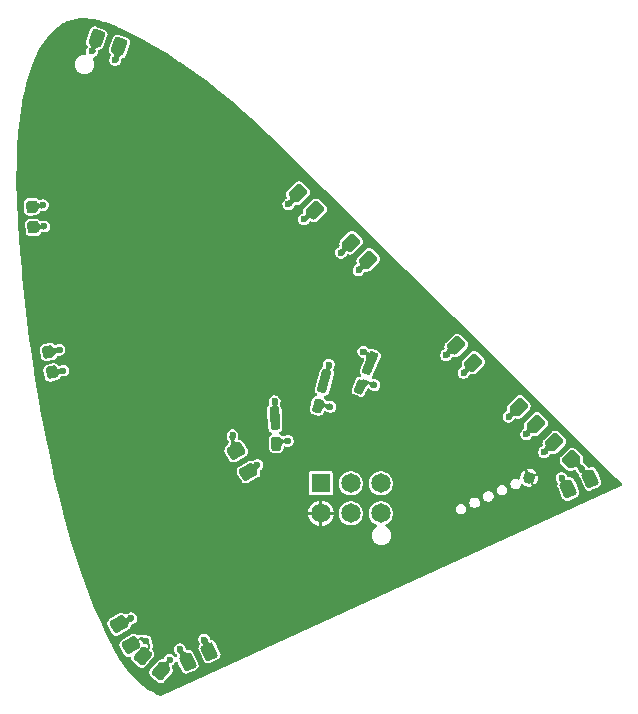
<source format=gbr>
%TF.GenerationSoftware,KiCad,Pcbnew,9.0.6-rc1-2-g790dee114b*%
%TF.CreationDate,2025-10-17T23:56:22-04:00*%
%TF.ProjectId,MetamerBoard,4d657461-6d65-4724-926f-6172642e6b69,rev?*%
%TF.SameCoordinates,Original*%
%TF.FileFunction,Copper,L1,Top*%
%TF.FilePolarity,Positive*%
%FSLAX46Y46*%
G04 Gerber Fmt 4.6, Leading zero omitted, Abs format (unit mm)*
G04 Created by KiCad (PCBNEW 9.0.6-rc1-2-g790dee114b) date 2025-10-17 23:56:22*
%MOMM*%
%LPD*%
G01*
G04 APERTURE LIST*
G04 Aperture macros list*
%AMRoundRect*
0 Rectangle with rounded corners*
0 $1 Rounding radius*
0 $2 $3 $4 $5 $6 $7 $8 $9 X,Y pos of 4 corners*
0 Add a 4 corners polygon primitive as box body*
4,1,4,$2,$3,$4,$5,$6,$7,$8,$9,$2,$3,0*
0 Add four circle primitives for the rounded corners*
1,1,$1+$1,$2,$3*
1,1,$1+$1,$4,$5*
1,1,$1+$1,$6,$7*
1,1,$1+$1,$8,$9*
0 Add four rect primitives between the rounded corners*
20,1,$1+$1,$2,$3,$4,$5,0*
20,1,$1+$1,$4,$5,$6,$7,0*
20,1,$1+$1,$6,$7,$8,$9,0*
20,1,$1+$1,$8,$9,$2,$3,0*%
G04 Aperture macros list end*
%TA.AperFunction,ComponentPad*%
%ADD10C,1.016000*%
%TD*%
%TA.AperFunction,SMDPad,CuDef*%
%ADD11RoundRect,0.250000X-0.552211X0.056458X-0.227211X-0.506458X0.552211X-0.056458X0.227211X0.506458X0*%
%TD*%
%TA.AperFunction,SMDPad,CuDef*%
%ADD12RoundRect,0.250000X-0.109125X-0.544258X0.482349X-0.274707X0.109125X0.544258X-0.482349X0.274707X0*%
%TD*%
%TA.AperFunction,SMDPad,CuDef*%
%ADD13RoundRect,0.250000X-0.548008X-0.088388X-0.088388X-0.548008X0.548008X0.088388X0.088388X0.548008X0*%
%TD*%
%TA.AperFunction,SMDPad,CuDef*%
%ADD14RoundRect,0.250000X0.548008X0.088388X0.088388X0.548008X-0.548008X-0.088388X-0.088388X-0.548008X0*%
%TD*%
%TA.AperFunction,SMDPad,CuDef*%
%ADD15RoundRect,0.250000X0.459309X0.311705X-0.151491X0.534018X-0.459309X-0.311705X0.151491X-0.534018X0*%
%TD*%
%TA.AperFunction,SMDPad,CuDef*%
%ADD16RoundRect,0.237500X0.256976X-0.270233X0.216866X0.303367X-0.256976X0.270233X-0.216866X-0.303367X0*%
%TD*%
%TA.AperFunction,SMDPad,CuDef*%
%ADD17RoundRect,0.237500X0.283816X-0.241891X0.183968X0.324374X-0.283816X0.241891X-0.183968X-0.324374X0*%
%TD*%
%TA.AperFunction,SMDPad,CuDef*%
%ADD18RoundRect,0.250000X0.538219X0.135814X0.040290X0.553626X-0.538219X-0.135814X-0.040290X-0.553626X0*%
%TD*%
%TA.AperFunction,SMDPad,CuDef*%
%ADD19RoundRect,0.250000X-0.104372X-0.545189X0.484728X-0.270488X0.104372X0.545189X-0.484728X0.270488X0*%
%TD*%
%TA.AperFunction,SMDPad,CuDef*%
%ADD20RoundRect,0.200000X-0.013870X-0.824504X0.400240X0.720977X0.013870X0.824504X-0.400240X-0.720977X0*%
%TD*%
%TA.AperFunction,SMDPad,CuDef*%
%ADD21RoundRect,0.200000X0.089658X-0.438134X0.296713X0.334607X-0.089658X0.438134X-0.296713X-0.334607X0*%
%TD*%
%TA.AperFunction,SMDPad,CuDef*%
%ADD22RoundRect,0.200000X0.241595X-0.788436X0.157857X0.809371X-0.241595X0.788436X-0.157857X-0.809371X0*%
%TD*%
%TA.AperFunction,SMDPad,CuDef*%
%ADD23RoundRect,0.200000X0.220660X-0.388985X0.178792X0.409919X-0.220660X0.388985X-0.178792X-0.409919X0*%
%TD*%
%TA.AperFunction,SMDPad,CuDef*%
%ADD24RoundRect,0.200000X-0.128484X-0.814550X0.496686X0.658258X0.128484X0.814550X-0.496686X-0.658258X0*%
%TD*%
%TA.AperFunction,SMDPad,CuDef*%
%ADD25RoundRect,0.200000X0.027809X-0.446348X0.340393X0.290056X-0.027809X0.446348X-0.340393X-0.290056X0*%
%TD*%
%TA.AperFunction,ComponentPad*%
%ADD26R,1.650000X1.650000*%
%TD*%
%TA.AperFunction,ComponentPad*%
%ADD27C,1.650000*%
%TD*%
%TA.AperFunction,ViaPad*%
%ADD28C,0.600000*%
%TD*%
%TA.AperFunction,ViaPad*%
%ADD29C,0.500000*%
%TD*%
%TA.AperFunction,Conductor*%
%ADD30C,0.200000*%
%TD*%
%TA.AperFunction,Conductor*%
%ADD31C,0.300000*%
%TD*%
G04 APERTURE END LIST*
D10*
%TO.P,P1,6,Pin_6*%
%TO.N,GND*%
X18255650Y-6673339D03*
%TD*%
D11*
%TO.P,D16,1,K*%
%TO.N,Net-(D16-K)*%
X-6540390Y-4417504D03*
%TO.P,D16,2,A*%
%TO.N,VCC3V3*%
X-5515390Y-6192856D03*
%TD*%
D12*
%TO.P,D12,1,K*%
%TO.N,Net-(D12-K)*%
X21567290Y-7625061D03*
%TO.P,D12,2,A*%
%TO.N,VCC3V3*%
X23432710Y-6774939D03*
%TD*%
D13*
%TO.P,D11,1,K*%
%TO.N,Net-(D11-K)*%
X20375216Y-3675216D03*
%TO.P,D11,2,A*%
%TO.N,VCC3V3*%
X21824784Y-5124784D03*
%TD*%
D14*
%TO.P,D10,1,K*%
%TO.N,Net-(D10-K)*%
X18824784Y-2124784D03*
%TO.P,D10,2,A*%
%TO.N,VCC3V3*%
X17375216Y-675216D03*
%TD*%
%TO.P,D9,1,K*%
%TO.N,Net-(D9-K)*%
X13524784Y3075216D03*
%TO.P,D9,2,A*%
%TO.N,VCC3V3*%
X12075216Y4524784D03*
%TD*%
%TO.P,D8,1,K*%
%TO.N,Net-(D8-K)*%
X4624784Y11775216D03*
%TO.P,D8,2,A*%
%TO.N,VCC3V3*%
X3175216Y13224784D03*
%TD*%
D13*
%TO.P,D7,1,K*%
%TO.N,Net-(D7-K)*%
X-1324784Y17424784D03*
%TO.P,D7,2,A*%
%TO.N,VCC3V3*%
X124784Y15975216D03*
%TD*%
D15*
%TO.P,D6,1,K*%
%TO.N,Net-(D6-K)*%
X-16436815Y29849429D03*
%TO.P,D6,2,A*%
%TO.N,VCC3V3*%
X-18363185Y30550571D03*
%TD*%
D16*
%TO.P,D5,1,K*%
%TO.N,Net-(D5-K)*%
X-23738913Y14527131D03*
%TO.P,D5,2,A*%
%TO.N,VCC3V3*%
X-23860987Y16272869D03*
%TD*%
D17*
%TO.P,D4,1,K*%
%TO.N,Net-(D4-K)*%
X-22148058Y2238293D03*
%TO.P,D4,2,A*%
%TO.N,VCC3V3*%
X-22451942Y3961707D03*
%TD*%
D11*
%TO.P,D3,1,K*%
%TO.N,Net-(D3-K)*%
X-16462500Y-19087324D03*
%TO.P,D3,2,A*%
%TO.N,VCC3V3*%
X-15437500Y-20862676D03*
%TD*%
D18*
%TO.P,D2,1,K*%
%TO.N,Net-(D2-K)*%
X-12914804Y-23058857D03*
%TO.P,D2,2,A*%
%TO.N,VCC3V3*%
X-14485196Y-21741143D03*
%TD*%
D19*
%TO.P,D1,1,K*%
%TO.N,Net-(D1-K)*%
X-10678965Y-22258184D03*
%TO.P,D1,2,A*%
%TO.N,VCC3V3*%
X-8821035Y-21391816D03*
%TD*%
D20*
%TO.P,D14,1,K*%
%TO.N,Net-(D14-K)*%
X916256Y1494802D03*
D21*
%TO.P,D14,2,A*%
%TO.N,VCC3V3*%
X359803Y-581939D03*
%TD*%
D22*
%TO.P,D15,1,K*%
%TO.N,Net-(D15-K)*%
X-3284783Y-1627400D03*
D23*
%TO.P,D15,2,A*%
%TO.N,VCC3V3*%
X-3172253Y-3774450D03*
%TD*%
D24*
%TO.P,D13,1,K*%
%TO.N,Net-(D13-K)*%
X4800876Y3013095D03*
D25*
%TO.P,D13,2,A*%
%TO.N,VCC3V3*%
X3960813Y1034009D03*
%TD*%
D26*
%TO.P,J1,1,Pin_1*%
%TO.N,VCC3V3*%
X610000Y-7150000D03*
D27*
%TO.P,J1,2,Pin_2*%
%TO.N,GND*%
X610000Y-9690000D03*
%TO.P,J1,3,Pin_3*%
%TO.N,/BADGE_SDA*%
X3150000Y-7150000D03*
%TO.P,J1,4,Pin_4*%
%TO.N,/BADGE_SCL*%
X3150000Y-9690000D03*
%TO.P,J1,5,Pin_5*%
%TO.N,/GPIO1*%
X5690000Y-7150000D03*
%TO.P,J1,6,Pin_6*%
%TO.N,/GPIO2*%
X5690000Y-9690000D03*
%TD*%
D28*
%TO.N,GND*%
X-15100000Y-7050000D03*
X-11700000Y3900000D03*
X12800000Y-6200000D03*
X-6450000Y-11900000D03*
%TO.N,VCC3V3*%
X22700000Y-5900000D03*
X1425000Y-675000D03*
X-21512560Y4172660D03*
X5150000Y1175000D03*
X-9275000Y-20375000D03*
X-22925560Y16395620D03*
X-819310Y15207890D03*
X-4775000Y-5600000D03*
X16515080Y-1500000D03*
X-18773360Y29418240D03*
X11215080Y3700000D03*
X2315080Y12384930D03*
X-2175000Y-3550000D03*
X-14200000Y-20500000D03*
%TO.N,GND*%
X7274700Y-274700D03*
X425000Y3125000D03*
X-12025000Y12850000D03*
X14250000Y-3600000D03*
X-3825000Y-5600000D03*
D29*
X-7944710Y6063690D03*
D28*
X-5900000Y-3075000D03*
X-11450000Y-9150000D03*
X-12300000Y1150000D03*
X18075000Y-4225000D03*
X-21475000Y15225000D03*
X3475000Y3425000D03*
X5600000Y1975000D03*
X-3450000Y-15400000D03*
X9630000Y970000D03*
D29*
X-8338030Y4983050D03*
D28*
X-8450000Y-9200000D03*
X-10110000Y-20010000D03*
X19650000Y-5450000D03*
X1625000Y225000D03*
X-2250000Y-200000D03*
D29*
X-9025360Y6457020D03*
D28*
X-12100000Y-20900000D03*
X-18050000Y28500000D03*
X-19850000Y2075000D03*
X-15100000Y-16900000D03*
D29*
X-6864070Y5670370D03*
X-7551390Y7144340D03*
D28*
%TO.N,Net-(D1-K)*%
X-11325000Y-21200000D03*
%TO.N,Net-(D2-K)*%
X-12200000Y-22100000D03*
%TO.N,Net-(D3-K)*%
X-15450000Y-18575000D03*
%TO.N,Net-(D4-K)*%
X-21200000Y2400000D03*
%TO.N,Net-(D5-K)*%
X-22800000Y14600000D03*
%TO.N,Net-(D6-K)*%
X-16800000Y28700000D03*
%TO.N,Net-(D7-K)*%
X-2136220Y16480690D03*
%TO.N,Net-(D8-K)*%
X3800000Y10900000D03*
%TO.N,Net-(D9-K)*%
X12700000Y2200000D03*
%TO.N,Net-(D10-K)*%
X18000000Y-2984930D03*
%TO.N,Net-(D11-K)*%
X19515080Y-4500000D03*
%TO.N,Net-(D12-K)*%
X21000000Y-6700000D03*
%TO.N,Net-(D13-K)*%
X4200000Y4000000D03*
%TO.N,Net-(D14-K)*%
X1300000Y2900000D03*
%TO.N,Net-(D15-K)*%
X-3300000Y-200000D03*
%TO.N,Net-(D16-K)*%
X-6868230Y-3075000D03*
%TO.N,GND*%
X-1375000Y-3775000D03*
X9450000Y-4770000D03*
X17230000Y-5880000D03*
%TD*%
D30*
%TO.N,Net-(D3-K)*%
X-16236605Y-18978585D02*
G75*
G03*
X-15778406Y-18764606I-1002285J2743780D01*
G01*
%TO.N,Net-(D2-K)*%
X-12775066Y-22780536D02*
G75*
G03*
X-12390905Y-22327510I-43481224J37261031D01*
G01*
%TO.N,Net-(D1-K)*%
X-11123944Y-21631160D02*
G75*
G03*
X-10858610Y-22066111I2076554J968355D01*
G01*
%TO.N,VCC3V3*%
X-5500000Y-6075000D02*
X-4775000Y-5600000D01*
X21842460Y-5142460D02*
X22246020Y-5446020D01*
X-23615640Y16347360D02*
X-22925560Y16395620D01*
X4201930Y1563950D02*
X5150000Y1175000D01*
X-14907180Y-20419620D02*
X-14784110Y-20348560D01*
X4175000Y1575000D02*
X4196970Y1565990D01*
X-14427740Y-21789350D02*
X-14031750Y-21336320D01*
X4196970Y1565990D02*
X4201930Y1563950D01*
X-13923090Y-20992360D02*
X-13922960Y-20991810D01*
X-15375000Y-20609330D02*
X-14907180Y-20419620D01*
X22700000Y-5900000D02*
X22948820Y-6445990D01*
X22246020Y-5446020D02*
X22700000Y-5900000D01*
X-3159930Y-3599250D02*
X-2175000Y-3550000D01*
X-18773360Y29418240D02*
X-18532460Y30080090D01*
X-14200000Y-20500000D02*
X-13957120Y-20823840D01*
X-13988310Y-21253200D02*
X-13923090Y-20992360D01*
X11215080Y3700000D02*
X12057540Y4542460D01*
X-14609830Y-20336080D02*
X-14200000Y-20500000D01*
D31*
X-9275000Y-20375000D02*
X-8994630Y-20976250D01*
D30*
X-14031750Y-21336320D02*
X-14031200Y-21335680D01*
X-819310Y15207890D02*
X36400Y16063600D01*
X550000Y-400000D02*
X1425000Y-675000D01*
X16515080Y-1500000D02*
X17357540Y-657540D01*
X-22213490Y4049060D02*
X-21512560Y4172660D01*
X2315080Y12384930D02*
X3157540Y13227390D01*
X-13957121Y-20823835D02*
G75*
G02*
X-13922979Y-20991802I-159969J-119970D01*
G01*
X-13988303Y-21253203D02*
G75*
G02*
X-14031199Y-21335680I-193987J48498D01*
G01*
X-14784112Y-20348554D02*
G75*
G02*
X-14609822Y-20336051I100022J-173251D01*
G01*
%TO.N,Net-(D1-K)*%
X-11123944Y-21631160D02*
X-11325000Y-21200000D01*
%TO.N,Net-(D2-K)*%
X-12390905Y-22327510D02*
X-12200000Y-22100000D01*
%TO.N,Net-(D3-K)*%
X-15450000Y-18575000D02*
X-15778409Y-18764601D01*
%TO.N,Net-(D4-K)*%
X-21900930Y2276410D02*
X-21200000Y2400000D01*
%TO.N,Net-(D5-K)*%
X-23490080Y14551740D02*
X-22800000Y14600000D01*
%TO.N,Net-(D6-K)*%
X-16800000Y28700000D02*
X-16559110Y29361850D01*
%TO.N,Net-(D7-K)*%
X-1296092Y17320809D02*
X-2136220Y16480690D01*
%TO.N,Net-(D8-K)*%
X3800000Y10900000D02*
X4642460Y11742470D01*
%TO.N,Net-(D9-K)*%
X12700000Y2200000D02*
X13542460Y3042470D01*
%TO.N,Net-(D10-K)*%
X18000000Y-2984920D02*
X18842460Y-2142460D01*
%TO.N,Net-(D11-K)*%
X19515080Y-4500000D02*
X20357540Y-3657540D01*
%TO.N,Net-(D12-K)*%
X21000000Y-6700000D02*
X21239280Y-7225070D01*
%TO.N,Net-(D13-K)*%
X4750210Y3766450D02*
X5072910Y3630920D01*
X4200000Y4000000D02*
X4750210Y3766450D01*
%TO.N,Net-(D14-K)*%
X1124880Y2246420D02*
X1300000Y2900000D01*
%TO.N,Net-(D15-K)*%
X-3300000Y-200000D02*
X-3266180Y-845350D01*
%TO.N,Net-(D16-K)*%
X-6868230Y-3549290D02*
X-6868230Y-3075000D01*
X-6427884Y-4612354D02*
G75*
G02*
X-6868200Y-3549290I1063094J1063049D01*
G01*
%TD*%
%TA.AperFunction,Conductor*%
%TO.N,GND*%
G36*
X-19343678Y32244738D02*
G01*
X-18770488Y32194285D01*
X-18754326Y32191780D01*
X-18691157Y32177668D01*
X-18080062Y32041149D01*
X-18068965Y32038122D01*
X-17300076Y31789440D01*
X-17292014Y31786521D01*
X-16572547Y31497493D01*
X-16442318Y31445177D01*
X-16436173Y31442514D01*
X-15517742Y31014595D01*
X-15512895Y31012205D01*
X-14536840Y30503988D01*
X-14532856Y30501819D01*
X-13509805Y29919644D01*
X-13506337Y29917594D01*
X-12446608Y29267798D01*
X-12443511Y29265836D01*
X-11357177Y28554705D01*
X-11354348Y28552797D01*
X-10251336Y27786577D01*
X-10248681Y27784680D01*
X-9865818Y27503500D01*
X-9139017Y26969726D01*
X-9136509Y26967833D01*
X-8622993Y26569897D01*
X-8030058Y26110417D01*
X-8027543Y26108416D01*
X-6934138Y25214816D01*
X-6931611Y25212694D01*
X-5861087Y24289208D01*
X-5858499Y24286911D01*
X-4820766Y23339934D01*
X-4818067Y23337397D01*
X-3819807Y22370245D01*
X-3819161Y22369614D01*
X5678398Y13032987D01*
X7848504Y10899652D01*
X7848505Y10899651D01*
X15925647Y2959247D01*
X25604605Y-6657776D01*
X25604805Y-6658139D01*
X25604888Y-6658057D01*
X26089034Y-7142208D01*
X26122518Y-7203532D01*
X26117534Y-7273223D01*
X26075662Y-7329156D01*
X26052834Y-7342697D01*
X-12912020Y-25125069D01*
X-12943059Y-25129523D01*
X-12973776Y-25135835D01*
X-12978878Y-25134663D01*
X-12981181Y-25134994D01*
X-13008174Y-25127935D01*
X-13189957Y-25057732D01*
X-13193675Y-25056226D01*
X-13258458Y-25028768D01*
X-13264486Y-25026021D01*
X-13467404Y-24926916D01*
X-13472440Y-24924312D01*
X-13615027Y-24846407D01*
X-13618721Y-24844306D01*
X-13789161Y-24743451D01*
X-13792952Y-24741115D01*
X-13986662Y-24616888D01*
X-13990520Y-24614310D01*
X-14204592Y-24465384D01*
X-14208530Y-24462528D01*
X-14440122Y-24287545D01*
X-14444100Y-24284409D01*
X-14621972Y-24138229D01*
X-14690456Y-24081947D01*
X-14694439Y-24078529D01*
X-14952753Y-23847195D01*
X-14956732Y-23843471D01*
X-15224155Y-23581915D01*
X-15228087Y-23577891D01*
X-15229677Y-23576188D01*
X-15501914Y-23284615D01*
X-15505703Y-23280361D01*
X-15544786Y-23234378D01*
X-13906878Y-23234378D01*
X-13894740Y-23284659D01*
X-13875010Y-23366390D01*
X-13805649Y-23483142D01*
X-13805647Y-23483144D01*
X-13784169Y-23504893D01*
X-13203100Y-23992468D01*
X-13177952Y-24009843D01*
X-13050927Y-24057878D01*
X-12915387Y-24066338D01*
X-12783375Y-24034470D01*
X-12666621Y-23965107D01*
X-12644872Y-23943629D01*
X-11996601Y-23171049D01*
X-11979225Y-23145901D01*
X-11931190Y-23018876D01*
X-11922730Y-22883336D01*
X-11954598Y-22751324D01*
X-11985614Y-22699118D01*
X-12002930Y-22631430D01*
X-11980903Y-22565123D01*
X-11941007Y-22528398D01*
X-11892686Y-22500500D01*
X-11799500Y-22407314D01*
X-11733608Y-22293186D01*
X-11683041Y-22244970D01*
X-11614434Y-22231747D01*
X-11549569Y-22257716D01*
X-11513839Y-22302781D01*
X-11460928Y-22416249D01*
X-11179919Y-23018876D01*
X-11168692Y-23042951D01*
X-11153250Y-23069318D01*
X-11153247Y-23069321D01*
X-11058427Y-23166535D01*
X-11058425Y-23166536D01*
X-11058423Y-23166538D01*
X-10939157Y-23231487D01*
X-10873201Y-23244820D01*
X-10806049Y-23258396D01*
X-10806047Y-23258395D01*
X-10806046Y-23258396D01*
X-10670917Y-23244874D01*
X-10642129Y-23234599D01*
X-9954666Y-22914029D01*
X-9928290Y-22898581D01*
X-9831072Y-22803758D01*
X-9766123Y-22684492D01*
X-9743801Y-22574073D01*
X-9739214Y-22551383D01*
X-9744306Y-22500501D01*
X-9752736Y-22416252D01*
X-9763011Y-22387464D01*
X-10189235Y-21473423D01*
X-10189239Y-21473416D01*
X-10204681Y-21447049D01*
X-10204684Y-21447046D01*
X-10299504Y-21349832D01*
X-10299506Y-21349831D01*
X-10299507Y-21349830D01*
X-10399991Y-21295109D01*
X-10418772Y-21284881D01*
X-10551882Y-21257971D01*
X-10551883Y-21257971D01*
X-10688154Y-21271607D01*
X-10756821Y-21258695D01*
X-10807605Y-21210708D01*
X-10824500Y-21148223D01*
X-10824500Y-21134110D01*
X-10824500Y-21134108D01*
X-10858608Y-21006814D01*
X-10924500Y-20892686D01*
X-11017686Y-20799500D01*
X-11090529Y-20757444D01*
X-11131813Y-20733608D01*
X-11243583Y-20703660D01*
X-11259108Y-20699500D01*
X-11390892Y-20699500D01*
X-11518188Y-20733608D01*
X-11632314Y-20799500D01*
X-11632317Y-20799502D01*
X-11725498Y-20892683D01*
X-11725500Y-20892686D01*
X-11791392Y-21006812D01*
X-11806751Y-21064135D01*
X-11825500Y-21134108D01*
X-11825500Y-21265892D01*
X-11821564Y-21280582D01*
X-11791392Y-21393187D01*
X-11768054Y-21433609D01*
X-11725500Y-21507314D01*
X-11632314Y-21600500D01*
X-11632313Y-21600501D01*
X-11632311Y-21600502D01*
X-11610381Y-21613163D01*
X-11605209Y-21618587D01*
X-11598183Y-21621199D01*
X-11581431Y-21643524D01*
X-11562164Y-21663729D01*
X-11560746Y-21671089D01*
X-11556247Y-21677084D01*
X-11554225Y-21704922D01*
X-11548940Y-21732336D01*
X-11551601Y-21741029D01*
X-11551183Y-21746770D01*
X-11563479Y-21779853D01*
X-11575898Y-21802659D01*
X-11625246Y-21852121D01*
X-11693502Y-21867051D01*
X-11758994Y-21842709D01*
X-11792183Y-21805359D01*
X-11799500Y-21792686D01*
X-11892686Y-21699500D01*
X-11955604Y-21663174D01*
X-12006813Y-21633608D01*
X-12083117Y-21613163D01*
X-12134108Y-21599500D01*
X-12265892Y-21599500D01*
X-12393188Y-21633608D01*
X-12507314Y-21699500D01*
X-12507317Y-21699502D01*
X-12600498Y-21792683D01*
X-12600500Y-21792686D01*
X-12666391Y-21906811D01*
X-12682312Y-21966229D01*
X-12718678Y-22025889D01*
X-12781525Y-22056417D01*
X-12809812Y-22057892D01*
X-12857160Y-22054937D01*
X-12914219Y-22051376D01*
X-12914220Y-22051376D01*
X-12914221Y-22051376D01*
X-12997497Y-22071479D01*
X-13046234Y-22083244D01*
X-13162986Y-22152605D01*
X-13184732Y-22174080D01*
X-13833014Y-22946673D01*
X-13850382Y-22971810D01*
X-13898418Y-23098837D01*
X-13906697Y-23231486D01*
X-13906878Y-23234378D01*
X-15544786Y-23234378D01*
X-15783093Y-22953995D01*
X-15786821Y-22949389D01*
X-16029473Y-22634570D01*
X-16064963Y-22588526D01*
X-16068533Y-22583653D01*
X-16347056Y-22183376D01*
X-16348730Y-22180908D01*
X-16351762Y-22176319D01*
X-16354612Y-22171796D01*
X-16355939Y-22169586D01*
X-16358577Y-22164972D01*
X-17058222Y-20877823D01*
X-17087885Y-20823251D01*
X-16444982Y-20823251D01*
X-16444982Y-20823253D01*
X-16419736Y-20956686D01*
X-16406993Y-20984464D01*
X-16406985Y-20984480D01*
X-16027730Y-21641370D01*
X-16027718Y-21641388D01*
X-16010039Y-21666305D01*
X-16010033Y-21666311D01*
X-15988298Y-21685015D01*
X-15907099Y-21754892D01*
X-15782627Y-21809199D01*
X-15737644Y-21814267D01*
X-15647678Y-21824404D01*
X-15647678Y-21824403D01*
X-15647676Y-21824404D01*
X-15621922Y-21819531D01*
X-15552391Y-21826408D01*
X-15497617Y-21869785D01*
X-15478330Y-21912271D01*
X-15477270Y-21916662D01*
X-15477270Y-21916664D01*
X-15465305Y-21966229D01*
X-15445402Y-22048676D01*
X-15376041Y-22165428D01*
X-15376039Y-22165430D01*
X-15354561Y-22187179D01*
X-14773492Y-22674754D01*
X-14748344Y-22692129D01*
X-14621319Y-22740164D01*
X-14485779Y-22748624D01*
X-14353767Y-22716756D01*
X-14237013Y-22647393D01*
X-14215264Y-22625915D01*
X-13566993Y-21853335D01*
X-13549617Y-21828187D01*
X-13501582Y-21701162D01*
X-13493122Y-21565622D01*
X-13524990Y-21433610D01*
X-13594353Y-21316856D01*
X-13615831Y-21295107D01*
X-13616946Y-21294171D01*
X-13617104Y-21293934D01*
X-13617965Y-21293140D01*
X-13617772Y-21292930D01*
X-13625987Y-21280582D01*
X-13638745Y-21270403D01*
X-13644938Y-21252096D01*
X-13655645Y-21236002D01*
X-13656125Y-21219028D01*
X-13661134Y-21204218D01*
X-13657533Y-21169108D01*
X-13645308Y-21120214D01*
X-13644727Y-21118477D01*
X-13642719Y-21110352D01*
X-13640582Y-21103509D01*
X-13639750Y-21099986D01*
X-13639748Y-21099984D01*
X-13631262Y-21064076D01*
X-13630974Y-21062885D01*
X-13621968Y-21026872D01*
X-13621973Y-21026611D01*
X-13620174Y-21019360D01*
X-13619970Y-21018542D01*
X-13619963Y-21018530D01*
X-13619953Y-21018471D01*
X-13617825Y-21009924D01*
X-13615495Y-20898639D01*
X-13637668Y-20789561D01*
X-13683259Y-20688017D01*
X-13683260Y-20688016D01*
X-13683260Y-20688015D01*
X-13686775Y-20682064D01*
X-13685640Y-20681393D01*
X-13707615Y-20622894D01*
X-13703727Y-20581666D01*
X-13703463Y-20580681D01*
X-13699500Y-20565892D01*
X-13699500Y-20434108D01*
X-13732993Y-20309108D01*
X-9775500Y-20309108D01*
X-9775500Y-20440892D01*
X-9742006Y-20565892D01*
X-9741392Y-20568185D01*
X-9741391Y-20568188D01*
X-9697886Y-20643542D01*
X-9691034Y-20655409D01*
X-9682471Y-20673604D01*
X-9663381Y-20699447D01*
X-9660762Y-20703660D01*
X-9652697Y-20732737D01*
X-9642335Y-20761068D01*
X-9643455Y-20766058D01*
X-9642087Y-20770987D01*
X-9651021Y-20799805D01*
X-9657622Y-20829245D01*
X-9662443Y-20836649D01*
X-9662776Y-20837724D01*
X-9663586Y-20838404D01*
X-9667219Y-20843985D01*
X-9668927Y-20846240D01*
X-9733877Y-20965506D01*
X-9760787Y-21098616D01*
X-9747265Y-21233748D01*
X-9747264Y-21233750D01*
X-9736994Y-21262523D01*
X-9736991Y-21262532D01*
X-9657216Y-21433609D01*
X-9315090Y-22167303D01*
X-9310762Y-22176583D01*
X-9295320Y-22202950D01*
X-9295317Y-22202953D01*
X-9200497Y-22300167D01*
X-9200495Y-22300168D01*
X-9200493Y-22300170D01*
X-9081227Y-22365119D01*
X-9015271Y-22378452D01*
X-8948119Y-22392028D01*
X-8948117Y-22392027D01*
X-8948116Y-22392028D01*
X-8812987Y-22378506D01*
X-8784199Y-22368231D01*
X-8096736Y-22047661D01*
X-8070360Y-22032213D01*
X-7973142Y-21937390D01*
X-7908193Y-21818124D01*
X-7888066Y-21718561D01*
X-7881284Y-21685015D01*
X-7882078Y-21677084D01*
X-7894806Y-21549884D01*
X-7905081Y-21521096D01*
X-8331305Y-20607055D01*
X-8331309Y-20607048D01*
X-8346751Y-20580681D01*
X-8346754Y-20580678D01*
X-8441574Y-20483464D01*
X-8441576Y-20483463D01*
X-8441577Y-20483462D01*
X-8532202Y-20434110D01*
X-8560842Y-20418513D01*
X-8678825Y-20394661D01*
X-8690622Y-20388443D01*
X-8703855Y-20386768D01*
X-8720932Y-20372468D01*
X-8740635Y-20362083D01*
X-8748386Y-20349477D01*
X-8757423Y-20341910D01*
X-8765377Y-20321845D01*
X-8772625Y-20310057D01*
X-8775369Y-20301266D01*
X-8775563Y-20299889D01*
X-8776387Y-20294574D01*
X-8776489Y-20293968D01*
X-8781990Y-20280047D01*
X-8783352Y-20275681D01*
X-8783363Y-20275053D01*
X-8784756Y-20270835D01*
X-8785155Y-20269347D01*
X-8808608Y-20181814D01*
X-8874500Y-20067686D01*
X-8967686Y-19974500D01*
X-9029271Y-19938944D01*
X-9081813Y-19908608D01*
X-9147704Y-19890953D01*
X-9209108Y-19874500D01*
X-9340892Y-19874500D01*
X-9468188Y-19908608D01*
X-9582314Y-19974500D01*
X-9582317Y-19974502D01*
X-9675498Y-20067683D01*
X-9675500Y-20067686D01*
X-9741392Y-20181812D01*
X-9755513Y-20234514D01*
X-9775500Y-20309108D01*
X-13732993Y-20309108D01*
X-13733608Y-20306814D01*
X-13799500Y-20192686D01*
X-13892686Y-20099500D01*
X-13949750Y-20066554D01*
X-14006813Y-20033608D01*
X-14070461Y-20016554D01*
X-14134108Y-19999500D01*
X-14265892Y-19999500D01*
X-14265894Y-19999500D01*
X-14273950Y-20000560D01*
X-14274000Y-20000183D01*
X-14281085Y-20001395D01*
X-14374446Y-20008639D01*
X-14403293Y-20007507D01*
X-14471788Y-19996738D01*
X-14475915Y-19996017D01*
X-14530139Y-19985584D01*
X-14545246Y-19983258D01*
X-14546961Y-19983059D01*
X-14562291Y-19981857D01*
X-14622759Y-19979384D01*
X-14647387Y-19979856D01*
X-14647402Y-19979857D01*
X-14647414Y-19979857D01*
X-14647417Y-19979858D01*
X-14650200Y-19980079D01*
X-14650205Y-19980079D01*
X-14650209Y-19980080D01*
X-14674636Y-19983506D01*
X-14674639Y-19983506D01*
X-14674642Y-19983507D01*
X-14734993Y-19995704D01*
X-14743962Y-19997517D01*
X-14743979Y-19997521D01*
X-14766140Y-20003305D01*
X-14766184Y-20003318D01*
X-14768612Y-20004098D01*
X-14768624Y-20004103D01*
X-14790023Y-20012329D01*
X-14802927Y-20018135D01*
X-14872140Y-20027690D01*
X-14934687Y-19999043D01*
X-14967901Y-19970460D01*
X-15069356Y-19926195D01*
X-15092375Y-19916152D01*
X-15227324Y-19900947D01*
X-15227325Y-19900947D01*
X-15360758Y-19926193D01*
X-15388536Y-19938936D01*
X-15388552Y-19938944D01*
X-16261948Y-20443199D01*
X-16261966Y-20443211D01*
X-16286883Y-20460890D01*
X-16286889Y-20460896D01*
X-16375467Y-20563827D01*
X-16375470Y-20563831D01*
X-16429777Y-20688299D01*
X-16429778Y-20688305D01*
X-16444982Y-20823251D01*
X-17087885Y-20823251D01*
X-17228897Y-20563830D01*
X-17502659Y-20060186D01*
X-17506755Y-20051928D01*
X-17906877Y-19163885D01*
X-17938279Y-19094190D01*
X-17959136Y-19047899D01*
X-17469982Y-19047899D01*
X-17469982Y-19047901D01*
X-17444736Y-19181334D01*
X-17431993Y-19209112D01*
X-17431985Y-19209128D01*
X-17052730Y-19866018D01*
X-17052718Y-19866036D01*
X-17035039Y-19890953D01*
X-17035033Y-19890959D01*
X-17023425Y-19900948D01*
X-16932099Y-19979540D01*
X-16807627Y-20033847D01*
X-16740152Y-20041449D01*
X-16672677Y-20049052D01*
X-16672676Y-20049052D01*
X-16539243Y-20023806D01*
X-16539242Y-20023805D01*
X-16539240Y-20023805D01*
X-16511457Y-20011060D01*
X-15638043Y-19506794D01*
X-15613114Y-19489106D01*
X-15524531Y-19386170D01*
X-15470223Y-19261697D01*
X-15460891Y-19178868D01*
X-15454596Y-19163885D01*
X-15453195Y-19147693D01*
X-15441339Y-19132336D01*
X-15433825Y-19114454D01*
X-15419994Y-19104687D01*
X-15410497Y-19092388D01*
X-15386263Y-19080872D01*
X-15379271Y-19075936D01*
X-15373253Y-19073792D01*
X-15372300Y-19073648D01*
X-15365775Y-19071129D01*
X-15364296Y-19070603D01*
X-15363783Y-19070573D01*
X-15354816Y-19067650D01*
X-15256814Y-19041392D01*
X-15142686Y-18975500D01*
X-15049500Y-18882314D01*
X-14983608Y-18768186D01*
X-14949500Y-18640892D01*
X-14949500Y-18509108D01*
X-14983608Y-18381814D01*
X-15049500Y-18267686D01*
X-15142686Y-18174500D01*
X-15227390Y-18125596D01*
X-15256813Y-18108608D01*
X-15320461Y-18091554D01*
X-15384108Y-18074500D01*
X-15515892Y-18074500D01*
X-15643188Y-18108608D01*
X-15757314Y-18174500D01*
X-15757318Y-18174503D01*
X-15796003Y-18213187D01*
X-15857327Y-18246671D01*
X-15927018Y-18241685D01*
X-15964565Y-18219493D01*
X-15992900Y-18195109D01*
X-15992901Y-18195108D01*
X-16040134Y-18174500D01*
X-16117375Y-18140800D01*
X-16252324Y-18125595D01*
X-16252325Y-18125595D01*
X-16385758Y-18150841D01*
X-16413536Y-18163584D01*
X-16413552Y-18163592D01*
X-17286948Y-18667847D01*
X-17286966Y-18667859D01*
X-17311883Y-18685538D01*
X-17311889Y-18685544D01*
X-17400467Y-18788475D01*
X-17400470Y-18788479D01*
X-17454777Y-18912947D01*
X-17454778Y-18912953D01*
X-17469982Y-19047899D01*
X-17959136Y-19047899D01*
X-18560498Y-17713218D01*
X-18563317Y-17706433D01*
X-18832015Y-17001276D01*
X-19531530Y-15165497D01*
X-19533516Y-15159882D01*
X-20417468Y-12455896D01*
X-20418891Y-12451229D01*
X-21220200Y-9623232D01*
X-21221253Y-9619261D01*
X-21228738Y-9588997D01*
X-21235168Y-9563000D01*
X-462335Y-9563000D01*
X74628Y-9563000D01*
X60000Y-9617591D01*
X60000Y-9762409D01*
X74628Y-9817000D01*
X-462335Y-9817000D01*
X-442432Y-9942662D01*
X-442432Y-9942663D01*
X-389947Y-10104194D01*
X-312841Y-10255522D01*
X-213021Y-10392914D01*
X-213017Y-10392919D01*
X-92920Y-10513016D01*
X-92915Y-10513020D01*
X44477Y-10612840D01*
X195803Y-10689946D01*
X357334Y-10742430D01*
X483000Y-10762334D01*
X483000Y-10225372D01*
X537591Y-10240000D01*
X682409Y-10240000D01*
X737000Y-10225372D01*
X737000Y-10762333D01*
X862665Y-10742430D01*
X1024196Y-10689946D01*
X1175522Y-10612840D01*
X1312914Y-10513020D01*
X1312919Y-10513016D01*
X1433016Y-10392919D01*
X1433020Y-10392914D01*
X1532840Y-10255522D01*
X1609946Y-10104194D01*
X1662431Y-9942663D01*
X1662431Y-9942662D01*
X1682335Y-9817000D01*
X1145372Y-9817000D01*
X1160000Y-9762409D01*
X1160000Y-9617591D01*
X1152337Y-9588992D01*
X2124500Y-9588992D01*
X2124500Y-9791007D01*
X2163907Y-9989119D01*
X2163909Y-9989127D01*
X2241212Y-10175752D01*
X2241217Y-10175762D01*
X2353441Y-10343718D01*
X2496281Y-10486558D01*
X2664237Y-10598782D01*
X2664241Y-10598784D01*
X2664244Y-10598786D01*
X2850873Y-10676091D01*
X3048992Y-10715499D01*
X3048996Y-10715500D01*
X3048997Y-10715500D01*
X3251004Y-10715500D01*
X3251005Y-10715499D01*
X3449127Y-10676091D01*
X3635756Y-10598786D01*
X3803718Y-10486558D01*
X3946558Y-10343718D01*
X4058786Y-10175756D01*
X4136091Y-9989127D01*
X4175500Y-9791003D01*
X4175500Y-9588997D01*
X4175499Y-9588992D01*
X4664500Y-9588992D01*
X4664500Y-9791007D01*
X4703907Y-9989119D01*
X4703909Y-9989127D01*
X4781212Y-10175752D01*
X4781217Y-10175762D01*
X4893441Y-10343718D01*
X5036281Y-10486558D01*
X5204237Y-10598782D01*
X5204246Y-10598787D01*
X5274922Y-10628062D01*
X5329325Y-10671903D01*
X5351390Y-10738197D01*
X5334111Y-10805897D01*
X5296360Y-10845725D01*
X5203137Y-10908015D01*
X5203133Y-10908018D01*
X5088018Y-11023133D01*
X5088015Y-11023137D01*
X4997563Y-11158507D01*
X4997562Y-11158509D01*
X4935262Y-11308917D01*
X4935259Y-11308926D01*
X4903500Y-11468592D01*
X4903500Y-11631407D01*
X4935259Y-11791073D01*
X4935262Y-11791082D01*
X4997562Y-11941490D01*
X4997563Y-11941492D01*
X5088015Y-12076862D01*
X5088018Y-12076866D01*
X5203133Y-12191981D01*
X5203137Y-12191984D01*
X5338505Y-12282435D01*
X5338506Y-12282435D01*
X5338507Y-12282436D01*
X5338509Y-12282437D01*
X5438781Y-12323970D01*
X5488919Y-12344738D01*
X5488921Y-12344738D01*
X5488926Y-12344740D01*
X5648592Y-12376499D01*
X5648595Y-12376500D01*
X5648597Y-12376500D01*
X5811405Y-12376500D01*
X5811406Y-12376499D01*
X5864629Y-12365912D01*
X5971073Y-12344740D01*
X5971076Y-12344738D01*
X5971081Y-12344738D01*
X6121495Y-12282435D01*
X6256863Y-12191984D01*
X6371984Y-12076863D01*
X6462435Y-11941495D01*
X6524738Y-11791081D01*
X6556500Y-11631403D01*
X6556500Y-11468597D01*
X6556500Y-11468594D01*
X6556499Y-11468592D01*
X6524740Y-11308926D01*
X6524737Y-11308917D01*
X6462437Y-11158509D01*
X6462436Y-11158507D01*
X6371984Y-11023137D01*
X6371981Y-11023133D01*
X6256866Y-10908018D01*
X6256862Y-10908015D01*
X6163639Y-10845725D01*
X6133023Y-10825267D01*
X6088219Y-10771657D01*
X6079512Y-10702332D01*
X6109666Y-10639304D01*
X6154462Y-10607606D01*
X6175756Y-10598786D01*
X6343718Y-10486558D01*
X6486558Y-10343718D01*
X6598786Y-10175756D01*
X6676091Y-9989127D01*
X6715500Y-9791003D01*
X6715500Y-9588997D01*
X6676091Y-9390873D01*
X6617151Y-9248581D01*
X12036390Y-9248581D01*
X12036390Y-9364699D01*
X12055853Y-9437336D01*
X12066444Y-9476861D01*
X12066445Y-9476862D01*
X12124499Y-9577416D01*
X12124501Y-9577419D01*
X12124502Y-9577420D01*
X12206610Y-9659528D01*
X12307170Y-9717586D01*
X12419331Y-9747640D01*
X12419333Y-9747640D01*
X12535447Y-9747640D01*
X12535449Y-9747640D01*
X12647610Y-9717586D01*
X12748170Y-9659528D01*
X12830278Y-9577420D01*
X12888336Y-9476860D01*
X12918390Y-9364699D01*
X12918390Y-9248581D01*
X12888336Y-9136420D01*
X12838881Y-9050761D01*
X12830280Y-9035863D01*
X12830276Y-9035858D01*
X12748171Y-8953753D01*
X12748166Y-8953749D01*
X12647612Y-8895695D01*
X12647611Y-8895694D01*
X12610223Y-8885676D01*
X12535449Y-8865640D01*
X12419331Y-8865640D01*
X12363250Y-8880667D01*
X12307168Y-8895694D01*
X12307167Y-8895695D01*
X12206613Y-8953749D01*
X12206608Y-8953753D01*
X12124503Y-9035858D01*
X12124499Y-9035863D01*
X12066445Y-9136417D01*
X12066444Y-9136418D01*
X12055441Y-9177482D01*
X12036390Y-9248581D01*
X6617151Y-9248581D01*
X6598786Y-9204244D01*
X6598785Y-9204243D01*
X6598782Y-9204237D01*
X6486558Y-9036281D01*
X6343721Y-8893444D01*
X6343717Y-8893441D01*
X6229158Y-8816895D01*
X6175760Y-8781216D01*
X6175752Y-8781212D01*
X6032612Y-8721921D01*
X13192040Y-8721921D01*
X13192040Y-8838039D01*
X13206886Y-8893444D01*
X13222094Y-8950201D01*
X13222095Y-8950202D01*
X13280149Y-9050756D01*
X13280151Y-9050759D01*
X13280152Y-9050760D01*
X13362260Y-9132868D01*
X13362261Y-9132869D01*
X13362263Y-9132870D01*
X13368412Y-9136420D01*
X13462820Y-9190926D01*
X13574981Y-9220980D01*
X13574983Y-9220980D01*
X13691097Y-9220980D01*
X13691099Y-9220980D01*
X13803260Y-9190926D01*
X13903820Y-9132868D01*
X13985928Y-9050760D01*
X14043986Y-8950200D01*
X14074040Y-8838039D01*
X14074040Y-8721921D01*
X14043986Y-8609760D01*
X13997977Y-8530069D01*
X13985930Y-8509203D01*
X13985926Y-8509198D01*
X13903821Y-8427093D01*
X13903816Y-8427089D01*
X13803262Y-8369035D01*
X13803261Y-8369034D01*
X13765873Y-8359016D01*
X13691099Y-8338980D01*
X13574981Y-8338980D01*
X13518900Y-8354007D01*
X13462818Y-8369034D01*
X13462817Y-8369035D01*
X13362263Y-8427089D01*
X13362258Y-8427093D01*
X13280153Y-8509198D01*
X13280149Y-8509203D01*
X13222095Y-8609757D01*
X13222094Y-8609758D01*
X13207489Y-8664264D01*
X13192040Y-8721921D01*
X6032612Y-8721921D01*
X5989127Y-8703909D01*
X5989119Y-8703907D01*
X5791007Y-8664500D01*
X5791003Y-8664500D01*
X5588997Y-8664500D01*
X5588992Y-8664500D01*
X5390880Y-8703907D01*
X5390872Y-8703909D01*
X5204247Y-8781212D01*
X5204237Y-8781217D01*
X5036281Y-8893441D01*
X4893441Y-9036281D01*
X4781217Y-9204237D01*
X4781212Y-9204247D01*
X4703909Y-9390872D01*
X4703907Y-9390880D01*
X4664500Y-9588992D01*
X4175499Y-9588992D01*
X4136091Y-9390873D01*
X4058786Y-9204244D01*
X4058784Y-9204241D01*
X4058782Y-9204237D01*
X3946558Y-9036281D01*
X3803718Y-8893441D01*
X3635762Y-8781217D01*
X3635752Y-8781212D01*
X3449127Y-8703909D01*
X3449119Y-8703907D01*
X3251007Y-8664500D01*
X3251003Y-8664500D01*
X3048997Y-8664500D01*
X3048992Y-8664500D01*
X2850880Y-8703907D01*
X2850872Y-8703909D01*
X2664247Y-8781212D01*
X2664237Y-8781217D01*
X2496281Y-8893441D01*
X2353441Y-9036281D01*
X2241217Y-9204237D01*
X2241212Y-9204247D01*
X2163909Y-9390872D01*
X2163907Y-9390880D01*
X2124500Y-9588992D01*
X1152337Y-9588992D01*
X1145372Y-9563000D01*
X1682335Y-9563000D01*
X1662431Y-9437337D01*
X1662431Y-9437336D01*
X1609946Y-9275805D01*
X1532840Y-9124477D01*
X1433020Y-8987085D01*
X1433016Y-8987080D01*
X1312919Y-8866983D01*
X1312914Y-8866979D01*
X1175522Y-8767159D01*
X1024194Y-8690053D01*
X862662Y-8637568D01*
X737000Y-8617664D01*
X737000Y-9154627D01*
X682409Y-9140000D01*
X537591Y-9140000D01*
X483000Y-9154627D01*
X483000Y-8617664D01*
X357337Y-8637568D01*
X357336Y-8637568D01*
X195805Y-8690053D01*
X44477Y-8767159D01*
X-92915Y-8866979D01*
X-92920Y-8866983D01*
X-213017Y-8987080D01*
X-213021Y-8987085D01*
X-312841Y-9124477D01*
X-389947Y-9275805D01*
X-442432Y-9437336D01*
X-442432Y-9437337D01*
X-462335Y-9563000D01*
X-21235168Y-9563000D01*
X-21573454Y-8195261D01*
X14347700Y-8195261D01*
X14347700Y-8311379D01*
X14355096Y-8338980D01*
X14377754Y-8423541D01*
X14377755Y-8423542D01*
X14435809Y-8524096D01*
X14435811Y-8524099D01*
X14435812Y-8524100D01*
X14517920Y-8606208D01*
X14517921Y-8606209D01*
X14517923Y-8606210D01*
X14524072Y-8609760D01*
X14618480Y-8664266D01*
X14730641Y-8694320D01*
X14730643Y-8694320D01*
X14846757Y-8694320D01*
X14846759Y-8694320D01*
X14958920Y-8664266D01*
X15059480Y-8606208D01*
X15141588Y-8524100D01*
X15199646Y-8423540D01*
X15229700Y-8311379D01*
X15229700Y-8195261D01*
X15199646Y-8083100D01*
X15150191Y-7997441D01*
X15141590Y-7982543D01*
X15141586Y-7982538D01*
X15059481Y-7900433D01*
X15059476Y-7900429D01*
X14958922Y-7842375D01*
X14958921Y-7842374D01*
X14921533Y-7832356D01*
X14846759Y-7812320D01*
X14730641Y-7812320D01*
X14674560Y-7827347D01*
X14618478Y-7842374D01*
X14618477Y-7842375D01*
X14517923Y-7900429D01*
X14517918Y-7900433D01*
X14435813Y-7982538D01*
X14435809Y-7982543D01*
X14377755Y-8083097D01*
X14377754Y-8083098D01*
X14363149Y-8137604D01*
X14347700Y-8195261D01*
X-21573454Y-8195261D01*
X-21941773Y-6706094D01*
X-21942578Y-6702623D01*
X-22061656Y-6153431D01*
X-6522872Y-6153431D01*
X-6522872Y-6153433D01*
X-6497626Y-6286866D01*
X-6484883Y-6314644D01*
X-6484875Y-6314660D01*
X-6105620Y-6971550D01*
X-6105608Y-6971568D01*
X-6087929Y-6996485D01*
X-6087925Y-6996489D01*
X-5984989Y-7085072D01*
X-5860517Y-7139379D01*
X-5837769Y-7141942D01*
X-5725567Y-7154584D01*
X-5725566Y-7154584D01*
X-5592133Y-7129338D01*
X-5592132Y-7129337D01*
X-5592130Y-7129337D01*
X-5564347Y-7116592D01*
X-4877523Y-6720054D01*
X-4690943Y-6612332D01*
X-4690941Y-6612330D01*
X-4690933Y-6612326D01*
X-4671148Y-6598288D01*
X-4666008Y-6594641D01*
X-4666008Y-6594640D01*
X-4666004Y-6594638D01*
X-4577421Y-6491702D01*
X-4523113Y-6367229D01*
X-4516130Y-6305247D01*
X-415500Y-6305247D01*
X-415500Y-7994752D01*
X-403869Y-8053229D01*
X-403868Y-8053230D01*
X-359553Y-8119552D01*
X-293231Y-8163867D01*
X-293230Y-8163868D01*
X-234753Y-8175499D01*
X-234750Y-8175500D01*
X-234748Y-8175500D01*
X1454750Y-8175500D01*
X1454751Y-8175499D01*
X1469568Y-8172552D01*
X1513229Y-8163868D01*
X1513229Y-8163867D01*
X1513231Y-8163867D01*
X1579552Y-8119552D01*
X1623867Y-8053231D01*
X1623867Y-8053229D01*
X1623868Y-8053229D01*
X1634964Y-7997441D01*
X1635500Y-7994748D01*
X1635500Y-7048992D01*
X2124500Y-7048992D01*
X2124500Y-7251007D01*
X2163907Y-7449119D01*
X2163909Y-7449127D01*
X2241212Y-7635752D01*
X2241217Y-7635762D01*
X2353441Y-7803718D01*
X2496281Y-7946558D01*
X2664237Y-8058782D01*
X2664241Y-8058784D01*
X2664244Y-8058786D01*
X2850873Y-8136091D01*
X3048992Y-8175499D01*
X3048996Y-8175500D01*
X3048997Y-8175500D01*
X3251004Y-8175500D01*
X3251005Y-8175499D01*
X3449127Y-8136091D01*
X3635756Y-8058786D01*
X3803718Y-7946558D01*
X3946558Y-7803718D01*
X4058786Y-7635756D01*
X4136091Y-7449127D01*
X4175500Y-7251003D01*
X4175500Y-7048997D01*
X4175499Y-7048992D01*
X4664500Y-7048992D01*
X4664500Y-7251007D01*
X4703907Y-7449119D01*
X4703909Y-7449127D01*
X4781212Y-7635752D01*
X4781217Y-7635762D01*
X4893441Y-7803718D01*
X5036281Y-7946558D01*
X5204237Y-8058782D01*
X5204241Y-8058784D01*
X5204244Y-8058786D01*
X5390873Y-8136091D01*
X5588992Y-8175499D01*
X5588996Y-8175500D01*
X5588997Y-8175500D01*
X5791004Y-8175500D01*
X5791005Y-8175499D01*
X5989127Y-8136091D01*
X6175756Y-8058786D01*
X6343718Y-7946558D01*
X6486558Y-7803718D01*
X6576840Y-7668601D01*
X15503350Y-7668601D01*
X15503350Y-7784719D01*
X15505088Y-7791204D01*
X15533404Y-7896881D01*
X15533405Y-7896882D01*
X15591459Y-7997436D01*
X15591461Y-7997439D01*
X15591462Y-7997440D01*
X15673570Y-8079548D01*
X15673571Y-8079549D01*
X15673573Y-8079550D01*
X15679722Y-8083100D01*
X15774130Y-8137606D01*
X15886291Y-8167660D01*
X15886293Y-8167660D01*
X16002407Y-8167660D01*
X16002409Y-8167660D01*
X16114570Y-8137606D01*
X16215130Y-8079548D01*
X16297238Y-7997440D01*
X16355296Y-7896880D01*
X16385350Y-7784719D01*
X16385350Y-7668601D01*
X16355296Y-7556440D01*
X16305841Y-7470781D01*
X16297240Y-7455883D01*
X16297236Y-7455878D01*
X16215131Y-7373773D01*
X16215126Y-7373769D01*
X16114572Y-7315715D01*
X16114571Y-7315714D01*
X16077183Y-7305696D01*
X16002409Y-7285660D01*
X15886291Y-7285660D01*
X15830210Y-7300687D01*
X15774128Y-7315714D01*
X15774127Y-7315715D01*
X15673573Y-7373769D01*
X15673568Y-7373773D01*
X15591463Y-7455878D01*
X15591459Y-7455883D01*
X15533405Y-7556437D01*
X15533404Y-7556438D01*
X15518799Y-7610944D01*
X15503350Y-7668601D01*
X6576840Y-7668601D01*
X6598786Y-7635756D01*
X6676091Y-7449127D01*
X6715500Y-7251003D01*
X6715500Y-7141941D01*
X16658999Y-7141941D01*
X16658999Y-7258059D01*
X16677710Y-7327887D01*
X16689053Y-7370221D01*
X16689054Y-7370222D01*
X16747108Y-7470776D01*
X16747110Y-7470779D01*
X16747111Y-7470780D01*
X16829219Y-7552888D01*
X16829220Y-7552889D01*
X16829222Y-7552890D01*
X16835371Y-7556440D01*
X16929779Y-7610946D01*
X17041940Y-7641000D01*
X17041942Y-7641000D01*
X17158056Y-7641000D01*
X17158058Y-7641000D01*
X17270219Y-7610946D01*
X17370779Y-7552888D01*
X17452887Y-7470780D01*
X17510945Y-7370220D01*
X17532271Y-7290629D01*
X17568633Y-7230974D01*
X17631480Y-7200444D01*
X17700856Y-7208738D01*
X17739725Y-7235046D01*
X17769899Y-7265220D01*
X17769903Y-7265223D01*
X17894701Y-7348611D01*
X17894714Y-7348618D01*
X18033378Y-7406054D01*
X18033390Y-7406057D01*
X18180595Y-7435338D01*
X18180599Y-7435339D01*
X18330701Y-7435339D01*
X18330703Y-7435338D01*
X18452321Y-7411147D01*
X18452321Y-7411146D01*
X18199441Y-6856252D01*
X18217757Y-6863839D01*
X18293543Y-6863839D01*
X18363560Y-6834837D01*
X18417148Y-6781249D01*
X18430119Y-6749932D01*
X18682796Y-7304377D01*
X18741399Y-7265221D01*
X18847531Y-7159089D01*
X18847534Y-7159085D01*
X18930922Y-7034287D01*
X18930929Y-7034274D01*
X18988365Y-6895610D01*
X18988368Y-6895598D01*
X19017649Y-6748393D01*
X19017650Y-6748390D01*
X19017650Y-6634108D01*
X20499500Y-6634108D01*
X20499500Y-6765892D01*
X20533608Y-6893186D01*
X20586430Y-6984677D01*
X20594043Y-7000409D01*
X20634021Y-7053324D01*
X20642343Y-7063630D01*
X20643331Y-7064776D01*
X20643455Y-7064911D01*
X20646439Y-7069186D01*
X20656226Y-7098353D01*
X20668033Y-7126780D01*
X20667415Y-7131699D01*
X20668666Y-7135426D01*
X20665251Y-7148941D01*
X20660904Y-7183578D01*
X20658204Y-7190799D01*
X20630134Y-7323675D01*
X20642476Y-7458917D01*
X20652501Y-7487800D01*
X20652503Y-7487805D01*
X21070731Y-8405518D01*
X21085948Y-8432027D01*
X21159916Y-8509200D01*
X21179919Y-8530069D01*
X21179921Y-8530070D01*
X21298615Y-8596057D01*
X21389351Y-8615224D01*
X21431486Y-8624126D01*
X21566728Y-8611784D01*
X21595604Y-8601760D01*
X22285839Y-8287202D01*
X22312348Y-8271985D01*
X22410389Y-8178014D01*
X22476377Y-8059319D01*
X22504446Y-7926447D01*
X22492104Y-7791205D01*
X22482081Y-7762329D01*
X22482080Y-7762326D01*
X22482078Y-7762321D01*
X22482076Y-7762316D01*
X22173436Y-7085070D01*
X22063849Y-6844604D01*
X22048632Y-6818095D01*
X21954661Y-6720053D01*
X21954659Y-6720052D01*
X21954658Y-6720051D01*
X21835964Y-6654064D01*
X21703096Y-6625996D01*
X21703094Y-6625996D01*
X21607224Y-6634744D01*
X21538674Y-6621234D01*
X21488310Y-6572807D01*
X21476182Y-6543353D01*
X21466392Y-6506814D01*
X21400500Y-6392686D01*
X21307314Y-6299500D01*
X21248121Y-6265325D01*
X21193187Y-6233608D01*
X21129539Y-6216554D01*
X21065892Y-6199500D01*
X20934108Y-6199500D01*
X20806812Y-6233608D01*
X20692686Y-6299500D01*
X20692683Y-6299502D01*
X20599502Y-6392683D01*
X20599500Y-6392686D01*
X20533608Y-6506812D01*
X20502063Y-6624541D01*
X20499500Y-6634108D01*
X19017650Y-6634108D01*
X19017650Y-6598288D01*
X19017649Y-6598284D01*
X18993458Y-6476666D01*
X18438564Y-6729545D01*
X18446150Y-6711232D01*
X18446150Y-6635446D01*
X18417148Y-6565429D01*
X18363560Y-6511841D01*
X18332239Y-6498867D01*
X18886688Y-6246191D01*
X18886688Y-6246190D01*
X18847534Y-6187592D01*
X18847531Y-6187588D01*
X18741400Y-6081457D01*
X18741396Y-6081454D01*
X18616598Y-5998066D01*
X18616585Y-5998059D01*
X18477921Y-5940623D01*
X18477909Y-5940620D01*
X18330704Y-5911339D01*
X18180601Y-5911339D01*
X18058976Y-5935530D01*
X18311856Y-6490424D01*
X18293543Y-6482839D01*
X18217757Y-6482839D01*
X18147740Y-6511841D01*
X18094152Y-6565429D01*
X18081179Y-6596748D01*
X17828502Y-6042298D01*
X17769908Y-6081451D01*
X17769906Y-6081452D01*
X17663764Y-6187593D01*
X17580377Y-6312390D01*
X17580370Y-6312403D01*
X17522934Y-6451067D01*
X17522931Y-6451079D01*
X17493650Y-6598284D01*
X17493650Y-6703277D01*
X17473965Y-6770316D01*
X17421161Y-6816071D01*
X17352003Y-6826015D01*
X17307651Y-6810665D01*
X17270219Y-6789054D01*
X17270220Y-6789054D01*
X17232832Y-6779036D01*
X17158058Y-6759000D01*
X17041940Y-6759000D01*
X16999709Y-6770316D01*
X16929777Y-6789054D01*
X16929776Y-6789055D01*
X16829222Y-6847109D01*
X16829217Y-6847113D01*
X16747112Y-6929218D01*
X16747108Y-6929223D01*
X16689054Y-7029777D01*
X16689053Y-7029778D01*
X16678494Y-7069186D01*
X16658999Y-7141941D01*
X6715500Y-7141941D01*
X6715500Y-7048997D01*
X6676091Y-6850873D01*
X6598786Y-6664244D01*
X6598784Y-6664241D01*
X6598782Y-6664237D01*
X6486558Y-6496281D01*
X6343718Y-6353441D01*
X6175762Y-6241217D01*
X6175752Y-6241212D01*
X5989127Y-6163909D01*
X5989119Y-6163907D01*
X5791007Y-6124500D01*
X5791003Y-6124500D01*
X5588997Y-6124500D01*
X5588992Y-6124500D01*
X5390880Y-6163907D01*
X5390872Y-6163909D01*
X5204247Y-6241212D01*
X5204237Y-6241217D01*
X5036281Y-6353441D01*
X4893441Y-6496281D01*
X4781217Y-6664237D01*
X4781212Y-6664247D01*
X4703909Y-6850872D01*
X4703907Y-6850880D01*
X4664500Y-7048992D01*
X4175499Y-7048992D01*
X4136091Y-6850873D01*
X4058786Y-6664244D01*
X4058784Y-6664241D01*
X4058782Y-6664237D01*
X3946558Y-6496281D01*
X3803718Y-6353441D01*
X3635762Y-6241217D01*
X3635752Y-6241212D01*
X3449127Y-6163909D01*
X3449119Y-6163907D01*
X3251007Y-6124500D01*
X3251003Y-6124500D01*
X3048997Y-6124500D01*
X3048992Y-6124500D01*
X2850880Y-6163907D01*
X2850872Y-6163909D01*
X2664247Y-6241212D01*
X2664237Y-6241217D01*
X2496281Y-6353441D01*
X2353441Y-6496281D01*
X2241217Y-6664237D01*
X2241212Y-6664247D01*
X2163909Y-6850872D01*
X2163907Y-6850880D01*
X2124500Y-7048992D01*
X1635500Y-7048992D01*
X1635500Y-6305252D01*
X1635500Y-6305249D01*
X1635499Y-6305247D01*
X1623868Y-6246770D01*
X1623867Y-6246769D01*
X1579552Y-6180447D01*
X1513230Y-6136132D01*
X1513229Y-6136131D01*
X1454752Y-6124500D01*
X1454748Y-6124500D01*
X-234748Y-6124500D01*
X-234753Y-6124500D01*
X-293230Y-6136131D01*
X-293231Y-6136132D01*
X-359553Y-6180447D01*
X-403868Y-6246769D01*
X-403869Y-6246770D01*
X-415500Y-6305247D01*
X-4516130Y-6305247D01*
X-4515192Y-6296924D01*
X-4515193Y-6296923D01*
X-4507909Y-6232279D01*
X-4528405Y-6123956D01*
X-4528928Y-6117102D01*
X-4523038Y-6089377D01*
X-4520248Y-6061179D01*
X-4515873Y-6055653D01*
X-4514407Y-6048758D01*
X-4494467Y-6028623D01*
X-4476871Y-6006405D01*
X-4467887Y-6000653D01*
X-4467693Y-6000503D01*
X-4467686Y-6000500D01*
X-4374500Y-5907314D01*
X-4308608Y-5793186D01*
X-4274500Y-5665892D01*
X-4274500Y-5534108D01*
X-4308608Y-5406814D01*
X-4374500Y-5292686D01*
X-4454014Y-5213172D01*
X20821187Y-5213172D01*
X20841428Y-5347460D01*
X20900351Y-5469815D01*
X20915952Y-5488644D01*
X20919858Y-5493358D01*
X21456209Y-6029709D01*
X21456214Y-6029713D01*
X21456216Y-6029715D01*
X21479753Y-6049217D01*
X21602108Y-6108140D01*
X21736396Y-6128381D01*
X21870683Y-6108140D01*
X21993038Y-6049217D01*
X22007164Y-6037511D01*
X22014697Y-6033455D01*
X22018148Y-6029388D01*
X22050095Y-6014391D01*
X22069922Y-6008343D01*
X22139786Y-6007611D01*
X22198957Y-6044767D01*
X22218458Y-6074491D01*
X22222844Y-6083887D01*
X22223499Y-6085182D01*
X22229775Y-6096669D01*
X22267200Y-6160273D01*
X22270115Y-6165075D01*
X22270440Y-6165595D01*
X22274448Y-6170715D01*
X22274067Y-6171012D01*
X22292508Y-6197466D01*
X22293767Y-6200081D01*
X22293768Y-6200083D01*
X22293769Y-6200084D01*
X22328898Y-6246770D01*
X22335295Y-6255271D01*
X22343366Y-6265325D01*
X22343846Y-6265885D01*
X22344321Y-6266440D01*
X22344326Y-6266445D01*
X22352927Y-6275887D01*
X22398788Y-6323180D01*
X22398799Y-6323191D01*
X22412286Y-6335899D01*
X22413885Y-6337275D01*
X22413905Y-6337291D01*
X22413909Y-6337294D01*
X22428557Y-6348784D01*
X22428586Y-6348806D01*
X22434889Y-6353302D01*
X22444096Y-6359869D01*
X22487242Y-6414823D01*
X22495875Y-6468077D01*
X22495554Y-6473549D01*
X22495554Y-6473551D01*
X22495554Y-6473553D01*
X22504612Y-6572807D01*
X22507896Y-6608795D01*
X22517921Y-6637678D01*
X22517923Y-6637683D01*
X22935007Y-7552886D01*
X22936151Y-7555396D01*
X22951368Y-7581905D01*
X23045339Y-7679947D01*
X23045341Y-7679948D01*
X23164035Y-7745935D01*
X23241603Y-7762321D01*
X23296906Y-7774004D01*
X23432148Y-7761662D01*
X23461024Y-7751638D01*
X24151259Y-7437080D01*
X24177768Y-7421863D01*
X24275809Y-7327892D01*
X24341797Y-7209197D01*
X24369866Y-7076325D01*
X24357524Y-6941083D01*
X24347501Y-6912207D01*
X24347500Y-6912204D01*
X24347498Y-6912199D01*
X24347496Y-6912194D01*
X24053210Y-6266445D01*
X23929269Y-5994482D01*
X23914052Y-5967973D01*
X23820081Y-5869931D01*
X23820079Y-5869930D01*
X23820078Y-5869929D01*
X23701384Y-5803942D01*
X23568516Y-5775874D01*
X23568514Y-5775874D01*
X23433272Y-5788216D01*
X23433268Y-5788216D01*
X23404394Y-5798240D01*
X23389382Y-5805081D01*
X23371190Y-5811709D01*
X23364153Y-5813666D01*
X23333368Y-5818176D01*
X23294032Y-5818950D01*
X23226619Y-5800588D01*
X23179834Y-5748694D01*
X23171818Y-5727066D01*
X23166392Y-5706815D01*
X23166390Y-5706811D01*
X23100500Y-5592686D01*
X23007314Y-5499500D01*
X23007313Y-5499499D01*
X23007311Y-5499498D01*
X22988512Y-5488644D01*
X22988490Y-5488631D01*
X22976942Y-5481964D01*
X22960721Y-5467429D01*
X22900083Y-5431548D01*
X22889308Y-5425601D01*
X22888052Y-5424956D01*
X22876757Y-5419583D01*
X22832950Y-5400358D01*
X22827408Y-5397213D01*
X22807365Y-5376501D01*
X22785303Y-5357951D01*
X22783367Y-5351702D01*
X22778820Y-5347004D01*
X22773156Y-5318744D01*
X22764626Y-5291211D01*
X22766203Y-5284054D01*
X22765090Y-5278497D01*
X22770438Y-5264845D01*
X22776893Y-5235567D01*
X22795853Y-5196198D01*
X22808140Y-5170683D01*
X22828381Y-5036396D01*
X22808140Y-4902108D01*
X22749217Y-4779753D01*
X22729715Y-4756216D01*
X22729713Y-4756214D01*
X22729709Y-4756209D01*
X22193358Y-4219858D01*
X22193352Y-4219853D01*
X22169815Y-4200351D01*
X22047460Y-4141428D01*
X21913172Y-4121187D01*
X21778885Y-4141428D01*
X21656531Y-4200350D01*
X21632986Y-4219858D01*
X20919858Y-4932986D01*
X20900350Y-4956531D01*
X20841428Y-5078885D01*
X20821187Y-5213172D01*
X-4454014Y-5213172D01*
X-4467686Y-5199500D01*
X-4524750Y-5166554D01*
X-4581813Y-5133608D01*
X-4645461Y-5116554D01*
X-4709108Y-5099500D01*
X-4840892Y-5099500D01*
X-4968186Y-5133608D01*
X-4968187Y-5133608D01*
X-4968189Y-5133609D01*
X-4968190Y-5133609D01*
X-5082317Y-5199500D01*
X-5091090Y-5208274D01*
X-5152414Y-5241757D01*
X-5192651Y-5243810D01*
X-5305214Y-5231127D01*
X-5305215Y-5231127D01*
X-5438648Y-5256373D01*
X-5466426Y-5269116D01*
X-5466442Y-5269124D01*
X-6339838Y-5773379D01*
X-6339856Y-5773391D01*
X-6364773Y-5791070D01*
X-6364779Y-5791076D01*
X-6453357Y-5894007D01*
X-6453360Y-5894011D01*
X-6507667Y-6018479D01*
X-6507668Y-6018485D01*
X-6522872Y-6153431D01*
X-22061656Y-6153431D01*
X-22446593Y-4378079D01*
X-7547872Y-4378079D01*
X-7547872Y-4378081D01*
X-7522626Y-4511514D01*
X-7509883Y-4539292D01*
X-7509875Y-4539308D01*
X-7130620Y-5196198D01*
X-7130608Y-5196216D01*
X-7112929Y-5221133D01*
X-7112923Y-5221139D01*
X-7101315Y-5231128D01*
X-7009989Y-5309720D01*
X-6885517Y-5364027D01*
X-6818042Y-5371629D01*
X-6750567Y-5379232D01*
X-6750566Y-5379232D01*
X-6617133Y-5353986D01*
X-6617132Y-5353985D01*
X-6617130Y-5353985D01*
X-6589347Y-5341240D01*
X-5999168Y-5000500D01*
X-5715943Y-4836980D01*
X-5715941Y-4836978D01*
X-5715933Y-4836974D01*
X-5691004Y-4819286D01*
X-5602421Y-4716350D01*
X-5554268Y-4605984D01*
X-5548114Y-4591880D01*
X-5548114Y-4591878D01*
X-5548113Y-4591877D01*
X-5532909Y-4456927D01*
X-5536196Y-4439552D01*
X-5558155Y-4323493D01*
X-5570898Y-4295715D01*
X-5570901Y-4295708D01*
X-5570906Y-4295699D01*
X-5950161Y-3638809D01*
X-5950173Y-3638791D01*
X-5967852Y-3613874D01*
X-5967858Y-3613868D01*
X-6070790Y-3525289D01*
X-6070791Y-3525288D01*
X-6143023Y-3493773D01*
X-6195265Y-3470980D01*
X-6304181Y-3458708D01*
X-6320557Y-3451826D01*
X-6338211Y-3449857D01*
X-6352099Y-3438572D01*
X-6368595Y-3431641D01*
X-6378652Y-3416998D01*
X-6392437Y-3405797D01*
X-6398020Y-3388797D01*
X-6408150Y-3374046D01*
X-6408704Y-3356258D01*
X-6414235Y-3339415D01*
X-6409968Y-3315695D01*
X-6410321Y-3304339D01*
X-6408237Y-3296308D01*
X-6403226Y-3284034D01*
X-6402600Y-3282310D01*
X-6397705Y-3266986D01*
X-6379288Y-3200442D01*
X-6377477Y-3193417D01*
X-6377285Y-3192614D01*
X-6376936Y-3175698D01*
X-6373287Y-3161641D01*
X-6373135Y-3161387D01*
X-6373036Y-3160691D01*
X-6372932Y-3160305D01*
X-6367730Y-3140892D01*
X-6367730Y-3009108D01*
X-6401838Y-2881814D01*
X-6467730Y-2767686D01*
X-6560916Y-2674500D01*
X-6617980Y-2641554D01*
X-6675043Y-2608608D01*
X-6765271Y-2584432D01*
X-6802338Y-2574500D01*
X-6934122Y-2574500D01*
X-7061418Y-2608608D01*
X-7175544Y-2674500D01*
X-7175547Y-2674502D01*
X-7268728Y-2767683D01*
X-7268730Y-2767686D01*
X-7334622Y-2881812D01*
X-7364089Y-2991786D01*
X-7368730Y-3009108D01*
X-7368730Y-3140892D01*
X-7363528Y-3160311D01*
X-7359431Y-3186783D01*
X-7359079Y-3194537D01*
X-7338125Y-3279579D01*
X-7338124Y-3279581D01*
X-7335269Y-3289992D01*
X-7334929Y-3291114D01*
X-7334917Y-3291150D01*
X-7334914Y-3291160D01*
X-7333389Y-3295757D01*
X-7331516Y-3301400D01*
X-7305228Y-3374186D01*
X-7300600Y-3385866D01*
X-7300035Y-3387175D01*
X-7296916Y-3393821D01*
X-7294640Y-3398671D01*
X-7257945Y-3470980D01*
X-7246759Y-3493022D01*
X-7246052Y-3494436D01*
X-7207444Y-3572980D01*
X-7195537Y-3641828D01*
X-7197731Y-3654810D01*
X-7218286Y-3746485D01*
X-7221369Y-3757731D01*
X-7245792Y-3832775D01*
X-7251032Y-3846177D01*
X-7277602Y-3903997D01*
X-7286190Y-3919616D01*
X-7298323Y-3938354D01*
X-7311783Y-3955594D01*
X-7320234Y-3964643D01*
X-7324972Y-3969446D01*
X-7328648Y-3972976D01*
X-7352528Y-3990920D01*
X-7364842Y-3998030D01*
X-7364855Y-3998038D01*
X-7389773Y-4015718D01*
X-7389779Y-4015724D01*
X-7478357Y-4118655D01*
X-7478360Y-4118659D01*
X-7532667Y-4243127D01*
X-7532668Y-4243133D01*
X-7547872Y-4378079D01*
X-22446593Y-4378079D01*
X-22584275Y-3743082D01*
X-22584879Y-3740117D01*
X-22977330Y-1678813D01*
X-23134506Y-853265D01*
X-23139232Y-828444D01*
X-3927978Y-828444D01*
X-3927978Y-828454D01*
X-3840942Y-2489197D01*
X-3840942Y-2489201D01*
X-3840941Y-2489206D01*
X-3836987Y-2507809D01*
X-3821201Y-2582085D01*
X-3789678Y-2636683D01*
X-3757767Y-2691955D01*
X-3663487Y-2776845D01*
X-3590107Y-2809515D01*
X-3536872Y-2854764D01*
X-3516550Y-2921613D01*
X-3535595Y-2988837D01*
X-3578542Y-3030180D01*
X-3648096Y-3070338D01*
X-3648102Y-3070343D01*
X-3732985Y-3164615D01*
X-3732991Y-3164623D01*
X-3784589Y-3280515D01*
X-3794514Y-3374946D01*
X-3794514Y-3374956D01*
X-3749346Y-4236795D01*
X-3749346Y-4236799D01*
X-3749345Y-4236804D01*
X-3742633Y-4268383D01*
X-3729605Y-4329683D01*
X-3698082Y-4384281D01*
X-3666171Y-4439553D01*
X-3571891Y-4524443D01*
X-3455994Y-4576044D01*
X-3361560Y-4585970D01*
X-2899157Y-4561735D01*
X-2806277Y-4541994D01*
X-2696409Y-4478561D01*
X-2656383Y-4434108D01*
X19014580Y-4434108D01*
X19014580Y-4565892D01*
X19023625Y-4599649D01*
X19048688Y-4693187D01*
X19062063Y-4716352D01*
X19114580Y-4807314D01*
X19207766Y-4900500D01*
X19321894Y-4966392D01*
X19449188Y-5000500D01*
X19449190Y-5000500D01*
X19580970Y-5000500D01*
X19580972Y-5000500D01*
X19708266Y-4966392D01*
X19822394Y-4900500D01*
X19915580Y-4807314D01*
X19926696Y-4788059D01*
X19930014Y-4782642D01*
X19935266Y-4774540D01*
X19947650Y-4760721D01*
X19983455Y-4700211D01*
X19984831Y-4698089D01*
X20009475Y-4676905D01*
X20033241Y-4654726D01*
X20035825Y-4654256D01*
X20037817Y-4652545D01*
X20069999Y-4648049D01*
X20101986Y-4642239D01*
X20105147Y-4643138D01*
X20107015Y-4642878D01*
X20111498Y-4644947D01*
X20142679Y-4653824D01*
X20152537Y-4658571D01*
X20152538Y-4658571D01*
X20152540Y-4658572D01*
X20286828Y-4678813D01*
X20421115Y-4658572D01*
X20543470Y-4599649D01*
X20567007Y-4580147D01*
X21280147Y-3867007D01*
X21299649Y-3843470D01*
X21358572Y-3721115D01*
X21378813Y-3586828D01*
X21358572Y-3452540D01*
X21299649Y-3330185D01*
X21280147Y-3306648D01*
X21280145Y-3306646D01*
X21280141Y-3306641D01*
X20743790Y-2770290D01*
X20740644Y-2767683D01*
X20720247Y-2750783D01*
X20597892Y-2691860D01*
X20463604Y-2671619D01*
X20329317Y-2691860D01*
X20206963Y-2750782D01*
X20183418Y-2770290D01*
X19470290Y-3483418D01*
X19450782Y-3506963D01*
X19391860Y-3629317D01*
X19371619Y-3763604D01*
X19391715Y-3896932D01*
X19389157Y-3915618D01*
X19391651Y-3934313D01*
X19384518Y-3949517D01*
X19382242Y-3966156D01*
X19369989Y-3980491D01*
X19361979Y-3997569D01*
X19341278Y-4014085D01*
X19336847Y-4019270D01*
X19335070Y-4020408D01*
X19331172Y-4022856D01*
X19331125Y-4022879D01*
X19329825Y-4023537D01*
X19318416Y-4029773D01*
X19254802Y-4067203D01*
X19249818Y-4070231D01*
X19249319Y-4070544D01*
X19238307Y-4081205D01*
X19227329Y-4088104D01*
X19226052Y-4088464D01*
X19223366Y-4090492D01*
X19207766Y-4099499D01*
X19114580Y-4192686D01*
X19048688Y-4306812D01*
X19042560Y-4329683D01*
X19014580Y-4434108D01*
X-2656383Y-4434108D01*
X-2611518Y-4384281D01*
X-2559917Y-4268384D01*
X-2549992Y-4173950D01*
X-2551981Y-4136011D01*
X-2545560Y-4108979D01*
X-2542422Y-4081375D01*
X-2537598Y-4075461D01*
X-2535833Y-4068035D01*
X-2515819Y-4048767D01*
X-2498253Y-4027238D01*
X-2490996Y-4024871D01*
X-2485497Y-4019578D01*
X-2458245Y-4014190D01*
X-2431826Y-4005575D01*
X-2421574Y-4006941D01*
X-2416954Y-4006028D01*
X-2396758Y-4009561D01*
X-2394452Y-4010164D01*
X-2305497Y-4037150D01*
X-2296205Y-4039733D01*
X-2295129Y-4040005D01*
X-2278721Y-4040451D01*
X-2264942Y-4044057D01*
X-2264760Y-4044167D01*
X-2264249Y-4044241D01*
X-2240892Y-4050500D01*
X-2240889Y-4050500D01*
X-2109110Y-4050500D01*
X-2109108Y-4050500D01*
X-1981814Y-4016392D01*
X-1867686Y-3950500D01*
X-1774500Y-3857314D01*
X-1708608Y-3743186D01*
X-1674500Y-3615892D01*
X-1674500Y-3484108D01*
X-1708608Y-3356814D01*
X-1774500Y-3242686D01*
X-1867686Y-3149500D01*
X-1939048Y-3108299D01*
X-1981813Y-3083608D01*
X-2045461Y-3066554D01*
X-2109108Y-3049500D01*
X-2240892Y-3049500D01*
X-2368186Y-3083608D01*
X-2368187Y-3083608D01*
X-2440314Y-3125249D01*
X-2440527Y-3125373D01*
X-2446756Y-3128970D01*
X-2468428Y-3138374D01*
X-2499598Y-3159961D01*
X-2503677Y-3162350D01*
X-2533185Y-3169699D01*
X-2562053Y-3179269D01*
X-2566761Y-3178061D01*
X-2571476Y-3179236D01*
X-2600275Y-3169464D01*
X-2629732Y-3161909D01*
X-2633351Y-3158242D01*
X-2637641Y-3156787D01*
X-2649559Y-3141820D01*
X-2673719Y-3117342D01*
X-2678335Y-3109347D01*
X-2688278Y-3100394D01*
X-2772615Y-3024457D01*
X-2772618Y-3024455D01*
X-2772620Y-3024454D01*
X-2773214Y-3024190D01*
X-2845994Y-2991786D01*
X-2899231Y-2946536D01*
X-2907590Y-2919038D01*
X17499500Y-2919038D01*
X17499500Y-3050822D01*
X17512783Y-3100394D01*
X17533608Y-3178117D01*
X17543089Y-3194538D01*
X17599500Y-3292244D01*
X17692686Y-3385430D01*
X17788063Y-3440496D01*
X17804276Y-3449857D01*
X17806814Y-3451322D01*
X17934108Y-3485430D01*
X17934110Y-3485430D01*
X18065890Y-3485430D01*
X18065892Y-3485430D01*
X18193186Y-3451322D01*
X18307314Y-3385430D01*
X18400500Y-3292244D01*
X18411608Y-3273001D01*
X18414118Y-3268847D01*
X18419678Y-3260036D01*
X18432571Y-3245650D01*
X18468451Y-3185013D01*
X18474397Y-3174239D01*
X18475042Y-3172983D01*
X18476340Y-3170253D01*
X18479823Y-3164735D01*
X18502057Y-3145145D01*
X18522469Y-3123652D01*
X18527987Y-3122301D01*
X18532249Y-3118547D01*
X18561549Y-3114087D01*
X18590336Y-3107043D01*
X18600989Y-3108085D01*
X18601323Y-3108035D01*
X18601562Y-3108141D01*
X18603153Y-3108297D01*
X18736396Y-3128381D01*
X18870683Y-3108140D01*
X18993038Y-3049217D01*
X19016575Y-3029715D01*
X19729715Y-2316575D01*
X19749217Y-2293038D01*
X19808140Y-2170683D01*
X19828381Y-2036396D01*
X19808140Y-1902108D01*
X19749217Y-1779753D01*
X19729715Y-1756216D01*
X19729713Y-1756214D01*
X19729709Y-1756209D01*
X19193358Y-1219858D01*
X19193352Y-1219853D01*
X19169815Y-1200351D01*
X19047460Y-1141428D01*
X18913172Y-1121187D01*
X18778885Y-1141428D01*
X18656531Y-1200350D01*
X18632986Y-1219858D01*
X17919858Y-1932986D01*
X17900350Y-1956531D01*
X17841428Y-2078885D01*
X17821187Y-2213172D01*
X17841428Y-2347459D01*
X17841428Y-2347460D01*
X17846266Y-2357507D01*
X17846478Y-2358797D01*
X17847335Y-2359786D01*
X17852135Y-2393159D01*
X17857616Y-2426448D01*
X17857096Y-2427649D01*
X17857283Y-2428944D01*
X17843273Y-2459624D01*
X17829891Y-2490582D01*
X17828628Y-2491699D01*
X17828262Y-2492501D01*
X17819048Y-2500172D01*
X17801591Y-2515616D01*
X17799519Y-2516947D01*
X17739724Y-2552131D01*
X17734712Y-2555177D01*
X17734210Y-2555492D01*
X17723666Y-2565702D01*
X17713301Y-2572365D01*
X17711714Y-2572830D01*
X17708261Y-2575436D01*
X17696746Y-2582086D01*
X17692683Y-2584432D01*
X17599500Y-2677616D01*
X17533608Y-2791742D01*
X17509474Y-2881814D01*
X17499500Y-2919038D01*
X-2907590Y-2919038D01*
X-2919552Y-2879687D01*
X-2900507Y-2812463D01*
X-2857559Y-2771120D01*
X-2788004Y-2730963D01*
X-2703114Y-2636683D01*
X-2651513Y-2520786D01*
X-2641588Y-2426352D01*
X-2693590Y-1434108D01*
X16014580Y-1434108D01*
X16014580Y-1565891D01*
X16048688Y-1693187D01*
X16081634Y-1750250D01*
X16114580Y-1807314D01*
X16207766Y-1900500D01*
X16321894Y-1966392D01*
X16449188Y-2000500D01*
X16449190Y-2000500D01*
X16580970Y-2000500D01*
X16580972Y-2000500D01*
X16708266Y-1966392D01*
X16822394Y-1900500D01*
X16915580Y-1807314D01*
X16926696Y-1788059D01*
X16930014Y-1782642D01*
X16935266Y-1774540D01*
X16947650Y-1760721D01*
X16983455Y-1700211D01*
X16984831Y-1698089D01*
X17009475Y-1676905D01*
X17033241Y-1654726D01*
X17035825Y-1654256D01*
X17037817Y-1652545D01*
X17069999Y-1648049D01*
X17101986Y-1642239D01*
X17105147Y-1643138D01*
X17107015Y-1642878D01*
X17111498Y-1644947D01*
X17142679Y-1653824D01*
X17152537Y-1658571D01*
X17152538Y-1658571D01*
X17152540Y-1658572D01*
X17286828Y-1678813D01*
X17421115Y-1658572D01*
X17543470Y-1599649D01*
X17567007Y-1580147D01*
X18280147Y-867007D01*
X18299649Y-843470D01*
X18358572Y-721115D01*
X18378813Y-586828D01*
X18358572Y-452540D01*
X18299649Y-330185D01*
X18280147Y-306648D01*
X18280145Y-306646D01*
X18280141Y-306641D01*
X17743790Y229710D01*
X17731266Y240087D01*
X17720247Y249217D01*
X17597892Y308140D01*
X17463604Y328381D01*
X17329317Y308140D01*
X17206963Y249218D01*
X17183418Y229710D01*
X16470290Y-483418D01*
X16450782Y-506963D01*
X16391860Y-629317D01*
X16371619Y-763604D01*
X16391715Y-896932D01*
X16389157Y-915618D01*
X16391651Y-934313D01*
X16384518Y-949517D01*
X16382242Y-966156D01*
X16369989Y-980491D01*
X16361979Y-997569D01*
X16341278Y-1014085D01*
X16336847Y-1019270D01*
X16335070Y-1020408D01*
X16331172Y-1022856D01*
X16331125Y-1022879D01*
X16329825Y-1023537D01*
X16318416Y-1029773D01*
X16254802Y-1067203D01*
X16249818Y-1070231D01*
X16249319Y-1070544D01*
X16238307Y-1081205D01*
X16227329Y-1088104D01*
X16226052Y-1088464D01*
X16223366Y-1090492D01*
X16207766Y-1099499D01*
X16114580Y-1192686D01*
X16048688Y-1306812D01*
X16014580Y-1434108D01*
X-2693590Y-1434108D01*
X-2706242Y-1192686D01*
X-2719432Y-941000D01*
X-2719601Y-937767D01*
X-341846Y-937767D01*
X-315470Y-1061860D01*
X-315468Y-1061865D01*
X-252036Y-1171730D01*
X-157760Y-1256618D01*
X-157759Y-1256618D01*
X-157757Y-1256620D01*
X-71012Y-1295241D01*
X376248Y-1415083D01*
X407726Y-1418392D01*
X470676Y-1425010D01*
X470678Y-1425009D01*
X470682Y-1425010D01*
X594776Y-1398633D01*
X704645Y-1335199D01*
X789535Y-1240920D01*
X828156Y-1154175D01*
X846043Y-1087416D01*
X858182Y-1058140D01*
X858150Y-1058122D01*
X858300Y-1057854D01*
X858475Y-1057434D01*
X861289Y-1052568D01*
X863219Y-1050730D01*
X864352Y-1048231D01*
X864718Y-1047710D01*
X865680Y-1048386D01*
X886069Y-1028973D01*
X910655Y-1005032D01*
X911365Y-1004887D01*
X911890Y-1004388D01*
X945512Y-997932D01*
X979120Y-991088D01*
X979796Y-991350D01*
X980507Y-991214D01*
X1012276Y-1003958D01*
X1044254Y-1016372D01*
X1045335Y-1017220D01*
X1045353Y-1017228D01*
X1045364Y-1017243D01*
X1046097Y-1017819D01*
X1110294Y-1069180D01*
X1115362Y-1073716D01*
X1122476Y-1079176D01*
X1125837Y-1081421D01*
X1126816Y-1082171D01*
X1127594Y-1082742D01*
X1132762Y-1085027D01*
X1144608Y-1091043D01*
X1231814Y-1141392D01*
X1359108Y-1175500D01*
X1359110Y-1175500D01*
X1490890Y-1175500D01*
X1490892Y-1175500D01*
X1618186Y-1141392D01*
X1732314Y-1075500D01*
X1825500Y-982314D01*
X1891392Y-868186D01*
X1925500Y-740892D01*
X1925500Y-609108D01*
X1891392Y-481814D01*
X1825500Y-367686D01*
X1732314Y-274500D01*
X1675250Y-241554D01*
X1618187Y-208608D01*
X1521342Y-182659D01*
X1490892Y-174500D01*
X1359108Y-174500D01*
X1359104Y-174500D01*
X1342497Y-178950D01*
X1335641Y-180580D01*
X1325095Y-182771D01*
X1308292Y-183304D01*
X1186074Y-211665D01*
X1184641Y-211963D01*
X1151175Y-209257D01*
X1117684Y-207326D01*
X1116482Y-206451D01*
X1114999Y-206332D01*
X1088309Y-185963D01*
X1061177Y-166231D01*
X1060481Y-164725D01*
X1059456Y-163943D01*
X1057043Y-157287D01*
X1038119Y-116338D01*
X1035075Y-102017D01*
X1035073Y-102012D01*
X971642Y7852D01*
X911949Y61600D01*
X875301Y121087D01*
X876632Y190944D01*
X915519Y248992D01*
X969140Y275040D01*
X1047701Y291738D01*
X1047703Y291740D01*
X1047705Y291740D01*
X1123587Y335551D01*
X1157570Y355171D01*
X1242460Y449451D01*
X1281082Y536195D01*
X1346221Y779298D01*
X3216470Y779298D01*
X3216470Y779291D01*
X3225320Y652738D01*
X3225320Y652736D01*
X3272843Y535112D01*
X3272844Y535111D01*
X3272845Y535109D01*
X3354393Y437924D01*
X3354395Y437922D01*
X3354397Y437920D01*
X3434909Y387612D01*
X3434913Y387610D01*
X3434918Y387607D01*
X3861147Y206684D01*
X3861150Y206684D01*
X3861151Y206683D01*
X3861158Y206681D01*
X3885949Y200500D01*
X3953281Y183712D01*
X4079837Y192562D01*
X4197465Y240087D01*
X4294650Y321634D01*
X4294650Y321635D01*
X4294652Y321636D01*
X4344963Y402152D01*
X4344962Y402152D01*
X4344968Y402160D01*
X4446346Y640993D01*
X4458941Y662515D01*
X4474185Y706578D01*
X4494690Y754884D01*
X4527296Y831698D01*
X4571610Y885717D01*
X4638094Y907202D01*
X4705640Y889332D01*
X4727828Y872199D01*
X4770530Y830723D01*
X4776350Y825416D01*
X4780083Y822011D01*
X4781177Y821075D01*
X4781188Y821066D01*
X4791150Y813061D01*
X4791162Y813052D01*
X4849793Y768871D01*
X4854119Y765699D01*
X4854141Y765684D01*
X4854151Y765676D01*
X4854660Y765313D01*
X4864047Y761238D01*
X4876656Y754888D01*
X4936361Y720417D01*
X4953590Y710469D01*
X4956814Y708608D01*
X5084108Y674500D01*
X5084110Y674500D01*
X5215890Y674500D01*
X5215892Y674500D01*
X5343186Y708608D01*
X5457314Y774500D01*
X5550500Y867686D01*
X5616392Y981814D01*
X5650500Y1109108D01*
X5650500Y1240892D01*
X5616392Y1368186D01*
X5550500Y1482314D01*
X5457314Y1575500D01*
X5391421Y1613544D01*
X5343185Y1641393D01*
X5247174Y1667120D01*
X5238174Y1669902D01*
X5225314Y1674420D01*
X5225305Y1674422D01*
X5155697Y1684337D01*
X5143469Y1685706D01*
X5142095Y1685819D01*
X5129490Y1686462D01*
X5088351Y1687296D01*
X5062645Y1687816D01*
X5062642Y1687816D01*
X5062640Y1687816D01*
X5046022Y1687481D01*
X5044202Y1687370D01*
X5037863Y1686732D01*
X4969189Y1699606D01*
X4918378Y1747563D01*
X4901560Y1815379D01*
X4924076Y1881521D01*
X4945740Y1905096D01*
X4978421Y1932518D01*
X5028739Y2013044D01*
X5136066Y2265892D01*
X12199500Y2265892D01*
X12199500Y2134108D01*
X12211137Y2090677D01*
X12233608Y2006813D01*
X12238413Y1998491D01*
X12299500Y1892686D01*
X12392686Y1799500D01*
X12506814Y1733608D01*
X12634108Y1699500D01*
X12634110Y1699500D01*
X12765890Y1699500D01*
X12765892Y1699500D01*
X12893186Y1733608D01*
X13007314Y1799500D01*
X13100500Y1892686D01*
X13111638Y1911978D01*
X13113290Y1914753D01*
X13119149Y1924303D01*
X13132570Y1939279D01*
X13168451Y1999917D01*
X13174398Y2010692D01*
X13175043Y2011948D01*
X13180417Y2023245D01*
X13181819Y2026441D01*
X13185790Y2032912D01*
X13207014Y2052093D01*
X13226078Y2073411D01*
X13232604Y2075218D01*
X13237629Y2079758D01*
X13265849Y2084418D01*
X13293416Y2092047D01*
X13305828Y2091020D01*
X13306565Y2091141D01*
X13307088Y2090915D01*
X13309948Y2090679D01*
X13436396Y2071619D01*
X13570683Y2091860D01*
X13693038Y2150783D01*
X13716575Y2170285D01*
X14429715Y2883425D01*
X14449217Y2906962D01*
X14508140Y3029317D01*
X14528381Y3163604D01*
X14508140Y3297892D01*
X14449217Y3420247D01*
X14429715Y3443784D01*
X14429713Y3443786D01*
X14429709Y3443791D01*
X13893358Y3980142D01*
X13893352Y3980147D01*
X13869815Y3999649D01*
X13747460Y4058572D01*
X13613172Y4078813D01*
X13478885Y4058572D01*
X13356531Y3999650D01*
X13332986Y3980142D01*
X12619858Y3267014D01*
X12600350Y3243469D01*
X12541428Y3121115D01*
X12521187Y2986828D01*
X12541428Y2852541D01*
X12541429Y2852537D01*
X12551920Y2830751D01*
X12552156Y2829313D01*
X12553109Y2828209D01*
X12557814Y2794948D01*
X12563271Y2761810D01*
X12562692Y2760473D01*
X12562897Y2759028D01*
X12548864Y2728485D01*
X12535547Y2697676D01*
X12534141Y2696436D01*
X12533729Y2695538D01*
X12523419Y2686974D01*
X12507003Y2672486D01*
X12504272Y2670741D01*
X12503334Y2670227D01*
X12439724Y2632799D01*
X12434712Y2629753D01*
X12434210Y2629438D01*
X12423564Y2619129D01*
X12413058Y2612410D01*
X12411541Y2611969D01*
X12408261Y2609494D01*
X12396680Y2602806D01*
X12392683Y2600498D01*
X12299500Y2507314D01*
X12233608Y2393188D01*
X12217778Y2334108D01*
X12199500Y2265892D01*
X5136066Y2265892D01*
X5678538Y3543878D01*
X5701511Y3636012D01*
X5692661Y3762568D01*
X5691318Y3765892D01*
X10714580Y3765892D01*
X10714580Y3634109D01*
X10748688Y3506813D01*
X10774948Y3461330D01*
X10814580Y3392686D01*
X10907766Y3299500D01*
X11021894Y3233608D01*
X11149188Y3199500D01*
X11149190Y3199500D01*
X11280970Y3199500D01*
X11280972Y3199500D01*
X11408266Y3233608D01*
X11522394Y3299500D01*
X11615580Y3392686D01*
X11626696Y3411941D01*
X11630014Y3417358D01*
X11635266Y3425460D01*
X11647650Y3439279D01*
X11683455Y3499789D01*
X11684831Y3501911D01*
X11709475Y3523095D01*
X11733241Y3545274D01*
X11735825Y3545744D01*
X11737817Y3547455D01*
X11769999Y3551951D01*
X11801986Y3557761D01*
X11805147Y3556862D01*
X11807015Y3557122D01*
X11811498Y3555053D01*
X11842679Y3546176D01*
X11852537Y3541429D01*
X11852538Y3541429D01*
X11852540Y3541428D01*
X11986828Y3521187D01*
X12121115Y3541428D01*
X12243470Y3600351D01*
X12267007Y3619853D01*
X12980147Y4332993D01*
X12999649Y4356530D01*
X13058572Y4478885D01*
X13078813Y4613172D01*
X13058572Y4747460D01*
X12999649Y4869815D01*
X12980147Y4893352D01*
X12980145Y4893354D01*
X12980141Y4893359D01*
X12443790Y5429710D01*
X12443784Y5429715D01*
X12420247Y5449217D01*
X12297892Y5508140D01*
X12163604Y5528381D01*
X12029317Y5508140D01*
X11906963Y5449218D01*
X11883418Y5429710D01*
X11170290Y4716582D01*
X11150782Y4693037D01*
X11091860Y4570683D01*
X11071619Y4436396D01*
X11091715Y4303068D01*
X11089157Y4284382D01*
X11091651Y4265687D01*
X11084518Y4250483D01*
X11082242Y4233844D01*
X11069989Y4219509D01*
X11061979Y4202431D01*
X11041278Y4185915D01*
X11036847Y4180730D01*
X11035070Y4179592D01*
X11031172Y4177144D01*
X11031125Y4177121D01*
X11029825Y4176463D01*
X11018416Y4170227D01*
X10954802Y4132797D01*
X10949818Y4129769D01*
X10949319Y4129456D01*
X10938307Y4118795D01*
X10927329Y4111896D01*
X10926052Y4111536D01*
X10923366Y4109508D01*
X10907766Y4100501D01*
X10814580Y4007314D01*
X10748688Y3893188D01*
X10714580Y3765892D01*
X5691318Y3765892D01*
X5645136Y3880197D01*
X5563589Y3977381D01*
X5563588Y3977382D01*
X5563587Y3977383D01*
X5483071Y4027695D01*
X5483063Y4027699D01*
X5056833Y4208622D01*
X5056822Y4208625D01*
X4964704Y4231594D01*
X4964697Y4231594D01*
X4838143Y4222744D01*
X4838138Y4222743D01*
X4810535Y4211591D01*
X4741003Y4204731D01*
X4678800Y4236551D01*
X4664245Y4253027D01*
X4653498Y4267621D01*
X4643304Y4280370D01*
X4642093Y4281767D01*
X4630919Y4293668D01*
X4622338Y4302108D01*
X4581249Y4342524D01*
X4581243Y4342530D01*
X4571471Y4351539D01*
X4570333Y4352522D01*
X4559960Y4360910D01*
X4559958Y4360912D01*
X4559950Y4360918D01*
X4500483Y4405893D01*
X4495812Y4409324D01*
X4495306Y4409684D01*
X4495302Y4409687D01*
X4495300Y4409688D01*
X4486075Y4413693D01*
X4473463Y4420045D01*
X4393186Y4466392D01*
X4346557Y4478886D01*
X4265892Y4500500D01*
X4134108Y4500500D01*
X4006812Y4466392D01*
X3892686Y4400500D01*
X3892683Y4400498D01*
X3799502Y4307317D01*
X3799500Y4307314D01*
X3733608Y4193188D01*
X3699500Y4065892D01*
X3699500Y3934109D01*
X3733608Y3806813D01*
X3766554Y3749750D01*
X3799500Y3692686D01*
X3892686Y3599500D01*
X4006814Y3533608D01*
X4006815Y3533608D01*
X4006816Y3533607D01*
X4046050Y3523095D01*
X4107161Y3506721D01*
X4124587Y3500589D01*
X4146691Y3497430D01*
X4152293Y3496088D01*
X4177788Y3481468D01*
X4204534Y3469281D01*
X4207750Y3464286D01*
X4212904Y3461330D01*
X4226446Y3435249D01*
X4242359Y3410536D01*
X4242764Y3403824D01*
X4245102Y3399322D01*
X4243852Y3385822D01*
X4245713Y3355043D01*
X4229077Y3255576D01*
X4224116Y3235940D01*
X4171240Y3081183D01*
X4171236Y3081171D01*
X4165307Y3056831D01*
X4158974Y3037732D01*
X3923213Y2482311D01*
X3923210Y2482300D01*
X3900241Y2390182D01*
X3900241Y2390178D01*
X3909091Y2263622D01*
X3946801Y2170285D01*
X3956617Y2145991D01*
X3956619Y2145989D01*
X4008245Y2084463D01*
X4036258Y2020455D01*
X4025219Y1951463D01*
X3978632Y1899391D01*
X3921907Y1881059D01*
X3841788Y1875456D01*
X3724160Y1827931D01*
X3626973Y1746383D01*
X3576662Y1665867D01*
X3576660Y1665863D01*
X3239440Y871422D01*
X3239439Y871416D01*
X3216470Y779298D01*
X1346221Y779298D01*
X1711506Y2142566D01*
X1721433Y2237001D01*
X1695056Y2361094D01*
X1695054Y2361099D01*
X1662325Y2417787D01*
X1657525Y2437569D01*
X1648092Y2455607D01*
X1649456Y2470832D01*
X1645852Y2485687D01*
X1652510Y2504926D01*
X1654327Y2525198D01*
X1667583Y2548475D01*
X1668705Y2551714D01*
X1671758Y2555820D01*
X1695278Y2586091D01*
X1696503Y2587477D01*
X1700497Y2592684D01*
X1700500Y2592686D01*
X1700501Y2592689D01*
X1704509Y2597912D01*
X1704944Y2598571D01*
X1708122Y2602806D01*
X1708138Y2602827D01*
X1708607Y2603474D01*
X1711801Y2610759D01*
X1717958Y2622927D01*
X1766392Y2706814D01*
X1800500Y2834108D01*
X1800500Y2965892D01*
X1766392Y3093186D01*
X1700500Y3207314D01*
X1607314Y3300500D01*
X1550250Y3333446D01*
X1493187Y3366392D01*
X1429539Y3383446D01*
X1365892Y3400500D01*
X1234108Y3400500D01*
X1106812Y3366392D01*
X992686Y3300500D01*
X992683Y3300498D01*
X899502Y3207317D01*
X899500Y3207314D01*
X833608Y3093188D01*
X799500Y2965892D01*
X799500Y2834105D01*
X804521Y2815368D01*
X802857Y2745519D01*
X763694Y2687657D01*
X746746Y2675890D01*
X674942Y2634434D01*
X590055Y2540157D01*
X590049Y2540149D01*
X551431Y2453413D01*
X551428Y2453406D01*
X121006Y847042D01*
X121005Y847036D01*
X111078Y752608D01*
X111079Y752603D01*
X137455Y628511D01*
X137457Y628506D01*
X200888Y518642D01*
X260581Y464894D01*
X297230Y405408D01*
X295900Y335551D01*
X257013Y277502D01*
X203391Y251454D01*
X124832Y234756D01*
X124830Y234756D01*
X124830Y234755D01*
X14961Y171321D01*
X14960Y171321D01*
X14960Y171320D01*
X14956Y171317D01*
X-69928Y77045D01*
X-108551Y-9705D01*
X-331919Y-843327D01*
X-341846Y-937767D01*
X-2719601Y-937767D01*
X-2726680Y-802714D01*
X-2728625Y-765594D01*
X-2748366Y-672714D01*
X-2811799Y-562845D01*
X-2811800Y-562843D01*
X-2817942Y-555258D01*
X-2816233Y-553874D01*
X-2817285Y-552166D01*
X-2828968Y-542547D01*
X-2835238Y-523027D01*
X-2845994Y-505568D01*
X-2846044Y-489382D01*
X-2850334Y-476024D01*
X-2846179Y-445276D01*
X-2846192Y-440974D01*
X-2845677Y-439038D01*
X-2812792Y-330337D01*
X-2810212Y-321025D01*
X-2809943Y-319957D01*
X-2809497Y-303270D01*
X-2805907Y-289799D01*
X-2805748Y-289206D01*
X-2805722Y-289163D01*
X-2805704Y-289043D01*
X-2799500Y-265892D01*
X-2799500Y-134108D01*
X-2833608Y-6814D01*
X-2899500Y107314D01*
X-2992686Y200500D01*
X-3052019Y234756D01*
X-3106813Y266392D01*
X-3170461Y283446D01*
X-3234108Y300500D01*
X-3365892Y300500D01*
X-3493188Y266392D01*
X-3607314Y200500D01*
X-3607317Y200498D01*
X-3700498Y107317D01*
X-3700500Y107314D01*
X-3766392Y-6812D01*
X-3767167Y-9705D01*
X-3800500Y-134108D01*
X-3800500Y-265892D01*
X-3766392Y-393186D01*
X-3766391Y-393189D01*
X-3764045Y-398853D01*
X-3756579Y-468322D01*
X-3786457Y-529273D01*
X-3866452Y-618116D01*
X-3866455Y-618121D01*
X-3918053Y-734013D01*
X-3927978Y-828444D01*
X-23139232Y-828444D01*
X-23149826Y-772801D01*
X-23150321Y-770031D01*
X-23640613Y2166377D01*
X-23640984Y2168751D01*
X-23687173Y2485708D01*
X-22874787Y2485708D01*
X-22872379Y2456071D01*
X-22872379Y2456069D01*
X-22754214Y1785919D01*
X-22754210Y1785901D01*
X-22746340Y1757247D01*
X-22746337Y1757240D01*
X-22706232Y1685733D01*
X-22681752Y1642085D01*
X-22586090Y1551078D01*
X-22467853Y1492312D01*
X-22337548Y1471007D01*
X-22307923Y1473413D01*
X-21736230Y1574217D01*
X-21707568Y1582089D01*
X-21592408Y1646677D01*
X-21501401Y1742338D01*
X-21451813Y1842110D01*
X-21437023Y1858087D01*
X-21426077Y1876915D01*
X-21413754Y1883223D01*
X-21404350Y1893380D01*
X-21383267Y1898826D01*
X-21363880Y1908747D01*
X-21346191Y1908401D01*
X-21336700Y1910852D01*
X-21328621Y1910322D01*
X-21320303Y1909503D01*
X-21316617Y1908602D01*
X-21316005Y1908461D01*
X-21308455Y1908337D01*
X-21303417Y1907840D01*
X-21300253Y1906563D01*
X-21283480Y1904213D01*
X-21265892Y1899500D01*
X-21265889Y1899500D01*
X-21134110Y1899500D01*
X-21134108Y1899500D01*
X-21006814Y1933608D01*
X-20892686Y1999500D01*
X-20799500Y2092686D01*
X-20733608Y2206814D01*
X-20699500Y2334108D01*
X-20699500Y2465892D01*
X-20733608Y2593186D01*
X-20736337Y2597912D01*
X-20744707Y2612410D01*
X-20799500Y2707314D01*
X-20892686Y2800500D01*
X-20982816Y2852537D01*
X-21006813Y2866392D01*
X-21070461Y2883446D01*
X-21134108Y2900500D01*
X-21265892Y2900500D01*
X-21393186Y2866392D01*
X-21393187Y2866392D01*
X-21471399Y2821236D01*
X-21539299Y2804764D01*
X-21605326Y2827617D01*
X-21618866Y2838784D01*
X-21690531Y2906962D01*
X-21710026Y2925508D01*
X-21828263Y2984274D01*
X-21828265Y2984275D01*
X-21958569Y3005580D01*
X-21983817Y3003529D01*
X-21988193Y3003173D01*
X-21988195Y3003173D01*
X-21988203Y3003172D01*
X-21988205Y3003172D01*
X-22559879Y2902371D01*
X-22559893Y2902368D01*
X-22588544Y2894499D01*
X-22703710Y2829908D01*
X-22794713Y2734252D01*
X-22794715Y2734249D01*
X-22853482Y2616010D01*
X-22874787Y2485708D01*
X-23687173Y2485708D01*
X-23938319Y4209122D01*
X-23178671Y4209122D01*
X-23176849Y4186692D01*
X-23176517Y4182605D01*
X-23176263Y4179485D01*
X-23176263Y4179483D01*
X-23058098Y3509333D01*
X-23058094Y3509315D01*
X-23050224Y3480661D01*
X-23050221Y3480654D01*
X-23000884Y3392687D01*
X-22985636Y3365499D01*
X-22889974Y3274492D01*
X-22771737Y3215726D01*
X-22641432Y3194421D01*
X-22611807Y3196827D01*
X-22040114Y3297631D01*
X-22011452Y3305503D01*
X-21896292Y3370091D01*
X-21805285Y3465752D01*
X-21746519Y3583989D01*
X-21746518Y3583993D01*
X-21743669Y3592834D01*
X-21740362Y3591769D01*
X-21717569Y3639304D01*
X-21658095Y3675973D01*
X-21593294Y3676137D01*
X-21578452Y3672160D01*
X-21578451Y3672160D01*
X-21446670Y3672160D01*
X-21446668Y3672160D01*
X-21319374Y3706268D01*
X-21205246Y3772160D01*
X-21112060Y3865346D01*
X-21046168Y3979474D01*
X-21012060Y4106768D01*
X-21012060Y4238552D01*
X-21046168Y4365846D01*
X-21112060Y4479974D01*
X-21205246Y4573160D01*
X-21262310Y4606106D01*
X-21319373Y4639052D01*
X-21383021Y4656106D01*
X-21446668Y4673160D01*
X-21578452Y4673160D01*
X-21705746Y4639052D01*
X-21705751Y4639050D01*
X-21802964Y4582926D01*
X-21809135Y4579592D01*
X-21817340Y4575455D01*
X-21886064Y4562849D01*
X-21950692Y4589400D01*
X-21958635Y4596337D01*
X-22013909Y4648921D01*
X-22013910Y4648922D01*
X-22132147Y4707688D01*
X-22132149Y4707689D01*
X-22262453Y4728994D01*
X-22287701Y4726943D01*
X-22292077Y4726587D01*
X-22292079Y4726587D01*
X-22292087Y4726586D01*
X-22292089Y4726586D01*
X-22863763Y4625785D01*
X-22863777Y4625782D01*
X-22892428Y4617913D01*
X-22892432Y4617912D01*
X-22892432Y4617911D01*
X-22966603Y4576312D01*
X-23007594Y4553322D01*
X-23098597Y4457666D01*
X-23098599Y4457663D01*
X-23157366Y4339424D01*
X-23178671Y4209122D01*
X-23938319Y4209122D01*
X-24058564Y5034270D01*
X-24059024Y5037780D01*
X-24685907Y10410299D01*
X-24686364Y10414982D01*
X-24709539Y10710692D01*
X-24729539Y10965892D01*
X3299500Y10965892D01*
X3299500Y10834108D01*
X3311137Y10790677D01*
X3333608Y10706813D01*
X3366554Y10649750D01*
X3399500Y10592686D01*
X3492686Y10499500D01*
X3606814Y10433608D01*
X3734108Y10399500D01*
X3734110Y10399500D01*
X3865890Y10399500D01*
X3865892Y10399500D01*
X3993186Y10433608D01*
X4107314Y10499500D01*
X4200500Y10592686D01*
X4211638Y10611978D01*
X4213290Y10614753D01*
X4219149Y10624303D01*
X4232570Y10639279D01*
X4268451Y10699917D01*
X4274398Y10710692D01*
X4275043Y10711948D01*
X4280417Y10723245D01*
X4281819Y10726441D01*
X4285790Y10732912D01*
X4307014Y10752093D01*
X4326078Y10773411D01*
X4332604Y10775218D01*
X4337629Y10779758D01*
X4365849Y10784418D01*
X4393416Y10792047D01*
X4405828Y10791020D01*
X4406565Y10791141D01*
X4407088Y10790915D01*
X4409948Y10790679D01*
X4536396Y10771619D01*
X4670683Y10791860D01*
X4793038Y10850783D01*
X4816575Y10870285D01*
X5529715Y11583425D01*
X5549217Y11606962D01*
X5608140Y11729317D01*
X5628381Y11863604D01*
X5608140Y11997892D01*
X5549217Y12120247D01*
X5529715Y12143784D01*
X5529713Y12143786D01*
X5529709Y12143791D01*
X4993358Y12680142D01*
X4978752Y12692244D01*
X4969815Y12699649D01*
X4847460Y12758572D01*
X4713172Y12778813D01*
X4578885Y12758572D01*
X4456531Y12699650D01*
X4432986Y12680142D01*
X3719858Y11967014D01*
X3700350Y11943469D01*
X3641428Y11821115D01*
X3621187Y11686828D01*
X3641428Y11552541D01*
X3641429Y11552537D01*
X3651920Y11530751D01*
X3652156Y11529313D01*
X3653109Y11528209D01*
X3657814Y11494948D01*
X3663271Y11461810D01*
X3662692Y11460473D01*
X3662897Y11459028D01*
X3648864Y11428485D01*
X3635547Y11397676D01*
X3634141Y11396436D01*
X3633729Y11395538D01*
X3623419Y11386974D01*
X3607003Y11372486D01*
X3604272Y11370741D01*
X3603334Y11370227D01*
X3539724Y11332799D01*
X3534712Y11329753D01*
X3534210Y11329438D01*
X3523564Y11319129D01*
X3513058Y11312410D01*
X3511541Y11311969D01*
X3508261Y11309494D01*
X3492686Y11300500D01*
X3492683Y11300498D01*
X3399500Y11207314D01*
X3333608Y11093188D01*
X3299500Y10965892D01*
X-24729539Y10965892D01*
X-24845914Y12450822D01*
X1814580Y12450822D01*
X1814580Y12319038D01*
X1822694Y12288755D01*
X1848688Y12191743D01*
X1876374Y12143791D01*
X1914580Y12077616D01*
X2007766Y11984430D01*
X2121894Y11918538D01*
X2249188Y11884430D01*
X2249190Y11884430D01*
X2380970Y11884430D01*
X2380972Y11884430D01*
X2508266Y11918538D01*
X2622394Y11984430D01*
X2715580Y12077616D01*
X2726700Y12096878D01*
X2729528Y12101533D01*
X2734963Y12110052D01*
X2747650Y12124209D01*
X2783531Y12184847D01*
X2788924Y12194620D01*
X2791039Y12197933D01*
X2814512Y12218407D01*
X2836629Y12240328D01*
X2840619Y12241178D01*
X2843694Y12243859D01*
X2874502Y12248392D01*
X2904967Y12254877D01*
X2909788Y12253583D01*
X2912820Y12254028D01*
X2919658Y12250932D01*
X2949376Y12242952D01*
X2952540Y12241428D01*
X3086828Y12221187D01*
X3221115Y12241428D01*
X3343470Y12300351D01*
X3367007Y12319853D01*
X4080147Y13032993D01*
X4099649Y13056530D01*
X4158572Y13178885D01*
X4178813Y13313172D01*
X4158572Y13447460D01*
X4099649Y13569815D01*
X4080147Y13593352D01*
X4080145Y13593354D01*
X4080141Y13593359D01*
X3543790Y14129710D01*
X3543784Y14129715D01*
X3520247Y14149217D01*
X3397892Y14208140D01*
X3263604Y14228381D01*
X3129317Y14208140D01*
X3006963Y14149218D01*
X2983418Y14129710D01*
X2270290Y13416582D01*
X2250782Y13393037D01*
X2191860Y13270683D01*
X2171619Y13136396D01*
X2193245Y12992920D01*
X2190405Y12992492D01*
X2190579Y12979555D01*
X2194233Y12951872D01*
X2191044Y12945101D01*
X2191146Y12937617D01*
X2176366Y12913922D01*
X2164472Y12888657D01*
X2156790Y12882538D01*
X2154169Y12878334D01*
X2137533Y12865856D01*
X2132436Y12862664D01*
X2131125Y12862051D01*
X2129825Y12861393D01*
X2118416Y12855157D01*
X2054802Y12817727D01*
X2049818Y12814699D01*
X2049319Y12814386D01*
X2038245Y12803664D01*
X2027184Y12796735D01*
X2025950Y12796389D01*
X2023366Y12794438D01*
X2007766Y12785431D01*
X1914580Y12692244D01*
X1848688Y12578118D01*
X1814580Y12450822D01*
X-24845914Y12450822D01*
X-25031545Y14819447D01*
X-24436504Y14819447D01*
X-24436503Y14819440D01*
X-24436503Y14819438D01*
X-24434667Y14793188D01*
X-24389032Y14140577D01*
X-24384201Y14111257D01*
X-24332006Y13989978D01*
X-24332004Y13989976D01*
X-24246379Y13889468D01*
X-24134933Y13818664D01*
X-24007568Y13783855D01*
X-23982536Y13783262D01*
X-23977863Y13783151D01*
X-23977862Y13783152D01*
X-23977854Y13783151D01*
X-23398756Y13823646D01*
X-23369428Y13828478D01*
X-23369427Y13828479D01*
X-23369425Y13828479D01*
X-23248150Y13880673D01*
X-23248150Y13880674D01*
X-23248148Y13880674D01*
X-23147640Y13966299D01*
X-23085109Y14064726D01*
X-23068618Y14079167D01*
X-23055637Y14096832D01*
X-23042850Y14101732D01*
X-23032546Y14110754D01*
X-23010862Y14113988D01*
X-22990392Y14121830D01*
X-22971485Y14119859D01*
X-22963440Y14121058D01*
X-22955167Y14119626D01*
X-22950134Y14118578D01*
X-22929176Y14112367D01*
X-22920393Y14109974D01*
X-22919388Y14109724D01*
X-22905990Y14109386D01*
X-22895033Y14107104D01*
X-22893400Y14106232D01*
X-22888217Y14105482D01*
X-22874365Y14101771D01*
X-22865892Y14099500D01*
X-22865891Y14099500D01*
X-22734110Y14099500D01*
X-22734108Y14099500D01*
X-22606814Y14133608D01*
X-22492686Y14199500D01*
X-22399500Y14292686D01*
X-22333608Y14406814D01*
X-22299500Y14534108D01*
X-22299500Y14665892D01*
X-22333608Y14793186D01*
X-22399500Y14907314D01*
X-22492686Y15000500D01*
X-22568525Y15044286D01*
X-22606813Y15066392D01*
X-22687319Y15087963D01*
X-22734108Y15100500D01*
X-22865892Y15100500D01*
X-22993186Y15066392D01*
X-22993187Y15066392D01*
X-23007276Y15058257D01*
X-23034583Y15051634D01*
X-23060956Y15041924D01*
X-23068084Y15043507D01*
X-23075176Y15041786D01*
X-23101729Y15050976D01*
X-23129165Y15057067D01*
X-23136406Y15062978D01*
X-23141203Y15064638D01*
X-23157329Y15078338D01*
X-23160627Y15081664D01*
X-23231447Y15164794D01*
X-23342893Y15235598D01*
X-23470258Y15270407D01*
X-23473900Y15270494D01*
X-23499964Y15271112D01*
X-23499971Y15271111D01*
X-23499972Y15271111D01*
X-23547051Y15267819D01*
X-24079067Y15230617D01*
X-24108402Y15225784D01*
X-24229677Y15173590D01*
X-24330188Y15087962D01*
X-24400989Y14976519D01*
X-24400990Y14976517D01*
X-24435798Y14849158D01*
X-24435799Y14849148D01*
X-24436504Y14819447D01*
X-25031545Y14819447D01*
X-25049168Y15044317D01*
X-25049478Y15049897D01*
X-25056785Y15273782D01*
X-1319810Y15273782D01*
X-1319810Y15141998D01*
X-1305331Y15087962D01*
X-1285702Y15014703D01*
X-1260827Y14971619D01*
X-1219810Y14900576D01*
X-1126624Y14807390D01*
X-1012496Y14741498D01*
X-885202Y14707390D01*
X-885200Y14707390D01*
X-753420Y14707390D01*
X-753418Y14707390D01*
X-626124Y14741498D01*
X-511996Y14807390D01*
X-418810Y14900576D01*
X-407697Y14919826D01*
X-403876Y14926013D01*
X-398818Y14933692D01*
X-386740Y14947169D01*
X-358541Y14994826D01*
X-356899Y14997317D01*
X-332433Y15018036D01*
X-308989Y15039914D01*
X-305943Y15040468D01*
X-303579Y15042469D01*
X-271783Y15046673D01*
X-240245Y15052402D01*
X-236505Y15051338D01*
X-234312Y15051627D01*
X-229393Y15049313D01*
X-199556Y15040819D01*
X-97892Y14991860D01*
X36396Y14971619D01*
X170683Y14991860D01*
X293038Y15050783D01*
X316575Y15070285D01*
X1029715Y15783425D01*
X1049217Y15806962D01*
X1108140Y15929317D01*
X1128381Y16063604D01*
X1108140Y16197892D01*
X1049217Y16320247D01*
X1029715Y16343784D01*
X1029713Y16343786D01*
X1029709Y16343791D01*
X493358Y16880142D01*
X478840Y16892171D01*
X469815Y16899649D01*
X347460Y16958572D01*
X213172Y16978813D01*
X78885Y16958572D01*
X-43469Y16899650D01*
X-67014Y16880142D01*
X-780142Y16167014D01*
X-799650Y16143469D01*
X-858572Y16021115D01*
X-878813Y15886828D01*
X-872137Y15842535D01*
X-875128Y15820684D01*
X-873372Y15798700D01*
X-879772Y15786746D01*
X-881610Y15773311D01*
X-895940Y15756546D01*
X-906348Y15737102D01*
X-921282Y15726895D01*
X-927005Y15720197D01*
X-934426Y15715718D01*
X-939998Y15712616D01*
X-991526Y15690495D01*
X-1003265Y15685011D01*
X-1004565Y15684353D01*
X-1015974Y15678117D01*
X-1079588Y15640687D01*
X-1084572Y15637659D01*
X-1085071Y15637346D01*
X-1097771Y15625049D01*
X-1111765Y15616970D01*
X-1111848Y15616923D01*
X-1126624Y15608391D01*
X-1219810Y15515204D01*
X-1285702Y15401078D01*
X-1319810Y15273782D01*
X-25056785Y15273782D01*
X-25098932Y16565185D01*
X-24558578Y16565185D01*
X-24558577Y16565178D01*
X-24558577Y16565176D01*
X-24549924Y16441429D01*
X-24511106Y15886315D01*
X-24506275Y15856995D01*
X-24454080Y15735716D01*
X-24440859Y15720197D01*
X-24368453Y15635206D01*
X-24257007Y15564402D01*
X-24129642Y15529593D01*
X-24104610Y15529000D01*
X-24099937Y15528889D01*
X-24099936Y15528890D01*
X-24099928Y15528889D01*
X-23520830Y15569384D01*
X-23491502Y15574216D01*
X-23491501Y15574217D01*
X-23491499Y15574217D01*
X-23370224Y15626411D01*
X-23370224Y15626412D01*
X-23370222Y15626412D01*
X-23269714Y15712037D01*
X-23198911Y15823483D01*
X-23198911Y15823487D01*
X-23195155Y15831977D01*
X-23193328Y15831169D01*
X-23181022Y15850109D01*
X-23163436Y15878643D01*
X-23162048Y15879310D01*
X-23161208Y15880601D01*
X-23130661Y15894367D01*
X-23100440Y15908864D01*
X-23098458Y15908878D01*
X-23097507Y15909306D01*
X-23091594Y15908926D01*
X-23062214Y15909129D01*
X-23054929Y15908045D01*
X-23054736Y15907987D01*
X-23045953Y15905594D01*
X-23044948Y15905344D01*
X-23035130Y15905096D01*
X-23027609Y15903976D01*
X-23024860Y15902704D01*
X-23013777Y15901102D01*
X-22999925Y15897391D01*
X-22991452Y15895120D01*
X-22991451Y15895120D01*
X-22859670Y15895120D01*
X-22859668Y15895120D01*
X-22732374Y15929228D01*
X-22618246Y15995120D01*
X-22525060Y16088306D01*
X-22459168Y16202434D01*
X-22425060Y16329728D01*
X-22425060Y16461512D01*
X-22447854Y16546582D01*
X-2636720Y16546582D01*
X-2636720Y16414798D01*
X-2627978Y16382173D01*
X-2602612Y16287503D01*
X-2598632Y16280610D01*
X-2536720Y16173376D01*
X-2443534Y16080190D01*
X-2329406Y16014298D01*
X-2202112Y15980190D01*
X-2202110Y15980190D01*
X-2070330Y15980190D01*
X-2070328Y15980190D01*
X-1943034Y16014298D01*
X-1828906Y16080190D01*
X-1735720Y16173376D01*
X-1718182Y16203753D01*
X-1703649Y16219971D01*
X-1667768Y16280610D01*
X-1661822Y16291383D01*
X-1661177Y16292639D01*
X-1655804Y16303933D01*
X-1628905Y16365227D01*
X-1628544Y16366148D01*
X-1625569Y16371520D01*
X-1604618Y16392225D01*
X-1585671Y16414758D01*
X-1580056Y16416498D01*
X-1575872Y16420632D01*
X-1547056Y16426723D01*
X-1518932Y16435436D01*
X-1508999Y16434766D01*
X-1507512Y16435080D01*
X-1506186Y16434577D01*
X-1498613Y16434066D01*
X-1413172Y16421187D01*
X-1278885Y16441428D01*
X-1156530Y16500351D01*
X-1132993Y16519853D01*
X-419853Y17232993D01*
X-400351Y17256530D01*
X-341428Y17378885D01*
X-321187Y17513172D01*
X-341428Y17647460D01*
X-400351Y17769815D01*
X-419853Y17793352D01*
X-419855Y17793354D01*
X-419859Y17793359D01*
X-956210Y18329710D01*
X-956216Y18329715D01*
X-979753Y18349217D01*
X-1102108Y18408140D01*
X-1236396Y18428381D01*
X-1370683Y18408140D01*
X-1493037Y18349218D01*
X-1516582Y18329710D01*
X-2229710Y17616582D01*
X-2249218Y17593037D01*
X-2308140Y17470683D01*
X-2328381Y17336396D01*
X-2308140Y17202109D01*
X-2308140Y17202106D01*
X-2268640Y17120084D01*
X-2268310Y17118080D01*
X-2266996Y17116528D01*
X-2262657Y17083746D01*
X-2257288Y17051143D01*
X-2258094Y17049279D01*
X-2257827Y17047263D01*
X-2271896Y17017349D01*
X-2285010Y16987008D01*
X-2286971Y16985294D01*
X-2287562Y16984036D01*
X-2297111Y16976426D01*
X-2314493Y16961223D01*
X-2319235Y16958251D01*
X-2320175Y16957811D01*
X-2321475Y16957153D01*
X-2332884Y16950917D01*
X-2396498Y16913487D01*
X-2401482Y16910459D01*
X-2401981Y16910146D01*
X-2413038Y16899441D01*
X-2424074Y16892521D01*
X-2425321Y16892171D01*
X-2427934Y16890198D01*
X-2443534Y16881191D01*
X-2536720Y16788004D01*
X-2602612Y16673878D01*
X-2623776Y16594890D01*
X-2636720Y16546582D01*
X-22447854Y16546582D01*
X-22459168Y16588806D01*
X-22525060Y16702934D01*
X-22618246Y16796120D01*
X-22692135Y16838780D01*
X-22732373Y16862012D01*
X-22837567Y16890198D01*
X-22859668Y16896120D01*
X-22991452Y16896120D01*
X-23118746Y16862012D01*
X-23158986Y16838780D01*
X-23226887Y16822310D01*
X-23292913Y16845163D01*
X-23315373Y16865753D01*
X-23353521Y16910532D01*
X-23353522Y16910533D01*
X-23464965Y16981335D01*
X-23464967Y16981336D01*
X-23592325Y17016143D01*
X-23592332Y17016145D01*
X-23595974Y17016232D01*
X-23622038Y17016850D01*
X-23622045Y17016849D01*
X-23622046Y17016849D01*
X-23669125Y17013557D01*
X-24201141Y16976355D01*
X-24230476Y16971522D01*
X-24351751Y16919328D01*
X-24452262Y16833700D01*
X-24523063Y16722257D01*
X-24523064Y16722255D01*
X-24557872Y16594896D01*
X-24557873Y16594886D01*
X-24558578Y16565185D01*
X-25098932Y16565185D01*
X-25166337Y18630515D01*
X-25166392Y18636121D01*
X-25149241Y19958900D01*
X-25149151Y19962215D01*
X-25095968Y21266614D01*
X-25095753Y21270433D01*
X-25091417Y21330745D01*
X-25004198Y22543948D01*
X-25003821Y22548163D01*
X-24871573Y23781423D01*
X-24870945Y23786342D01*
X-24869639Y23795160D01*
X-24695439Y24972068D01*
X-24694751Y24976222D01*
X-24651082Y25214816D01*
X-24590671Y25544883D01*
X-24590094Y25547825D01*
X-24474156Y26102318D01*
X-24473445Y26105503D01*
X-24345712Y26642954D01*
X-24344831Y26646428D01*
X-24205124Y27165444D01*
X-24204025Y27169279D01*
X-24182680Y27239461D01*
X-24052101Y27668807D01*
X-24050777Y27672898D01*
X-23886448Y28151742D01*
X-23884825Y28156188D01*
X-23786029Y28411408D01*
X-20216500Y28411408D01*
X-20216500Y28248593D01*
X-20184741Y28088927D01*
X-20184738Y28088918D01*
X-20122438Y27938510D01*
X-20122437Y27938508D01*
X-20031985Y27803138D01*
X-20031982Y27803134D01*
X-19916867Y27688019D01*
X-19916863Y27688016D01*
X-19781495Y27597565D01*
X-19781494Y27597565D01*
X-19781493Y27597564D01*
X-19781491Y27597563D01*
X-19681219Y27556030D01*
X-19631081Y27535262D01*
X-19631079Y27535262D01*
X-19631074Y27535260D01*
X-19471408Y27503501D01*
X-19471405Y27503500D01*
X-19471403Y27503500D01*
X-19308595Y27503500D01*
X-19308594Y27503501D01*
X-19255371Y27514088D01*
X-19148927Y27535260D01*
X-19148924Y27535262D01*
X-19148919Y27535262D01*
X-18998505Y27597565D01*
X-18863137Y27688016D01*
X-18748016Y27803137D01*
X-18657565Y27938505D01*
X-18595262Y28088919D01*
X-18590674Y28111981D01*
X-18563501Y28248593D01*
X-18563500Y28248595D01*
X-18563500Y28411406D01*
X-18563501Y28411408D01*
X-18595260Y28571074D01*
X-18595263Y28571083D01*
X-18657563Y28721491D01*
X-18657565Y28721494D01*
X-18657565Y28721495D01*
X-18680222Y28755403D01*
X-18701100Y28822078D01*
X-18682616Y28889458D01*
X-18630638Y28936149D01*
X-18609219Y28944066D01*
X-18580174Y28951848D01*
X-18466046Y29017740D01*
X-18372860Y29110926D01*
X-18306968Y29225054D01*
X-18279840Y29326299D01*
X-18273914Y29343246D01*
X-18264319Y29411314D01*
X-18262924Y29424087D01*
X-18262810Y29425555D01*
X-18262213Y29438566D01*
X-18262026Y29451874D01*
X-18260748Y29460269D01*
X-18253668Y29475443D01*
X-17347437Y29475443D01*
X-17309028Y29345183D01*
X-17233935Y29232037D01*
X-17233932Y29232033D01*
X-17199268Y29203675D01*
X-17194034Y29196016D01*
X-17186108Y29191195D01*
X-17174635Y29167632D01*
X-17159844Y29145991D01*
X-17159582Y29136718D01*
X-17155520Y29128377D01*
X-17158608Y29102349D01*
X-17157865Y29076149D01*
X-17162876Y29066365D01*
X-17163750Y29058994D01*
X-17182092Y29028840D01*
X-17192896Y29015730D01*
X-17200301Y29007575D01*
X-17202807Y29004309D01*
X-17206066Y28999356D01*
X-17206712Y28998489D01*
X-17206716Y28998483D01*
X-17207910Y28995809D01*
X-17213736Y28984393D01*
X-17266390Y28893191D01*
X-17266392Y28893186D01*
X-17300500Y28765892D01*
X-17300500Y28634108D01*
X-17290193Y28595640D01*
X-17266392Y28506813D01*
X-17240668Y28462259D01*
X-17200500Y28392686D01*
X-17107314Y28299500D01*
X-16993186Y28233608D01*
X-16865892Y28199500D01*
X-16865890Y28199500D01*
X-16734110Y28199500D01*
X-16734108Y28199500D01*
X-16606814Y28233608D01*
X-16492686Y28299500D01*
X-16399500Y28392686D01*
X-16333608Y28506814D01*
X-16306480Y28608060D01*
X-16300553Y28625009D01*
X-16290959Y28693076D01*
X-16289565Y28705847D01*
X-16289451Y28707315D01*
X-16288855Y28720323D01*
X-16288280Y28761032D01*
X-16287357Y28768121D01*
X-16276039Y28793808D01*
X-16267753Y28820620D01*
X-16262142Y28825346D01*
X-16259184Y28832058D01*
X-16235779Y28847546D01*
X-16214309Y28865625D01*
X-16201229Y28870408D01*
X-16200915Y28870615D01*
X-16200652Y28870619D01*
X-16199478Y28871048D01*
X-16092784Y28902507D01*
X-15979632Y28977604D01*
X-15893643Y29082716D01*
X-15880553Y29110337D01*
X-15535614Y30058047D01*
X-15527887Y30087621D01*
X-15526194Y30223414D01*
X-15526195Y30223415D01*
X-15526194Y30223416D01*
X-15552426Y30312379D01*
X-15564602Y30353674D01*
X-15564603Y30353676D01*
X-15639696Y30466822D01*
X-15639698Y30466824D01*
X-15639699Y30466826D01*
X-15697514Y30514123D01*
X-15744810Y30552815D01*
X-15744814Y30552817D01*
X-15772424Y30565903D01*
X-15772434Y30565907D01*
X-16485222Y30825340D01*
X-16485229Y30825342D01*
X-16514796Y30833067D01*
X-16514791Y30833067D01*
X-16650588Y30834760D01*
X-16780848Y30796351D01*
X-16893994Y30721258D01*
X-16893997Y30721256D01*
X-16893998Y30721254D01*
X-16962790Y30637165D01*
X-16979988Y30616141D01*
X-16979989Y30616140D01*
X-16993074Y30588529D01*
X-16993077Y30588522D01*
X-16993077Y30588521D01*
X-17324208Y29678746D01*
X-17338019Y29640802D01*
X-17345744Y29611237D01*
X-17347437Y29475443D01*
X-18253668Y29475443D01*
X-18249426Y29484535D01*
X-18241523Y29510116D01*
X-18234879Y29515713D01*
X-18231205Y29523585D01*
X-18208564Y29537876D01*
X-18188082Y29555126D01*
X-18175670Y29558638D01*
X-18172120Y29560878D01*
X-18167874Y29560844D01*
X-18155100Y29564457D01*
X-18149417Y29565242D01*
X-18149414Y29565241D01*
X-18149413Y29565242D01*
X-18149409Y29565242D01*
X-18076856Y29586635D01*
X-18064424Y29590301D01*
X-18019154Y29603649D01*
X-17906002Y29678746D01*
X-17820013Y29783858D01*
X-17806923Y29811479D01*
X-17461984Y30759189D01*
X-17454257Y30788763D01*
X-17452564Y30924556D01*
X-17452565Y30924557D01*
X-17452564Y30924558D01*
X-17478404Y31012192D01*
X-17490972Y31054816D01*
X-17490973Y31054818D01*
X-17566066Y31167964D01*
X-17566068Y31167966D01*
X-17566069Y31167968D01*
X-17623884Y31215265D01*
X-17671180Y31253957D01*
X-17671184Y31253959D01*
X-17698794Y31267045D01*
X-17698804Y31267049D01*
X-18411592Y31526482D01*
X-18411599Y31526484D01*
X-18441166Y31534209D01*
X-18441161Y31534209D01*
X-18576958Y31535902D01*
X-18707218Y31497493D01*
X-18820364Y31422400D01*
X-18820367Y31422398D01*
X-18820368Y31422396D01*
X-18872857Y31358234D01*
X-18906358Y31317283D01*
X-18906359Y31317282D01*
X-18919444Y31289671D01*
X-18919447Y31289664D01*
X-18919447Y31289663D01*
X-19214974Y30477709D01*
X-19264389Y30341944D01*
X-19272114Y30312379D01*
X-19273807Y30176585D01*
X-19235398Y30046325D01*
X-19160305Y29933179D01*
X-19160303Y29933177D01*
X-19160301Y29933174D01*
X-19160299Y29933173D01*
X-19154069Y29926288D01*
X-19154729Y29925692D01*
X-19148958Y29922181D01*
X-19137485Y29898615D01*
X-19122697Y29876978D01*
X-19122435Y29867705D01*
X-19118372Y29859361D01*
X-19121461Y29833335D01*
X-19120718Y29807136D01*
X-19125731Y29797349D01*
X-19126605Y29789978D01*
X-19144947Y29759825D01*
X-19166258Y29733967D01*
X-19173662Y29725813D01*
X-19176166Y29722550D01*
X-19179409Y29717619D01*
X-19180088Y29716708D01*
X-19180098Y29716691D01*
X-19181301Y29713996D01*
X-19187132Y29702569D01*
X-19239752Y29611427D01*
X-19239752Y29611426D01*
X-19273860Y29484132D01*
X-19273860Y29352348D01*
X-19263208Y29312591D01*
X-19264870Y29242744D01*
X-19304032Y29184882D01*
X-19368260Y29157377D01*
X-19382982Y29156500D01*
X-19471406Y29156500D01*
X-19631074Y29124741D01*
X-19631083Y29124738D01*
X-19781491Y29062438D01*
X-19781493Y29062437D01*
X-19916863Y28971985D01*
X-19916867Y28971982D01*
X-20031982Y28856867D01*
X-20031985Y28856863D01*
X-20122437Y28721493D01*
X-20122438Y28721491D01*
X-20184738Y28571083D01*
X-20184741Y28571074D01*
X-20216500Y28411408D01*
X-23786029Y28411408D01*
X-23707961Y28613080D01*
X-23705963Y28617931D01*
X-23673130Y28693076D01*
X-23516426Y29051732D01*
X-23514007Y29056933D01*
X-23311680Y29466523D01*
X-23308720Y29472145D01*
X-23093586Y29856320D01*
X-23090003Y29862312D01*
X-22862041Y30220004D01*
X-22857693Y30226377D01*
X-22616893Y30556607D01*
X-22611676Y30563268D01*
X-22358057Y30865109D01*
X-22351836Y30871973D01*
X-22085366Y31144657D01*
X-22078056Y31151552D01*
X-21798638Y31394414D01*
X-21790180Y31401141D01*
X-21497499Y31613703D01*
X-21487931Y31619996D01*
X-21181551Y31801779D01*
X-21170984Y31807376D01*
X-20850127Y31957961D01*
X-20838776Y31962617D01*
X-20502434Y32081454D01*
X-20490626Y32084975D01*
X-20137647Y32171295D01*
X-20125677Y32173604D01*
X-19754879Y32226370D01*
X-19743113Y32227475D01*
X-19360235Y32245084D01*
X-19343678Y32244738D01*
G37*
%TD.AperFunction*%
%TD*%
%TA.AperFunction,Conductor*%
%TO.N,Net-(D3-K)*%
G36*
X-16158092Y-18353595D02*
G01*
X-16118275Y-18396731D01*
X-16118276Y-18396731D01*
X-16079267Y-18427639D01*
X-16062851Y-18440646D01*
X-15994276Y-18479810D01*
X-15921554Y-18508431D01*
X-15838921Y-18528631D01*
X-15756691Y-18537731D01*
X-15635270Y-18528631D01*
X-15604884Y-18526354D01*
X-15604881Y-18526353D01*
X-15604875Y-18526353D01*
X-15509215Y-18491732D01*
X-15500269Y-18492139D01*
X-15495100Y-18496884D01*
X-15404995Y-18652956D01*
X-15403827Y-18661834D01*
X-15407758Y-18667893D01*
X-15508715Y-18749774D01*
X-15508718Y-18749777D01*
X-15607536Y-18875883D01*
X-15666435Y-19000405D01*
X-15685486Y-19111261D01*
X-15685486Y-19111262D01*
X-15685486Y-19111264D01*
X-15678850Y-19149947D01*
X-15671549Y-19192507D01*
X-15673528Y-19201240D01*
X-15681103Y-19206017D01*
X-15684838Y-19206052D01*
X-16448895Y-19090020D01*
X-16456560Y-19085390D01*
X-16458705Y-19076696D01*
X-16458036Y-19074196D01*
X-16177581Y-18357269D01*
X-16171377Y-18350814D01*
X-16162424Y-18350637D01*
X-16158092Y-18353595D01*
G37*
%TD.AperFunction*%
%TD*%
%TA.AperFunction,Conductor*%
%TO.N,Net-(D2-K)*%
G36*
X-12268792Y-22042278D02*
G01*
X-12131604Y-22157393D01*
X-12127470Y-22165336D01*
X-12129536Y-22173060D01*
X-12156956Y-22212278D01*
X-12190223Y-22279588D01*
X-12190227Y-22279598D01*
X-12217218Y-22358179D01*
X-12217221Y-22358193D01*
X-12244300Y-22522252D01*
X-12235618Y-22673286D01*
X-12195595Y-22800035D01*
X-12137317Y-22886708D01*
X-12135544Y-22895485D01*
X-12140498Y-22902945D01*
X-12144720Y-22904707D01*
X-12902734Y-23057067D01*
X-12911521Y-23055337D01*
X-12916511Y-23047902D01*
X-12916684Y-23046729D01*
X-12988359Y-22300068D01*
X-12985739Y-22291508D01*
X-12977831Y-22287307D01*
X-12973808Y-22287619D01*
X-12902186Y-22305995D01*
X-12840176Y-22307995D01*
X-12826174Y-22308447D01*
X-12826173Y-22308446D01*
X-12826167Y-22308447D01*
X-12747716Y-22298761D01*
X-12652917Y-22273695D01*
X-12560469Y-22236982D01*
X-12467370Y-22188177D01*
X-12467369Y-22188177D01*
X-12467367Y-22188175D01*
X-12467360Y-22188172D01*
X-12384631Y-22133554D01*
X-12284165Y-22042568D01*
X-12275734Y-22039555D01*
X-12268792Y-22042278D01*
G37*
%TD.AperFunction*%
%TD*%
%TA.AperFunction,Conductor*%
%TO.N,Net-(D1-K)*%
G36*
X-11228839Y-21166311D02*
G01*
X-11182637Y-21237927D01*
X-11128448Y-21295975D01*
X-11062355Y-21351443D01*
X-10913862Y-21439512D01*
X-10913861Y-21439512D01*
X-10913860Y-21439513D01*
X-10762269Y-21489849D01*
X-10648135Y-21499533D01*
X-10619602Y-21501955D01*
X-10619602Y-21501954D01*
X-10619601Y-21501955D01*
X-10506811Y-21481314D01*
X-10498057Y-21483196D01*
X-10493197Y-21490717D01*
X-10493336Y-21495581D01*
X-10675487Y-22246487D01*
X-10680767Y-22253719D01*
X-10689615Y-22255099D01*
X-10690766Y-22254757D01*
X-11397807Y-22004147D01*
X-11404460Y-21998153D01*
X-11404926Y-21989210D01*
X-11402972Y-21985732D01*
X-11386343Y-21965323D01*
X-11356906Y-21908384D01*
X-11337253Y-21842253D01*
X-11324673Y-21747164D01*
X-11324407Y-21645607D01*
X-11336971Y-21523727D01*
X-11359994Y-21407995D01*
X-11412304Y-21252170D01*
X-11411688Y-21243239D01*
X-11406159Y-21237846D01*
X-11243614Y-21162049D01*
X-11234669Y-21161660D01*
X-11228839Y-21166311D01*
G37*
%TD.AperFunction*%
%TD*%
%TA.AperFunction,Conductor*%
%TO.N,VCC3V3*%
G36*
X-5210964Y-5455651D02*
G01*
X-5149924Y-5508029D01*
X-5149923Y-5508029D01*
X-5149921Y-5508031D01*
X-5094723Y-5535423D01*
X-5094721Y-5535423D01*
X-5094718Y-5535425D01*
X-5052990Y-5546971D01*
X-5038523Y-5550975D01*
X-5038521Y-5550976D01*
X-5038518Y-5550976D01*
X-5038515Y-5550977D01*
X-4976561Y-5556182D01*
X-4918757Y-5550417D01*
X-4838607Y-5519725D01*
X-4829657Y-5519966D01*
X-4824637Y-5524239D01*
X-4726115Y-5674615D01*
X-4724448Y-5683413D01*
X-4728726Y-5690268D01*
X-4739753Y-5698831D01*
X-4768321Y-5732821D01*
X-4789442Y-5775501D01*
X-4803577Y-5830737D01*
X-4808094Y-5894034D01*
X-4808094Y-5894035D01*
X-4802160Y-5966998D01*
X-4802159Y-5967006D01*
X-4784941Y-6046132D01*
X-4756175Y-6129617D01*
X-4756173Y-6129622D01*
X-4723397Y-6199465D01*
X-4722985Y-6208410D01*
X-4729018Y-6215027D01*
X-4734329Y-6216130D01*
X-5499618Y-6193886D01*
X-5507788Y-6190220D01*
X-5510973Y-6181851D01*
X-5510175Y-6177932D01*
X-5229479Y-5460267D01*
X-5223274Y-5453812D01*
X-5214321Y-5453634D01*
X-5210964Y-5455651D01*
G37*
%TD.AperFunction*%
%TD*%
%TA.AperFunction,Conductor*%
%TO.N,VCC3V3*%
G36*
X-5014684Y-5439841D02*
G01*
X-5013978Y-5440274D01*
X-4778238Y-5596748D01*
X-4773240Y-5604178D01*
X-4773226Y-5604249D01*
X-4718834Y-5882172D01*
X-4720608Y-5890949D01*
X-4728069Y-5895901D01*
X-4728638Y-5895998D01*
X-4834038Y-5911272D01*
X-4835097Y-5911377D01*
X-4923919Y-5916086D01*
X-4924101Y-5916094D01*
X-4960825Y-5917465D01*
X-5070679Y-5935345D01*
X-5070682Y-5935346D01*
X-5138414Y-5963401D01*
X-5138434Y-5963411D01*
X-5212030Y-6006544D01*
X-5220900Y-6007771D01*
X-5227733Y-6002862D01*
X-5325169Y-5854143D01*
X-5326836Y-5845345D01*
X-5322322Y-5838312D01*
X-5245101Y-5781430D01*
X-5189547Y-5725062D01*
X-5152508Y-5669477D01*
X-5121916Y-5608382D01*
X-5113257Y-5590253D01*
X-5112884Y-5589539D01*
X-5030629Y-5444258D01*
X-5023571Y-5438747D01*
X-5014684Y-5439841D01*
G37*
%TD.AperFunction*%
%TD*%
%TA.AperFunction,Conductor*%
%TO.N,VCC3V3*%
G36*
X-23547848Y16778038D02*
G01*
X-23543355Y16773195D01*
X-23533787Y16753971D01*
X-23529115Y16744583D01*
X-23488384Y16692480D01*
X-23488382Y16692479D01*
X-23488381Y16692477D01*
X-23436859Y16646625D01*
X-23436854Y16646622D01*
X-23436850Y16646618D01*
X-23361343Y16598201D01*
X-23277471Y16559189D01*
X-23277470Y16559189D01*
X-23277464Y16559186D01*
X-23177967Y16526131D01*
X-23177965Y16526131D01*
X-23177963Y16526130D01*
X-23080381Y16504825D01*
X-22942749Y16496029D01*
X-22934711Y16492082D01*
X-22931824Y16485169D01*
X-22919363Y16306999D01*
X-22922204Y16298507D01*
X-22929670Y16294563D01*
X-22947090Y16292519D01*
X-23016633Y16275480D01*
X-23092391Y16245805D01*
X-23230985Y16162432D01*
X-23230989Y16162429D01*
X-23334097Y16063179D01*
X-23334100Y16063175D01*
X-23397035Y15958723D01*
X-23417466Y15871397D01*
X-23422687Y15864122D01*
X-23431523Y15862670D01*
X-23436952Y15865613D01*
X-23534143Y15958723D01*
X-23855268Y16266366D01*
X-23858870Y16274563D01*
X-23857230Y16280794D01*
X-23563883Y16773965D01*
X-23556710Y16779322D01*
X-23547848Y16778038D01*
G37*
%TD.AperFunction*%
%TD*%
%TA.AperFunction,Conductor*%
%TO.N,VCC3V3*%
G36*
X-23085704Y16635349D02*
G01*
X-23085564Y16635145D01*
X-22961888Y16451202D01*
X-22927291Y16399747D01*
X-22925518Y16390970D01*
X-22925532Y16390900D01*
X-22981553Y16113916D01*
X-22986552Y16106486D01*
X-22995340Y16104767D01*
X-22996345Y16105017D01*
X-23122491Y16142401D01*
X-23124381Y16143145D01*
X-23218176Y16189839D01*
X-23218511Y16190013D01*
X-23255698Y16210047D01*
X-23255707Y16210052D01*
X-23357549Y16247322D01*
X-23357546Y16247322D01*
X-23402765Y16252898D01*
X-23425372Y16255686D01*
X-23425374Y16255686D01*
X-23501011Y16254528D01*
X-23509336Y16257828D01*
X-23512861Y16265411D01*
X-23525261Y16442710D01*
X-23522420Y16451202D01*
X-23514928Y16455149D01*
X-23410922Y16467116D01*
X-23330705Y16489277D01*
X-23265801Y16523171D01*
X-23196621Y16571617D01*
X-23102002Y16638187D01*
X-23093267Y16640144D01*
X-23085704Y16635349D01*
G37*
%TD.AperFunction*%
%TD*%
%TA.AperFunction,Conductor*%
%TO.N,VCC3V3*%
G36*
X4275859Y1553040D02*
G01*
X4324600Y1537516D01*
X4374098Y1521750D01*
X4535825Y1486146D01*
X4535826Y1486146D01*
X4535835Y1486144D01*
X4699045Y1450480D01*
X4699808Y1450284D01*
X4837761Y1409738D01*
X4844732Y1404117D01*
X4845687Y1395214D01*
X4845286Y1394072D01*
X4778202Y1230553D01*
X4771892Y1224200D01*
X4764368Y1223688D01*
X4730566Y1232686D01*
X4730560Y1232687D01*
X4682789Y1233220D01*
X4632997Y1222558D01*
X4632988Y1222555D01*
X4578149Y1198928D01*
X4578145Y1198927D01*
X4578143Y1198925D01*
X4578140Y1198923D01*
X4523260Y1163144D01*
X4523251Y1163137D01*
X4467938Y1114043D01*
X4467938Y1114042D01*
X4415155Y1053011D01*
X4366745Y981424D01*
X4323348Y899116D01*
X4323345Y899108D01*
X4264736Y729706D01*
X4258792Y723008D01*
X4249854Y722474D01*
X4245084Y725593D01*
X4241285Y729706D01*
X3965784Y1028004D01*
X3962689Y1036405D01*
X3964297Y1041877D01*
X4262228Y1547829D01*
X4269379Y1553218D01*
X4275859Y1553040D01*
G37*
%TD.AperFunction*%
%TD*%
%TA.AperFunction,Conductor*%
%TO.N,VCC3V3*%
G36*
X4734194Y1461482D02*
G01*
X4811155Y1450867D01*
X4876538Y1454457D01*
X4876544Y1454458D01*
X4937648Y1465460D01*
X4938042Y1465523D01*
X5056636Y1482246D01*
X5058483Y1482358D01*
X5125320Y1481004D01*
X5126712Y1480890D01*
X5196331Y1470974D01*
X5204037Y1466415D01*
X5206263Y1457741D01*
X5206163Y1457146D01*
X5151379Y1176944D01*
X5149603Y1172657D01*
X4990219Y935799D01*
X4982757Y930848D01*
X4973980Y932624D01*
X4973471Y932987D01*
X4969739Y935799D01*
X4914821Y977182D01*
X4913710Y978133D01*
X4864253Y1026171D01*
X4863071Y1027510D01*
X4795162Y1117369D01*
X4794882Y1117756D01*
X4767932Y1156619D01*
X4767930Y1156622D01*
X4767928Y1156624D01*
X4693368Y1235150D01*
X4693365Y1235152D01*
X4693361Y1235155D01*
X4637617Y1272028D01*
X4637611Y1272032D01*
X4572252Y1303261D01*
X4566264Y1309920D01*
X4566472Y1318259D01*
X4622349Y1454458D01*
X4634052Y1482987D01*
X4640362Y1489339D01*
X4648532Y1489659D01*
X4734194Y1461482D01*
G37*
%TD.AperFunction*%
%TD*%
%TA.AperFunction,Conductor*%
%TO.N,VCC3V3*%
G36*
X22653853Y-5715220D02*
G01*
X22655032Y-5716597D01*
X22687061Y-5760500D01*
X22741223Y-5815009D01*
X22810172Y-5869089D01*
X22810182Y-5869095D01*
X22889909Y-5918572D01*
X22889911Y-5918573D01*
X22889916Y-5918576D01*
X23060211Y-5991489D01*
X23227090Y-6025807D01*
X23379059Y-6022817D01*
X23496756Y-5990095D01*
X23505644Y-5991180D01*
X23511161Y-5998233D01*
X23511530Y-6002543D01*
X23434765Y-6762296D01*
X23430524Y-6770183D01*
X23421948Y-6772761D01*
X23420375Y-6772493D01*
X22734510Y-6606718D01*
X22727274Y-6601443D01*
X22725886Y-6592596D01*
X22725953Y-6592333D01*
X22735589Y-6556172D01*
X22737534Y-6478353D01*
X22724783Y-6389014D01*
X22686170Y-6247237D01*
X22632135Y-6103492D01*
X22566394Y-5959750D01*
X22509688Y-5854641D01*
X22508777Y-5845734D01*
X22511711Y-5840816D01*
X22637308Y-5715219D01*
X22645580Y-5711793D01*
X22653853Y-5715220D01*
G37*
%TD.AperFunction*%
%TD*%
%TA.AperFunction,Conductor*%
%TO.N,VCC3V3*%
G36*
X22990324Y-5845730D02*
G01*
X22995275Y-5853192D01*
X22995441Y-5854347D01*
X23008253Y-5991210D01*
X23008239Y-5993534D01*
X22996768Y-6101708D01*
X22996714Y-6102136D01*
X22990353Y-6146449D01*
X22991015Y-6254710D01*
X23006637Y-6320347D01*
X23033470Y-6389115D01*
X23033285Y-6398068D01*
X23027422Y-6404015D01*
X22865392Y-6477856D01*
X22856443Y-6478168D01*
X22850279Y-6472831D01*
X22843106Y-6459740D01*
X22806882Y-6393626D01*
X22757429Y-6333105D01*
X22706641Y-6290919D01*
X22706640Y-6290918D01*
X22706636Y-6290915D01*
X22654259Y-6257342D01*
X22653802Y-6257033D01*
X22547927Y-6181509D01*
X22546328Y-6180133D01*
X22500447Y-6132818D01*
X22499497Y-6131708D01*
X22457975Y-6076526D01*
X22455739Y-6067855D01*
X22460289Y-6060142D01*
X22460771Y-6059798D01*
X22697626Y-5900409D01*
X22701903Y-5898637D01*
X22981547Y-5843954D01*
X22990324Y-5845730D01*
G37*
%TD.AperFunction*%
%TD*%
%TA.AperFunction,Conductor*%
%TO.N,VCC3V3*%
G36*
X22602100Y-5063606D02*
G01*
X22606193Y-5071571D01*
X22604779Y-5078176D01*
X22578187Y-5126430D01*
X22578186Y-5126431D01*
X22559469Y-5184282D01*
X22549249Y-5259035D01*
X22550877Y-5337430D01*
X22550879Y-5337449D01*
X22566082Y-5433248D01*
X22566083Y-5433250D01*
X22593018Y-5527668D01*
X22593019Y-5527670D01*
X22631238Y-5622347D01*
X22675992Y-5707049D01*
X22725348Y-5772834D01*
X22744357Y-5798172D01*
X22752576Y-5809126D01*
X22754800Y-5817801D01*
X22751490Y-5824421D01*
X22624339Y-5951572D01*
X22616066Y-5954999D01*
X22609152Y-5952738D01*
X22522927Y-5889577D01*
X22365039Y-5823493D01*
X22200847Y-5792753D01*
X22200846Y-5792753D01*
X22200845Y-5792753D01*
X22195217Y-5792961D01*
X22054597Y-5798172D01*
X21932965Y-5835275D01*
X21853288Y-5889384D01*
X21844519Y-5891197D01*
X21837036Y-5886278D01*
X21835016Y-5879876D01*
X21824235Y-5135010D01*
X21827542Y-5126689D01*
X21834974Y-5123181D01*
X22593574Y-5060868D01*
X22602100Y-5063606D01*
G37*
%TD.AperFunction*%
%TD*%
%TA.AperFunction,Conductor*%
%TO.N,VCC3V3*%
G36*
X22358753Y-5416235D02*
G01*
X22426897Y-5475294D01*
X22493746Y-5514797D01*
X22493749Y-5514798D01*
X22493748Y-5514798D01*
X22516036Y-5522729D01*
X22555397Y-5536736D01*
X22616013Y-5550201D01*
X22616375Y-5550289D01*
X22731141Y-5580256D01*
X22732877Y-5580859D01*
X22774891Y-5599297D01*
X22794176Y-5607760D01*
X22795432Y-5608405D01*
X22856070Y-5644286D01*
X22861445Y-5651448D01*
X22860181Y-5660313D01*
X22859861Y-5660823D01*
X22702015Y-5898734D01*
X22698734Y-5902015D01*
X22460848Y-6059844D01*
X22452060Y-6061563D01*
X22444631Y-6056563D01*
X22444308Y-6056047D01*
X22406891Y-5992456D01*
X22406226Y-5991141D01*
X22378951Y-5927604D01*
X22378369Y-5925895D01*
X22350301Y-5816424D01*
X22350190Y-5815953D01*
X22340287Y-5769420D01*
X22301795Y-5668194D01*
X22264622Y-5612701D01*
X22216466Y-5558770D01*
X22213512Y-5550316D01*
X22216919Y-5542705D01*
X22342820Y-5416804D01*
X22351092Y-5413378D01*
X22358753Y-5416235D01*
G37*
%TD.AperFunction*%
%TD*%
%TA.AperFunction,Conductor*%
%TO.N,VCC3V3*%
G36*
X-2819405Y-3280903D02*
G01*
X-2815044Y-3286537D01*
X-2803288Y-3318808D01*
X-2803287Y-3318810D01*
X-2803286Y-3318812D01*
X-2769015Y-3357931D01*
X-2722503Y-3389915D01*
X-2640521Y-3424690D01*
X-2640513Y-3424692D01*
X-2551233Y-3447056D01*
X-2397589Y-3459657D01*
X-2389623Y-3463749D01*
X-2386860Y-3470734D01*
X-2377926Y-3649385D01*
X-2380935Y-3657819D01*
X-2387461Y-3661469D01*
X-2411957Y-3666048D01*
X-2437754Y-3670870D01*
X-2498046Y-3693526D01*
X-2610896Y-3766083D01*
X-2694750Y-3859595D01*
X-2694750Y-3859597D01*
X-2743320Y-3963673D01*
X-2743322Y-3963678D01*
X-2753674Y-4055991D01*
X-2758001Y-4063831D01*
X-2766605Y-4066314D01*
X-2772151Y-4064172D01*
X-3163980Y-3781194D01*
X-3168681Y-3773572D01*
X-3166770Y-3765079D01*
X-2835675Y-3283908D01*
X-2828163Y-3279037D01*
X-2819405Y-3280903D01*
G37*
%TD.AperFunction*%
%TD*%
%TA.AperFunction,Conductor*%
%TO.N,VCC3V3*%
G36*
X-2335145Y-3310269D02*
G01*
X-2335053Y-3310403D01*
X-2176730Y-3545894D01*
X-2174958Y-3554672D01*
X-2174972Y-3554742D01*
X-2230977Y-3831624D01*
X-2235976Y-3839053D01*
X-2244765Y-3840772D01*
X-2245841Y-3840500D01*
X-2375007Y-3801316D01*
X-2377042Y-3800483D01*
X-2433905Y-3770686D01*
X-2471876Y-3750789D01*
X-2472202Y-3750611D01*
X-2510175Y-3728991D01*
X-2510181Y-3728988D01*
X-2510182Y-3728988D01*
X-2611109Y-3689704D01*
X-2611116Y-3689702D01*
X-2678229Y-3680012D01*
X-2678230Y-3680011D01*
X-2752795Y-3679627D01*
X-2761051Y-3676157D01*
X-2764420Y-3668511D01*
X-2770109Y-3554742D01*
X-2773296Y-3491015D01*
X-2770287Y-3482584D01*
X-2762694Y-3478784D01*
X-2655997Y-3468875D01*
X-2655993Y-3468874D01*
X-2574067Y-3448082D01*
X-2574067Y-3448081D01*
X-2574060Y-3448080D01*
X-2506665Y-3414056D01*
X-2432433Y-3363420D01*
X-2351422Y-3307312D01*
X-2342672Y-3305419D01*
X-2335145Y-3310269D01*
G37*
%TD.AperFunction*%
%TD*%
%TA.AperFunction,Conductor*%
%TO.N,VCC3V3*%
G36*
X-18359263Y30539991D02*
G01*
X-18358166Y30537640D01*
X-18111389Y29805840D01*
X-18111993Y29796905D01*
X-18118737Y29791014D01*
X-18122776Y29790405D01*
X-18209816Y29792637D01*
X-18209824Y29792636D01*
X-18278288Y29776049D01*
X-18345039Y29747404D01*
X-18345045Y29747401D01*
X-18421695Y29700030D01*
X-18492398Y29642333D01*
X-18492399Y29642333D01*
X-18559968Y29572903D01*
X-18559969Y29572902D01*
X-18616046Y29500959D01*
X-18616052Y29500951D01*
X-18674585Y29392910D01*
X-18681539Y29387268D01*
X-18688874Y29387489D01*
X-18856975Y29448675D01*
X-18863577Y29454724D01*
X-18864187Y29463004D01*
X-18855085Y29493594D01*
X-18841997Y29571208D01*
X-18837648Y29659964D01*
X-18855490Y29829394D01*
X-18901092Y29967468D01*
X-18966620Y30067734D01*
X-18966621Y30067735D01*
X-18966624Y30067738D01*
X-19035943Y30122785D01*
X-19040291Y30130613D01*
X-19037829Y30139223D01*
X-19034757Y30141937D01*
X-18375342Y30543892D01*
X-18366495Y30545271D01*
X-18359263Y30539991D01*
G37*
%TD.AperFunction*%
%TD*%
%TA.AperFunction,Conductor*%
%TO.N,VCC3V3*%
G36*
X-18486258Y29946414D02*
G01*
X-18479656Y29940365D01*
X-18478999Y29932244D01*
X-18503534Y29845244D01*
X-18510585Y29767271D01*
X-18510585Y29767266D01*
X-18510585Y29767263D01*
X-18503810Y29701418D01*
X-18491395Y29647314D01*
X-18489877Y29640702D01*
X-18489755Y29640096D01*
X-18466939Y29509324D01*
X-18466766Y29507148D01*
X-18467693Y29441466D01*
X-18467807Y29439998D01*
X-18477402Y29371930D01*
X-18481950Y29364216D01*
X-18490620Y29361978D01*
X-18491232Y29362080D01*
X-18771380Y29416848D01*
X-18775667Y29418624D01*
X-19012104Y29577714D01*
X-19017055Y29585176D01*
X-19015279Y29593953D01*
X-19014608Y29594854D01*
X-18928080Y29699850D01*
X-18926501Y29701428D01*
X-18843266Y29769960D01*
X-18843001Y29770172D01*
X-18807910Y29797017D01*
X-18732501Y29874727D01*
X-18697556Y29932670D01*
X-18668344Y30000927D01*
X-18661939Y30007184D01*
X-18653586Y30007317D01*
X-18486258Y29946414D01*
G37*
%TD.AperFunction*%
%TD*%
%TA.AperFunction,Conductor*%
%TO.N,VCC3V3*%
G36*
X11321002Y4531858D02*
G01*
X12062957Y4525601D01*
X12071200Y4522104D01*
X12074557Y4513802D01*
X12074485Y4512604D01*
X11988876Y3745137D01*
X11984553Y3737295D01*
X11975951Y3734806D01*
X11971105Y3736477D01*
X11933793Y3759497D01*
X11933783Y3759502D01*
X11876210Y3782096D01*
X11876205Y3782097D01*
X11803518Y3797016D01*
X11803509Y3797017D01*
X11795118Y3797395D01*
X11728002Y3800412D01*
X11727989Y3800412D01*
X11638534Y3791744D01*
X11638508Y3791740D01*
X11550988Y3771719D01*
X11464700Y3741162D01*
X11387610Y3703564D01*
X11387605Y3703561D01*
X11293879Y3635191D01*
X11285176Y3633084D01*
X11278711Y3636370D01*
X11152269Y3762812D01*
X11148842Y3771085D01*
X11151895Y3778967D01*
X11168092Y3796736D01*
X11215127Y3862056D01*
X11258953Y3941685D01*
X11322510Y4115083D01*
X11347804Y4278839D01*
X11337478Y4418344D01*
X11301978Y4516238D01*
X11302379Y4525181D01*
X11308988Y4531223D01*
X11313076Y4531924D01*
X11321002Y4531858D01*
G37*
%TD.AperFunction*%
%TD*%
%TA.AperFunction,Conductor*%
%TO.N,VCC3V3*%
G36*
X11572375Y4183080D02*
G01*
X11698274Y4057181D01*
X11701701Y4048908D01*
X11698843Y4041245D01*
X11639783Y3973101D01*
X11600280Y3906252D01*
X11578345Y3844610D01*
X11564883Y3784013D01*
X11564781Y3783594D01*
X11534824Y3668864D01*
X11534218Y3667118D01*
X11507319Y3605824D01*
X11506674Y3604568D01*
X11470793Y3543930D01*
X11463631Y3538555D01*
X11454766Y3539819D01*
X11454268Y3540132D01*
X11262869Y3667118D01*
X11216345Y3697985D01*
X11213064Y3701266D01*
X11117965Y3844603D01*
X11055234Y3939153D01*
X11053516Y3947940D01*
X11058516Y3955369D01*
X11059015Y3955682D01*
X11122629Y3993112D01*
X11123929Y3993770D01*
X11187476Y4021050D01*
X11189182Y4021631D01*
X11298670Y4049703D01*
X11299111Y4049807D01*
X11345659Y4059713D01*
X11446886Y4098205D01*
X11502379Y4135378D01*
X11556310Y4183535D01*
X11564763Y4186488D01*
X11572375Y4183080D01*
G37*
%TD.AperFunction*%
%TD*%
%TA.AperFunction,Conductor*%
%TO.N,VCC3V3*%
G36*
X-14570671Y-20187187D02*
G01*
X-14568948Y-20187387D01*
X-14509243Y-20198874D01*
X-14397055Y-20216512D01*
X-14268847Y-20206564D01*
X-14260336Y-20209341D01*
X-14256476Y-20215910D01*
X-14200683Y-20491822D01*
X-14202402Y-20500610D01*
X-14205653Y-20503871D01*
X-14438883Y-20659620D01*
X-14447667Y-20661365D01*
X-14455111Y-20656388D01*
X-14455608Y-20655574D01*
X-14488153Y-20597015D01*
X-14488674Y-20595955D01*
X-14518346Y-20526985D01*
X-14518384Y-20526895D01*
X-14529433Y-20500610D01*
X-14536966Y-20482688D01*
X-14576063Y-20416879D01*
X-14576064Y-20416878D01*
X-14576065Y-20416877D01*
X-14619721Y-20392934D01*
X-14619722Y-20392933D01*
X-14619723Y-20392933D01*
X-14619726Y-20392933D01*
X-14653511Y-20395832D01*
X-14685739Y-20409514D01*
X-14694694Y-20409592D01*
X-14700533Y-20404436D01*
X-14706938Y-20392934D01*
X-14786517Y-20250019D01*
X-14787547Y-20241125D01*
X-14781986Y-20234106D01*
X-14781101Y-20233660D01*
X-14705709Y-20199736D01*
X-14703237Y-20198941D01*
X-14633932Y-20184934D01*
X-14631149Y-20184713D01*
X-14570671Y-20187187D01*
G37*
%TD.AperFunction*%
%TD*%
%TA.AperFunction,Conductor*%
%TO.N,VCC3V3*%
G36*
X-9133502Y-20320078D02*
G01*
X-9059607Y-20432829D01*
X-8953529Y-20534766D01*
X-8870023Y-20583039D01*
X-8843724Y-20598243D01*
X-8736613Y-20623451D01*
X-8647761Y-20613552D01*
X-8639161Y-20616042D01*
X-8634839Y-20623884D01*
X-8635097Y-20627938D01*
X-8817163Y-21378496D01*
X-8822443Y-21385728D01*
X-8831291Y-21387108D01*
X-8833729Y-21386221D01*
X-9524368Y-21043911D01*
X-9530259Y-21037167D01*
X-9529655Y-21028232D01*
X-9526547Y-21024345D01*
X-9481602Y-20987866D01*
X-9439841Y-20937142D01*
X-9408336Y-20881163D01*
X-9382855Y-20809689D01*
X-9369050Y-20735677D01*
X-9365584Y-20649420D01*
X-9373379Y-20567687D01*
X-9408147Y-20448024D01*
X-9407165Y-20439124D01*
X-9401857Y-20434156D01*
X-9399011Y-20432829D01*
X-9148232Y-20315886D01*
X-9139286Y-20315497D01*
X-9133502Y-20320078D01*
G37*
%TD.AperFunction*%
%TD*%
%TA.AperFunction,Conductor*%
%TO.N,VCC3V3*%
G36*
X-8984089Y-20320615D02*
G01*
X-8979138Y-20328077D01*
X-8979036Y-20328683D01*
X-8961863Y-20450034D01*
X-8961756Y-20451244D01*
X-8958184Y-20548729D01*
X-8947876Y-20679663D01*
X-8947875Y-20679665D01*
X-8927086Y-20755013D01*
X-8927085Y-20755016D01*
X-8892055Y-20840084D01*
X-8892074Y-20849039D01*
X-8897929Y-20855143D01*
X-9149638Y-20972519D01*
X-9158585Y-20972909D01*
X-9164908Y-20967418D01*
X-9207597Y-20887330D01*
X-9207601Y-20887323D01*
X-9253369Y-20823726D01*
X-9344984Y-20737326D01*
X-9370695Y-20714691D01*
X-9416301Y-20674543D01*
X-9417187Y-20673673D01*
X-9467428Y-20618746D01*
X-9468203Y-20617804D01*
X-9517178Y-20551504D01*
X-9519337Y-20542813D01*
X-9514719Y-20535141D01*
X-9514330Y-20534866D01*
X-9277382Y-20375412D01*
X-9273105Y-20373640D01*
X-8992865Y-20318839D01*
X-8984089Y-20320615D01*
G37*
%TD.AperFunction*%
%TD*%
%TA.AperFunction,Conductor*%
%TO.N,VCC3V3*%
G36*
X112525Y15976033D02*
G01*
X120768Y15972536D01*
X124125Y15964234D01*
X124053Y15963036D01*
X38569Y15196698D01*
X34246Y15188856D01*
X25644Y15186367D01*
X20278Y15188378D01*
X-11831Y15210629D01*
X-11835Y15210631D01*
X-11834Y15210631D01*
X-80095Y15244885D01*
X-80100Y15244887D01*
X-80101Y15244887D01*
X-114669Y15256251D01*
X-152146Y15268570D01*
X-236568Y15283706D01*
X-321983Y15287610D01*
X-321998Y15287610D01*
X-413824Y15280532D01*
X-413834Y15280531D01*
X-501749Y15263201D01*
X-652855Y15205526D01*
X-740535Y15142937D01*
X-749260Y15140920D01*
X-755606Y15144187D01*
X-882286Y15270867D01*
X-885713Y15279140D01*
X-882880Y15286773D01*
X-877341Y15293208D01*
X-833390Y15344261D01*
X-775299Y15428713D01*
X-684638Y15606035D01*
X-637419Y15762788D01*
X-629736Y15887198D01*
X-650413Y15967764D01*
X-649150Y15976627D01*
X-641989Y15982003D01*
X-638984Y15982370D01*
X112525Y15976033D01*
G37*
%TD.AperFunction*%
%TD*%
%TA.AperFunction,Conductor*%
%TO.N,VCC3V3*%
G36*
X-462015Y15690970D02*
G01*
X-336116Y15565071D01*
X-332689Y15556798D01*
X-335547Y15549135D01*
X-394607Y15480991D01*
X-434110Y15414142D01*
X-456045Y15352500D01*
X-469507Y15291903D01*
X-469609Y15291484D01*
X-499566Y15176754D01*
X-500172Y15175008D01*
X-527071Y15113714D01*
X-527716Y15112458D01*
X-563597Y15051820D01*
X-570759Y15046445D01*
X-579624Y15047709D01*
X-580122Y15048022D01*
X-771521Y15175008D01*
X-818045Y15205875D01*
X-821326Y15209156D01*
X-916425Y15352493D01*
X-979156Y15447043D01*
X-980874Y15455830D01*
X-975874Y15463259D01*
X-975375Y15463572D01*
X-911761Y15501002D01*
X-910461Y15501660D01*
X-846914Y15528940D01*
X-845208Y15529521D01*
X-735720Y15557593D01*
X-735279Y15557697D01*
X-688731Y15567603D01*
X-587504Y15606095D01*
X-532011Y15643268D01*
X-478080Y15691425D01*
X-469627Y15694378D01*
X-462015Y15690970D01*
G37*
%TD.AperFunction*%
%TD*%
%TA.AperFunction,Conductor*%
%TO.N,VCC3V3*%
G36*
X842161Y-208888D02*
G01*
X844735Y-216242D01*
X844714Y-223668D01*
X844715Y-223670D01*
X859275Y-267725D01*
X888143Y-309992D01*
X952766Y-369909D01*
X1031878Y-422110D01*
X1130568Y-471956D01*
X1130576Y-471959D01*
X1130578Y-471960D01*
X1202791Y-499632D01*
X1209291Y-505792D01*
X1209767Y-514065D01*
X1156495Y-683563D01*
X1150745Y-690428D01*
X1142191Y-691325D01*
X1140892Y-690962D01*
X1086867Y-683838D01*
X1025401Y-686928D01*
X900242Y-722144D01*
X793087Y-788216D01*
X713771Y-877656D01*
X673111Y-969909D01*
X666639Y-976097D01*
X657686Y-975896D01*
X653060Y-972229D01*
X651312Y-969909D01*
X365676Y-590703D01*
X363436Y-582034D01*
X367699Y-574540D01*
X825713Y-207083D01*
X834311Y-204580D01*
X842161Y-208888D01*
G37*
%TD.AperFunction*%
%TD*%
%TA.AperFunction,Conductor*%
%TO.N,VCC3V3*%
G36*
X1363577Y-384953D02*
G01*
X1368785Y-392237D01*
X1368856Y-392566D01*
X1424985Y-670507D01*
X1423264Y-679295D01*
X1423224Y-679354D01*
X1265422Y-913897D01*
X1257961Y-918848D01*
X1249184Y-917073D01*
X1248406Y-916502D01*
X1148260Y-836378D01*
X1146893Y-835092D01*
X1078044Y-758998D01*
X1077868Y-758798D01*
X1051223Y-727527D01*
X986818Y-670507D01*
X969867Y-655499D01*
X969865Y-655497D01*
X969864Y-655497D01*
X945048Y-642061D01*
X909290Y-622701D01*
X837407Y-595775D01*
X830861Y-589663D01*
X830349Y-581313D01*
X883642Y-411741D01*
X889392Y-404878D01*
X897789Y-403938D01*
X997088Y-430137D01*
X1078842Y-438617D01*
X1149984Y-431271D01*
X1149987Y-431270D01*
X1149989Y-431270D01*
X1162311Y-428367D01*
X1228204Y-412849D01*
X1228243Y-412855D01*
X1228240Y-412841D01*
X1232972Y-411743D01*
X1354745Y-383485D01*
X1363577Y-384953D01*
G37*
%TD.AperFunction*%
%TD*%
%TA.AperFunction,Conductor*%
%TO.N,VCC3V3*%
G36*
X16621002Y-668142D02*
G01*
X17362957Y-674399D01*
X17371200Y-677896D01*
X17374557Y-686198D01*
X17374485Y-687396D01*
X17288876Y-1454863D01*
X17284553Y-1462705D01*
X17275951Y-1465194D01*
X17271105Y-1463523D01*
X17233793Y-1440503D01*
X17233783Y-1440498D01*
X17176210Y-1417904D01*
X17176205Y-1417903D01*
X17103518Y-1402984D01*
X17103509Y-1402983D01*
X17095118Y-1402605D01*
X17028002Y-1399588D01*
X17027989Y-1399588D01*
X16938534Y-1408256D01*
X16938508Y-1408260D01*
X16850988Y-1428281D01*
X16764700Y-1458838D01*
X16687610Y-1496436D01*
X16687605Y-1496439D01*
X16593879Y-1564809D01*
X16585176Y-1566916D01*
X16578711Y-1563630D01*
X16452269Y-1437188D01*
X16448842Y-1428915D01*
X16451895Y-1421033D01*
X16468092Y-1403264D01*
X16515127Y-1337944D01*
X16558953Y-1258315D01*
X16622510Y-1084917D01*
X16647804Y-921161D01*
X16637478Y-781656D01*
X16601978Y-683762D01*
X16602379Y-674819D01*
X16608988Y-668777D01*
X16613076Y-668076D01*
X16621002Y-668142D01*
G37*
%TD.AperFunction*%
%TD*%
%TA.AperFunction,Conductor*%
%TO.N,VCC3V3*%
G36*
X16872375Y-1016920D02*
G01*
X16998274Y-1142819D01*
X17001701Y-1151092D01*
X16998843Y-1158755D01*
X16939783Y-1226899D01*
X16900280Y-1293748D01*
X16878345Y-1355390D01*
X16864883Y-1415987D01*
X16864781Y-1416406D01*
X16834824Y-1531136D01*
X16834218Y-1532882D01*
X16807319Y-1594176D01*
X16806674Y-1595432D01*
X16770793Y-1656070D01*
X16763631Y-1661445D01*
X16754766Y-1660181D01*
X16754268Y-1659868D01*
X16562869Y-1532882D01*
X16516345Y-1502015D01*
X16513064Y-1498734D01*
X16417965Y-1355397D01*
X16355234Y-1260847D01*
X16353516Y-1252060D01*
X16358516Y-1244631D01*
X16359015Y-1244318D01*
X16422629Y-1206888D01*
X16423929Y-1206230D01*
X16487476Y-1178950D01*
X16489182Y-1178369D01*
X16598670Y-1150297D01*
X16599111Y-1150193D01*
X16645659Y-1140287D01*
X16746886Y-1101795D01*
X16802379Y-1064622D01*
X16856310Y-1016465D01*
X16864763Y-1013512D01*
X16872375Y-1016920D01*
G37*
%TD.AperFunction*%
%TD*%
%TA.AperFunction,Conductor*%
%TO.N,VCC3V3*%
G36*
X-22185608Y4493462D02*
G01*
X-22180738Y4489115D01*
X-22160062Y4456086D01*
X-22160059Y4456082D01*
X-22160058Y4456081D01*
X-22113525Y4408219D01*
X-22056911Y4367704D01*
X-22056905Y4367701D01*
X-22056904Y4367700D01*
X-21976343Y4327217D01*
X-21976339Y4327216D01*
X-21976338Y4327215D01*
X-21888563Y4296964D01*
X-21786649Y4274396D01*
X-21786640Y4274395D01*
X-21786635Y4274394D01*
X-21739684Y4269101D01*
X-21688000Y4263274D01*
X-21551703Y4268695D01*
X-21543300Y4265599D01*
X-21539716Y4259036D01*
X-21508699Y4083145D01*
X-21510637Y4074402D01*
X-21517660Y4069697D01*
X-21535444Y4065709D01*
X-21535455Y4065705D01*
X-21604637Y4041195D01*
X-21604645Y4041192D01*
X-21679213Y4003390D01*
X-21679218Y4003387D01*
X-21679219Y4003386D01*
X-21811766Y3906236D01*
X-21905983Y3798204D01*
X-21905984Y3798202D01*
X-21958857Y3690096D01*
X-21958858Y3690093D01*
X-21970782Y3603823D01*
X-21975310Y3596097D01*
X-21983974Y3593835D01*
X-21989616Y3596237D01*
X-22108653Y3690092D01*
X-22445580Y3955742D01*
X-22449954Y3963555D01*
X-22448891Y3969974D01*
X-22201209Y4487956D01*
X-22194550Y4493940D01*
X-22185608Y4493462D01*
G37*
%TD.AperFunction*%
%TD*%
%TA.AperFunction,Conductor*%
%TO.N,VCC3V3*%
G36*
X-21672708Y4412351D02*
G01*
X-21672229Y4411690D01*
X-21598959Y4302753D01*
X-21514305Y4176890D01*
X-21512531Y4168112D01*
X-21512545Y4168042D01*
X-21568642Y3890525D01*
X-21573640Y3883095D01*
X-21582428Y3881375D01*
X-21583040Y3881516D01*
X-21689329Y3909006D01*
X-21690441Y3909353D01*
X-21775794Y3940771D01*
X-21775984Y3940843D01*
X-21801601Y3950783D01*
X-21810496Y3954234D01*
X-21918009Y3980996D01*
X-21990586Y3981957D01*
X-21990587Y3981957D01*
X-21990591Y3981957D01*
X-22073834Y3971575D01*
X-22082468Y3973952D01*
X-22086804Y3981153D01*
X-22117678Y4156241D01*
X-22115740Y4164984D01*
X-22108808Y4169669D01*
X-22014847Y4191515D01*
X-21941333Y4221349D01*
X-21885099Y4257951D01*
X-21832308Y4302509D01*
X-21832054Y4302716D01*
X-21689130Y4414369D01*
X-21680502Y4416761D01*
X-21672708Y4412351D01*
G37*
%TD.AperFunction*%
%TD*%
%TA.AperFunction,Conductor*%
%TO.N,VCC3V3*%
G36*
X3169977Y13221380D02*
G01*
X3174300Y13213538D01*
X3174300Y13210944D01*
X3088868Y12445069D01*
X3084545Y12437227D01*
X3075943Y12434738D01*
X3071131Y12436388D01*
X3036971Y12457305D01*
X3036969Y12457306D01*
X2982698Y12478347D01*
X2911289Y12492454D01*
X2836723Y12494959D01*
X2836717Y12494959D01*
X2746703Y12485003D01*
X2746698Y12485002D01*
X2658212Y12463459D01*
X2569561Y12430790D01*
X2490229Y12391087D01*
X2393888Y12320181D01*
X2385194Y12318037D01*
X2378680Y12321331D01*
X2252237Y12447774D01*
X2248810Y12456047D01*
X2251830Y12463893D01*
X2268736Y12482591D01*
X2314502Y12546678D01*
X2357696Y12625209D01*
X2416465Y12785685D01*
X2416466Y12785687D01*
X2436325Y12928457D01*
X2436326Y12928461D01*
X2421828Y13044693D01*
X2384462Y13121488D01*
X2383924Y13130427D01*
X2389864Y13137128D01*
X2393680Y13138234D01*
X3161376Y13223869D01*
X3169977Y13221380D01*
G37*
%TD.AperFunction*%
%TD*%
%TA.AperFunction,Conductor*%
%TO.N,VCC3V3*%
G36*
X2672375Y12868010D02*
G01*
X2798274Y12742111D01*
X2801701Y12733838D01*
X2798843Y12726175D01*
X2739783Y12658031D01*
X2700280Y12591182D01*
X2678345Y12529540D01*
X2664883Y12468943D01*
X2664781Y12468524D01*
X2634824Y12353794D01*
X2634218Y12352048D01*
X2607319Y12290754D01*
X2606674Y12289498D01*
X2570793Y12228860D01*
X2563631Y12223485D01*
X2554766Y12224749D01*
X2554268Y12225062D01*
X2362869Y12352048D01*
X2316345Y12382915D01*
X2313064Y12386196D01*
X2217965Y12529533D01*
X2155234Y12624083D01*
X2153516Y12632870D01*
X2158516Y12640299D01*
X2159015Y12640612D01*
X2222629Y12678042D01*
X2223929Y12678700D01*
X2287476Y12705980D01*
X2289182Y12706561D01*
X2398670Y12734633D01*
X2399111Y12734737D01*
X2445659Y12744643D01*
X2546886Y12783135D01*
X2602379Y12820308D01*
X2656310Y12868465D01*
X2664763Y12871418D01*
X2672375Y12868010D01*
G37*
%TD.AperFunction*%
%TD*%
%TA.AperFunction,Conductor*%
%TO.N,Net-(D1-K)*%
G36*
X-11042704Y-21256119D02*
G01*
X-11035273Y-21261113D01*
X-11033549Y-21269900D01*
X-11033651Y-21270360D01*
X-11054694Y-21356619D01*
X-11054774Y-21356928D01*
X-11059501Y-21374241D01*
X-11059505Y-21374260D01*
X-11072813Y-21460275D01*
X-11063024Y-21515696D01*
X-11063023Y-21515697D01*
X-11037990Y-21577549D01*
X-11038062Y-21586503D01*
X-11043752Y-21592476D01*
X-11204158Y-21669853D01*
X-11213098Y-21670361D01*
X-11219415Y-21665092D01*
X-11251705Y-21608230D01*
X-11251707Y-21608226D01*
X-11288475Y-21565857D01*
X-11373511Y-21514930D01*
X-11480585Y-21455585D01*
X-11486159Y-21448579D01*
X-11485145Y-21439681D01*
X-11484659Y-21438881D01*
X-11441735Y-21374241D01*
X-11329784Y-21205649D01*
X-11322353Y-21200654D01*
X-11317728Y-21200654D01*
X-11042704Y-21256119D01*
G37*
%TD.AperFunction*%
%TD*%
%TA.AperFunction,Conductor*%
%TO.N,Net-(D3-K)*%
G36*
X-15689671Y-18414892D02*
G01*
X-15688628Y-18415509D01*
X-15469068Y-18561313D01*
X-15453167Y-18571872D01*
X-15448170Y-18579304D01*
X-15448156Y-18579374D01*
X-15393915Y-18856749D01*
X-15395691Y-18865526D01*
X-15403153Y-18870477D01*
X-15404121Y-18870624D01*
X-15513224Y-18882604D01*
X-15515169Y-18882655D01*
X-15603491Y-18877607D01*
X-15717741Y-18876612D01*
X-15717742Y-18876612D01*
X-15778697Y-18890941D01*
X-15778700Y-18890941D01*
X-15778704Y-18890943D01*
X-15843850Y-18916898D01*
X-15852804Y-18916777D01*
X-15858781Y-18910980D01*
X-15868139Y-18890941D01*
X-15934175Y-18749537D01*
X-15934570Y-18740592D01*
X-15929377Y-18734429D01*
X-15867268Y-18698959D01*
X-15822843Y-18657319D01*
X-15795383Y-18612288D01*
X-15774812Y-18561296D01*
X-15762122Y-18528138D01*
X-15761570Y-18526917D01*
X-15705464Y-18419825D01*
X-15698590Y-18414088D01*
X-15689671Y-18414892D01*
G37*
%TD.AperFunction*%
%TD*%
%TA.AperFunction,Conductor*%
%TO.N,Net-(D4-K)*%
G36*
X-21850760Y2756120D02*
G01*
X-21846227Y2751650D01*
X-21814979Y2696655D01*
X-21777486Y2656559D01*
X-21767752Y2646150D01*
X-21767746Y2646144D01*
X-21710961Y2603154D01*
X-21710959Y2603153D01*
X-21632837Y2560818D01*
X-21548524Y2528772D01*
X-21454383Y2505046D01*
X-21363569Y2492594D01*
X-21239022Y2496155D01*
X-21230656Y2492966D01*
X-21227167Y2486492D01*
X-21196179Y2310751D01*
X-21198117Y2302008D01*
X-21205412Y2297245D01*
X-21209302Y2296470D01*
X-21281833Y2274313D01*
X-21340151Y2248203D01*
X-21358489Y2239991D01*
X-21362228Y2238317D01*
X-21507991Y2143945D01*
X-21613589Y2038921D01*
X-21675393Y1934739D01*
X-21693558Y1852742D01*
X-21698693Y1845406D01*
X-21707512Y1843850D01*
X-21712796Y1846566D01*
X-21818111Y1941092D01*
X-22142130Y2231916D01*
X-22145997Y2239991D01*
X-22144566Y2246258D01*
X-21866649Y2751510D01*
X-21859661Y2757105D01*
X-21850760Y2756120D01*
G37*
%TD.AperFunction*%
%TD*%
%TA.AperFunction,Conductor*%
%TO.N,Net-(D4-K)*%
G36*
X-21360149Y2639691D02*
G01*
X-21359661Y2639018D01*
X-21201745Y2404230D01*
X-21199971Y2395452D01*
X-21199985Y2395382D01*
X-21256082Y2117865D01*
X-21261080Y2110435D01*
X-21269868Y2108715D01*
X-21270480Y2108856D01*
X-21376773Y2136347D01*
X-21377885Y2136694D01*
X-21463219Y2168106D01*
X-21463410Y2168178D01*
X-21464330Y2168535D01*
X-21497941Y2181578D01*
X-21497945Y2181579D01*
X-21497950Y2181581D01*
X-21605445Y2208341D01*
X-21605453Y2208342D01*
X-21678029Y2209304D01*
X-21678030Y2209304D01*
X-21678034Y2209304D01*
X-21761276Y2198923D01*
X-21769910Y2201300D01*
X-21774246Y2208501D01*
X-21805118Y2383592D01*
X-21803180Y2392332D01*
X-21796247Y2397016D01*
X-21702285Y2418861D01*
X-21628770Y2448695D01*
X-21572536Y2485296D01*
X-21519781Y2529823D01*
X-21519472Y2530074D01*
X-21376569Y2641709D01*
X-21367943Y2644101D01*
X-21360149Y2639691D01*
G37*
%TD.AperFunction*%
%TD*%
%TA.AperFunction,Conductor*%
%TO.N,Net-(D5-K)*%
G36*
X-23396826Y15015428D02*
G01*
X-23392677Y15010488D01*
X-23369727Y14959009D01*
X-23369725Y14959007D01*
X-23328417Y14904137D01*
X-23276807Y14855734D01*
X-23203764Y14805676D01*
X-23123391Y14765187D01*
X-23031836Y14731778D01*
X-22942340Y14709951D01*
X-22817064Y14700516D01*
X-22809072Y14696477D01*
X-22806272Y14689665D01*
X-22793823Y14511665D01*
X-22796664Y14503173D01*
X-22804421Y14499198D01*
X-22806787Y14498981D01*
X-22806799Y14498979D01*
X-22878002Y14485017D01*
X-22878005Y14485016D01*
X-22958299Y14458212D01*
X-22958305Y14458209D01*
X-23104488Y14381851D01*
X-23104491Y14381849D01*
X-23104492Y14381848D01*
X-23211718Y14291539D01*
X-23211719Y14291538D01*
X-23211721Y14291536D01*
X-23276406Y14197479D01*
X-23276408Y14197476D01*
X-23297468Y14120248D01*
X-23302951Y14113168D01*
X-23311834Y14112038D01*
X-23316921Y14114946D01*
X-23322363Y14120248D01*
X-23732916Y14520248D01*
X-23736449Y14528474D01*
X-23734455Y14535161D01*
X-23413067Y15012262D01*
X-23405602Y15017208D01*
X-23396826Y15015428D01*
G37*
%TD.AperFunction*%
%TD*%
%TA.AperFunction,Conductor*%
%TO.N,Net-(D5-K)*%
G36*
X-22960144Y14839729D02*
G01*
X-22960004Y14839525D01*
X-22836328Y14655582D01*
X-22801731Y14604127D01*
X-22799958Y14595350D01*
X-22799972Y14595280D01*
X-22855993Y14318296D01*
X-22860992Y14310866D01*
X-22869780Y14309147D01*
X-22870785Y14309397D01*
X-22996931Y14346781D01*
X-22998821Y14347525D01*
X-23092616Y14394219D01*
X-23092951Y14394393D01*
X-23130138Y14414427D01*
X-23130147Y14414432D01*
X-23231989Y14451702D01*
X-23231986Y14451702D01*
X-23277205Y14457278D01*
X-23299812Y14460066D01*
X-23299814Y14460066D01*
X-23375451Y14458908D01*
X-23383776Y14462208D01*
X-23387301Y14469791D01*
X-23399701Y14647090D01*
X-23396860Y14655582D01*
X-23389368Y14659529D01*
X-23285362Y14671496D01*
X-23205145Y14693657D01*
X-23140241Y14727551D01*
X-23071061Y14775997D01*
X-22976442Y14842567D01*
X-22967707Y14844524D01*
X-22960144Y14839729D01*
G37*
%TD.AperFunction*%
%TD*%
%TA.AperFunction,Conductor*%
%TO.N,Net-(D6-K)*%
G36*
X-16431466Y29839719D02*
G01*
X-16430896Y29838667D01*
X-16232170Y29421714D01*
X-16108138Y29161479D01*
X-16107672Y29152536D01*
X-16113666Y29145883D01*
X-16117496Y29144807D01*
X-16206833Y29135565D01*
X-16281329Y29109969D01*
X-16281340Y29109965D01*
X-16353732Y29072267D01*
X-16435298Y29015137D01*
X-16435318Y29015121D01*
X-16510360Y28948304D01*
X-16510371Y28948293D01*
X-16580552Y28871444D01*
X-16638995Y28792901D01*
X-16701270Y28674826D01*
X-16708161Y28669107D01*
X-16715621Y28669290D01*
X-16883876Y28730529D01*
X-16890478Y28736578D01*
X-16891169Y28744572D01*
X-16878719Y28790674D01*
X-16869456Y28867421D01*
X-16869693Y28953218D01*
X-16897235Y29119503D01*
X-16953079Y29258545D01*
X-17029324Y29362381D01*
X-17108828Y29421715D01*
X-17113407Y29429409D01*
X-17111206Y29438089D01*
X-17107922Y29441079D01*
X-16447545Y29843620D01*
X-16438698Y29844999D01*
X-16431466Y29839719D01*
G37*
%TD.AperFunction*%
%TD*%
%TA.AperFunction,Conductor*%
%TO.N,Net-(D6-K)*%
G36*
X-16668812Y29284921D02*
G01*
X-16512904Y29228176D01*
X-16506303Y29222128D01*
X-16505646Y29214008D01*
X-16530178Y29127016D01*
X-16530178Y29127012D01*
X-16537229Y29049033D01*
X-16537229Y29049028D01*
X-16530455Y28983184D01*
X-16516520Y28922465D01*
X-16516398Y28921859D01*
X-16493579Y28791084D01*
X-16493406Y28788908D01*
X-16494334Y28723226D01*
X-16494448Y28721758D01*
X-16504042Y28653691D01*
X-16508590Y28645977D01*
X-16517260Y28643739D01*
X-16517872Y28643841D01*
X-16798020Y28698608D01*
X-16802307Y28700384D01*
X-17038744Y28859474D01*
X-17043695Y28866936D01*
X-17041919Y28875713D01*
X-17041247Y28876615D01*
X-16954722Y28981609D01*
X-16953143Y28983187D01*
X-16869879Y29051744D01*
X-16869649Y29051926D01*
X-16834556Y29078775D01*
X-16759148Y29156486D01*
X-16724203Y29214430D01*
X-16694991Y29282689D01*
X-16688587Y29288945D01*
X-16680234Y29289078D01*
X-16668812Y29284921D01*
G37*
%TD.AperFunction*%
%TD*%
%TA.AperFunction,Conductor*%
%TO.N,Net-(D7-K)*%
G36*
X-1328363Y17421565D02*
G01*
X-1324040Y17413723D01*
X-1323968Y17412525D01*
X-1317640Y16662161D01*
X-1320997Y16653859D01*
X-1329241Y16650362D01*
X-1333025Y16650957D01*
X-1389919Y16669836D01*
X-1461899Y16676393D01*
X-1461911Y16676394D01*
X-1538480Y16670671D01*
X-1538490Y16670670D01*
X-1637266Y16649105D01*
X-1637272Y16649103D01*
X-1736156Y16614791D01*
X-1842156Y16565591D01*
X-1938028Y16509679D01*
X-1938037Y16509673D01*
X-2057353Y16416360D01*
X-2065981Y16413963D01*
X-2072834Y16417303D01*
X-2199588Y16544059D01*
X-2203015Y16552332D01*
X-2200513Y16559562D01*
X-2151558Y16621815D01*
X-2111840Y16693545D01*
X-2077791Y16776290D01*
X-2037443Y16945269D01*
X-2034105Y17099869D01*
X-2063687Y17230380D01*
X-2114221Y17321023D01*
X-2115257Y17329917D01*
X-2109699Y17336939D01*
X-2105303Y17338347D01*
X-1336964Y17424054D01*
X-1328363Y17421565D01*
G37*
%TD.AperFunction*%
%TD*%
%TA.AperFunction,Conductor*%
%TO.N,Net-(D7-K)*%
G36*
X-1778923Y16963768D02*
G01*
X-1653024Y16837868D01*
X-1649597Y16829595D01*
X-1652456Y16821932D01*
X-1711514Y16753792D01*
X-1751019Y16686940D01*
X-1772954Y16625298D01*
X-1786417Y16564700D01*
X-1786519Y16564282D01*
X-1816476Y16449555D01*
X-1817082Y16447809D01*
X-1843981Y16386515D01*
X-1844626Y16385259D01*
X-1880507Y16324620D01*
X-1887669Y16319245D01*
X-1896534Y16320509D01*
X-1897032Y16320822D01*
X-2089705Y16448653D01*
X-2134955Y16478675D01*
X-2138236Y16481956D01*
X-2233338Y16625298D01*
X-2296066Y16719843D01*
X-2297784Y16728630D01*
X-2292784Y16736059D01*
X-2292285Y16736372D01*
X-2228671Y16773802D01*
X-2227371Y16774460D01*
X-2163824Y16801740D01*
X-2162118Y16802321D01*
X-2052629Y16830393D01*
X-2052188Y16830497D01*
X-2005639Y16840403D01*
X-1904412Y16878894D01*
X-1848919Y16916067D01*
X-1794988Y16964223D01*
X-1786535Y16967176D01*
X-1778923Y16963768D01*
G37*
%TD.AperFunction*%
%TD*%
%TA.AperFunction,Conductor*%
%TO.N,Net-(D8-K)*%
G36*
X4621205Y11771997D02*
G01*
X4625528Y11764155D01*
X4625600Y11762957D01*
X4631925Y11012845D01*
X4628568Y11004543D01*
X4620324Y11001046D01*
X4616380Y11001696D01*
X4519209Y11035505D01*
X4519206Y11035506D01*
X4519205Y11035506D01*
X4519202Y11035507D01*
X4519199Y11035507D01*
X4438577Y11043968D01*
X4438565Y11043969D01*
X4355127Y11040669D01*
X4355109Y11040667D01*
X4256768Y11024085D01*
X4256765Y11024085D01*
X4256763Y11024084D01*
X4256761Y11024084D01*
X4256750Y11024081D01*
X4160720Y10996265D01*
X4066713Y10958144D01*
X4066707Y10958142D01*
X3993123Y10919181D01*
X3982580Y10913598D01*
X3929015Y10873230D01*
X3878834Y10835412D01*
X3870164Y10833170D01*
X3863519Y10836483D01*
X3736953Y10963047D01*
X3733526Y10971320D01*
X3736346Y10978938D01*
X3751186Y10996238D01*
X3763574Y11010679D01*
X3805481Y11075728D01*
X3843048Y11153460D01*
X3891325Y11314995D01*
X3902160Y11462834D01*
X3879465Y11586750D01*
X3834765Y11671652D01*
X3833944Y11680568D01*
X3839668Y11687455D01*
X3843819Y11688730D01*
X4612604Y11774486D01*
X4621205Y11771997D01*
G37*
%TD.AperFunction*%
%TD*%
%TA.AperFunction,Conductor*%
%TO.N,Net-(D8-K)*%
G36*
X4157292Y11383082D02*
G01*
X4283192Y11257184D01*
X4286619Y11248911D01*
X4283761Y11241248D01*
X4224702Y11173103D01*
X4185199Y11106253D01*
X4185198Y11106251D01*
X4163266Y11044616D01*
X4163265Y11044613D01*
X4149803Y10984014D01*
X4149701Y10983595D01*
X4119743Y10868864D01*
X4119137Y10867118D01*
X4092239Y10805824D01*
X4091594Y10804568D01*
X4055713Y10743930D01*
X4048551Y10738555D01*
X4039686Y10739819D01*
X4039188Y10740132D01*
X3847789Y10867118D01*
X3801265Y10897985D01*
X3797984Y10901266D01*
X3702884Y11044605D01*
X3640154Y11139153D01*
X3638436Y11147940D01*
X3643436Y11155369D01*
X3643938Y11155684D01*
X3707548Y11193112D01*
X3708848Y11193770D01*
X3772395Y11221049D01*
X3774101Y11221630D01*
X3883589Y11249703D01*
X3884029Y11249807D01*
X3930577Y11259713D01*
X4031803Y11298206D01*
X4087296Y11335380D01*
X4141227Y11383537D01*
X4149680Y11386490D01*
X4157292Y11383082D01*
G37*
%TD.AperFunction*%
%TD*%
%TA.AperFunction,Conductor*%
%TO.N,Net-(D9-K)*%
G36*
X13521205Y3071997D02*
G01*
X13525528Y3064155D01*
X13525600Y3062957D01*
X13531925Y2312845D01*
X13528568Y2304543D01*
X13520324Y2301046D01*
X13516380Y2301696D01*
X13419209Y2335505D01*
X13419206Y2335506D01*
X13419205Y2335506D01*
X13419202Y2335507D01*
X13419199Y2335507D01*
X13338577Y2343968D01*
X13338565Y2343969D01*
X13255127Y2340669D01*
X13255109Y2340667D01*
X13156768Y2324085D01*
X13156765Y2324085D01*
X13156763Y2324084D01*
X13156761Y2324084D01*
X13156750Y2324081D01*
X13060720Y2296265D01*
X12966713Y2258144D01*
X12966707Y2258142D01*
X12893123Y2219181D01*
X12882580Y2213598D01*
X12829015Y2173230D01*
X12778834Y2135412D01*
X12770164Y2133170D01*
X12763519Y2136483D01*
X12636953Y2263047D01*
X12633526Y2271320D01*
X12636346Y2278938D01*
X12651186Y2296238D01*
X12663574Y2310679D01*
X12705481Y2375728D01*
X12743048Y2453460D01*
X12791325Y2614995D01*
X12802160Y2762834D01*
X12779465Y2886750D01*
X12734765Y2971652D01*
X12733944Y2980568D01*
X12739668Y2987455D01*
X12743819Y2988730D01*
X13512604Y3074486D01*
X13521205Y3071997D01*
G37*
%TD.AperFunction*%
%TD*%
%TA.AperFunction,Conductor*%
%TO.N,Net-(D9-K)*%
G36*
X13057292Y2683082D02*
G01*
X13183192Y2557184D01*
X13186619Y2548911D01*
X13183761Y2541248D01*
X13124702Y2473103D01*
X13085199Y2406253D01*
X13085198Y2406251D01*
X13063266Y2344616D01*
X13063265Y2344613D01*
X13049803Y2284014D01*
X13049701Y2283595D01*
X13019743Y2168864D01*
X13019137Y2167118D01*
X12992239Y2105824D01*
X12991594Y2104568D01*
X12955713Y2043930D01*
X12948551Y2038555D01*
X12939686Y2039819D01*
X12939188Y2040132D01*
X12747789Y2167118D01*
X12701265Y2197985D01*
X12697984Y2201266D01*
X12602884Y2344605D01*
X12540154Y2439153D01*
X12538436Y2447940D01*
X12543436Y2455369D01*
X12543938Y2455684D01*
X12607548Y2493112D01*
X12608848Y2493770D01*
X12672395Y2521049D01*
X12674101Y2521630D01*
X12783589Y2549703D01*
X12784029Y2549807D01*
X12830577Y2559713D01*
X12931803Y2598206D01*
X12987296Y2635380D01*
X13041227Y2683537D01*
X13049680Y2686490D01*
X13057292Y2683082D01*
G37*
%TD.AperFunction*%
%TD*%
%TA.AperFunction,Conductor*%
%TO.N,Net-(D10-K)*%
G36*
X18821205Y-2128003D02*
G01*
X18825528Y-2135845D01*
X18825600Y-2137043D01*
X18831912Y-2885587D01*
X18828555Y-2893889D01*
X18820311Y-2897386D01*
X18815458Y-2896376D01*
X18774014Y-2877944D01*
X18774002Y-2877940D01*
X18712067Y-2861255D01*
X18712054Y-2861252D01*
X18630138Y-2852011D01*
X18545800Y-2854419D01*
X18545797Y-2854419D01*
X18545790Y-2854419D01*
X18545790Y-2854420D01*
X18531766Y-2856602D01*
X18448134Y-2869618D01*
X18448131Y-2869619D01*
X18360157Y-2893889D01*
X18353176Y-2895815D01*
X18261616Y-2931721D01*
X18179805Y-2974072D01*
X18179797Y-2974078D01*
X18078824Y-3049563D01*
X18070146Y-3051772D01*
X18063546Y-3048465D01*
X17937030Y-2921949D01*
X17933603Y-2913676D01*
X17936497Y-2905973D01*
X17958563Y-2880761D01*
X18000589Y-2817610D01*
X18038569Y-2741405D01*
X18088068Y-2581827D01*
X18100119Y-2435335D01*
X18078510Y-2312464D01*
X18034665Y-2228313D01*
X18033881Y-2219393D01*
X18039635Y-2212531D01*
X18043742Y-2211279D01*
X18812604Y-2125514D01*
X18821205Y-2128003D01*
G37*
%TD.AperFunction*%
%TD*%
%TA.AperFunction,Conductor*%
%TO.N,Net-(D10-K)*%
G36*
X18357290Y-2501845D02*
G01*
X18483189Y-2627744D01*
X18486616Y-2636017D01*
X18483758Y-2643680D01*
X18424698Y-2711825D01*
X18385200Y-2778666D01*
X18385196Y-2778675D01*
X18363263Y-2840313D01*
X18363262Y-2840316D01*
X18349801Y-2900915D01*
X18349699Y-2901334D01*
X18319742Y-3016068D01*
X18319136Y-3017814D01*
X18292238Y-3079107D01*
X18291593Y-3080363D01*
X18255713Y-3141000D01*
X18248551Y-3146375D01*
X18239686Y-3145111D01*
X18239188Y-3144798D01*
X18047792Y-3017814D01*
X18001265Y-2986945D01*
X17997984Y-2983664D01*
X17840155Y-2745778D01*
X17838436Y-2736990D01*
X17843436Y-2729561D01*
X17843938Y-2729246D01*
X17907548Y-2691818D01*
X17908848Y-2691160D01*
X17972394Y-2663880D01*
X17974102Y-2663299D01*
X18083596Y-2635222D01*
X18084010Y-2635125D01*
X18130571Y-2625215D01*
X18231799Y-2586721D01*
X18287293Y-2549548D01*
X18341225Y-2501390D01*
X18349678Y-2498437D01*
X18357290Y-2501845D01*
G37*
%TD.AperFunction*%
%TD*%
%TA.AperFunction,Conductor*%
%TO.N,Net-(D11-K)*%
G36*
X19621002Y-3668142D02*
G01*
X20362957Y-3674399D01*
X20371200Y-3677896D01*
X20374557Y-3686198D01*
X20374485Y-3687396D01*
X20288876Y-4454863D01*
X20284553Y-4462705D01*
X20275951Y-4465194D01*
X20271105Y-4463523D01*
X20233793Y-4440503D01*
X20233783Y-4440498D01*
X20176210Y-4417904D01*
X20176205Y-4417903D01*
X20103518Y-4402984D01*
X20103509Y-4402983D01*
X20095118Y-4402605D01*
X20028002Y-4399588D01*
X20027989Y-4399588D01*
X19938534Y-4408256D01*
X19938508Y-4408260D01*
X19850988Y-4428281D01*
X19764700Y-4458838D01*
X19687610Y-4496436D01*
X19687605Y-4496439D01*
X19593879Y-4564809D01*
X19585176Y-4566916D01*
X19578711Y-4563630D01*
X19452269Y-4437188D01*
X19448842Y-4428915D01*
X19451895Y-4421033D01*
X19468092Y-4403264D01*
X19515127Y-4337944D01*
X19558953Y-4258315D01*
X19622510Y-4084917D01*
X19647804Y-3921161D01*
X19637478Y-3781656D01*
X19601978Y-3683762D01*
X19602379Y-3674819D01*
X19608988Y-3668777D01*
X19613076Y-3668076D01*
X19621002Y-3668142D01*
G37*
%TD.AperFunction*%
%TD*%
%TA.AperFunction,Conductor*%
%TO.N,Net-(D11-K)*%
G36*
X19872375Y-4016920D02*
G01*
X19998274Y-4142819D01*
X20001701Y-4151092D01*
X19998843Y-4158755D01*
X19939783Y-4226899D01*
X19900280Y-4293748D01*
X19878345Y-4355390D01*
X19864883Y-4415987D01*
X19864781Y-4416406D01*
X19834824Y-4531136D01*
X19834218Y-4532882D01*
X19807319Y-4594176D01*
X19806674Y-4595432D01*
X19770793Y-4656070D01*
X19763631Y-4661445D01*
X19754766Y-4660181D01*
X19754268Y-4659868D01*
X19562869Y-4532882D01*
X19516345Y-4502015D01*
X19513064Y-4498734D01*
X19417965Y-4355397D01*
X19355234Y-4260847D01*
X19353516Y-4252060D01*
X19358516Y-4244631D01*
X19359015Y-4244318D01*
X19422629Y-4206888D01*
X19423929Y-4206230D01*
X19487476Y-4178950D01*
X19489182Y-4178369D01*
X19598670Y-4150297D01*
X19599111Y-4150193D01*
X19645659Y-4140287D01*
X19746886Y-4101795D01*
X19802379Y-4064622D01*
X19856310Y-4016465D01*
X19864763Y-4013512D01*
X19872375Y-4016920D01*
G37*
%TD.AperFunction*%
%TD*%
%TA.AperFunction,Conductor*%
%TO.N,Net-(D12-K)*%
G36*
X21096042Y-6668631D02*
G01*
X21097913Y-6672377D01*
X21097914Y-6672378D01*
X21129507Y-6717759D01*
X21129508Y-6717760D01*
X21129509Y-6717761D01*
X21172677Y-6759811D01*
X21228442Y-6798766D01*
X21293915Y-6831629D01*
X21381977Y-6856124D01*
X21443836Y-6873331D01*
X21443837Y-6873331D01*
X21443841Y-6873332D01*
X21604392Y-6878674D01*
X21745791Y-6850284D01*
X21754576Y-6852015D01*
X21759564Y-6859452D01*
X21759439Y-6864612D01*
X21570870Y-7613395D01*
X21565526Y-7620581D01*
X21556667Y-7621884D01*
X21555519Y-7621531D01*
X20851641Y-7365107D01*
X20845041Y-7359056D01*
X20844653Y-7350109D01*
X20847063Y-7346163D01*
X20855103Y-7337490D01*
X20893446Y-7282014D01*
X20922014Y-7219825D01*
X20944692Y-7138653D01*
X20955835Y-7054211D01*
X20956474Y-6960383D01*
X20946651Y-6871901D01*
X20911804Y-6751169D01*
X20912802Y-6742273D01*
X20918191Y-6737280D01*
X21080725Y-6663212D01*
X21089674Y-6662901D01*
X21096042Y-6668631D01*
G37*
%TD.AperFunction*%
%TD*%
%TA.AperFunction,Conductor*%
%TO.N,Net-(D12-K)*%
G36*
X21290251Y-6645744D02*
G01*
X21295202Y-6653206D01*
X21295374Y-6654427D01*
X21307070Y-6787574D01*
X21307027Y-6790029D01*
X21294031Y-6895481D01*
X21293967Y-6895932D01*
X21286936Y-6939070D01*
X21286064Y-7043894D01*
X21300688Y-7107309D01*
X21300691Y-7107318D01*
X21326282Y-7173302D01*
X21326079Y-7182255D01*
X21320226Y-7188180D01*
X21158147Y-7262042D01*
X21149197Y-7262354D01*
X21143049Y-7257043D01*
X21100964Y-7180701D01*
X21052512Y-7122481D01*
X21002568Y-7082242D01*
X21002557Y-7082234D01*
X20951028Y-7050502D01*
X20950511Y-7050165D01*
X20845303Y-6977460D01*
X20843608Y-6976034D01*
X20798974Y-6930592D01*
X20797986Y-6929446D01*
X20758008Y-6876531D01*
X20755755Y-6867864D01*
X20760290Y-6860143D01*
X20760785Y-6859788D01*
X20997626Y-6700409D01*
X21001903Y-6698637D01*
X21281475Y-6643968D01*
X21290251Y-6645744D01*
G37*
%TD.AperFunction*%
%TD*%
%TA.AperFunction,Conductor*%
%TO.N,Net-(D13-K)*%
G36*
X4377512Y4033213D02*
G01*
X4396419Y4025056D01*
X4540194Y3966119D01*
X4673650Y3927406D01*
X4739623Y3926309D01*
X4742971Y3926253D01*
X4742971Y3926254D01*
X4742974Y3926253D01*
X4756830Y3936207D01*
X4765546Y3938250D01*
X4773156Y3933530D01*
X4775349Y3927042D01*
X4801458Y3024368D01*
X4798272Y3016000D01*
X4790133Y3012336D01*
X4377143Y2999257D01*
X4368766Y3002420D01*
X4365079Y3010581D01*
X4365701Y3014734D01*
X4368993Y3024368D01*
X4427309Y3195045D01*
X4462415Y3404950D01*
X4457015Y3580008D01*
X4420841Y3711574D01*
X4363284Y3801044D01*
X4296333Y3848303D01*
X4291550Y3855874D01*
X4292309Y3862430D01*
X4362172Y4027016D01*
X4368558Y4033290D01*
X4377512Y4033213D01*
G37*
%TD.AperFunction*%
%TD*%
%TA.AperFunction,Conductor*%
%TO.N,Net-(D13-K)*%
G36*
X4376006Y4242358D02*
G01*
X4376532Y4241983D01*
X4436000Y4197007D01*
X4437138Y4196024D01*
X4486814Y4147162D01*
X4488025Y4145765D01*
X4555618Y4053978D01*
X4555903Y4053573D01*
X4582860Y4013519D01*
X4582868Y4013509D01*
X4656496Y3934042D01*
X4656497Y3934041D01*
X4711623Y3896578D01*
X4776165Y3864750D01*
X4782069Y3858018D01*
X4781760Y3849686D01*
X4712193Y3685794D01*
X4705806Y3679517D01*
X4697624Y3679299D01*
X4612341Y3708581D01*
X4612340Y3708582D01*
X4612338Y3708582D01*
X4612336Y3708583D01*
X4612330Y3708584D01*
X4535679Y3720267D01*
X4535672Y3720268D01*
X4470420Y3717632D01*
X4470414Y3717632D01*
X4470411Y3717631D01*
X4437798Y3712245D01*
X4409178Y3707518D01*
X4408789Y3707461D01*
X4294176Y3692475D01*
X4292398Y3692379D01*
X4225205Y3693881D01*
X4223811Y3693996D01*
X4153663Y3704022D01*
X4145958Y3708585D01*
X4143736Y3717259D01*
X4143829Y3717816D01*
X4198626Y3998073D01*
X4200398Y4002351D01*
X4359769Y4239185D01*
X4367229Y4244134D01*
X4376006Y4242358D01*
G37*
%TD.AperFunction*%
%TD*%
%TA.AperFunction,Conductor*%
%TO.N,Net-(D14-K)*%
G36*
X1223778Y2861787D02*
G01*
X1371641Y2822169D01*
X1378745Y2816718D01*
X1380148Y2808908D01*
X1366014Y2725751D01*
X1366884Y2554082D01*
X1397082Y2410232D01*
X1397083Y2410230D01*
X1397084Y2410226D01*
X1447874Y2307524D01*
X1447875Y2307523D01*
X1447876Y2307522D01*
X1507235Y2249291D01*
X1510741Y2241051D01*
X1508176Y2233627D01*
X932672Y1514669D01*
X924827Y1510352D01*
X916226Y1512847D01*
X911972Y1520215D01*
X773365Y2428540D01*
X775505Y2437233D01*
X783166Y2441869D01*
X784067Y2441971D01*
X784988Y2442037D01*
X841828Y2454483D01*
X896312Y2478803D01*
X960874Y2523271D01*
X1019806Y2579326D01*
X1081546Y2656045D01*
X1131889Y2736532D01*
X1184784Y2861788D01*
X1191159Y2868075D01*
X1198590Y2868536D01*
X1223778Y2861787D01*
G37*
%TD.AperFunction*%
%TD*%
%TA.AperFunction,Conductor*%
%TO.N,Net-(D14-K)*%
G36*
X1304253Y2898277D02*
G01*
X1304313Y2898237D01*
X1539046Y2740322D01*
X1543997Y2732860D01*
X1542223Y2724083D01*
X1541754Y2723436D01*
X1468242Y2628823D01*
X1467233Y2627685D01*
X1398169Y2559329D01*
X1397970Y2559137D01*
X1369872Y2532616D01*
X1369868Y2532612D01*
X1322329Y2473919D01*
X1300976Y2447555D01*
X1300975Y2447554D01*
X1300975Y2447553D01*
X1270238Y2384169D01*
X1245571Y2308238D01*
X1239755Y2301428D01*
X1231415Y2300552D01*
X1059702Y2346561D01*
X1052598Y2352012D01*
X1051290Y2360317D01*
X1072069Y2457137D01*
X1076589Y2537423D01*
X1066940Y2605468D01*
X1047568Y2676354D01*
X1047516Y2676552D01*
X1008778Y2829567D01*
X1010069Y2838428D01*
X1017249Y2843780D01*
X1017765Y2843898D01*
X1295465Y2899997D01*
X1304253Y2898277D01*
G37*
%TD.AperFunction*%
%TD*%
%TA.AperFunction,Conductor*%
%TO.N,Net-(D15-K)*%
G36*
X-3201361Y-224538D02*
G01*
X-3197560Y-231958D01*
X-3190887Y-292849D01*
X-3146922Y-469579D01*
X-3146921Y-469581D01*
X-3085106Y-605300D01*
X-3017405Y-689800D01*
X-2954850Y-726918D01*
X-2949484Y-734086D01*
X-2949875Y-741110D01*
X-3274832Y-1602166D01*
X-3280959Y-1608696D01*
X-3289909Y-1608981D01*
X-3296413Y-1602910D01*
X-3688199Y-748136D01*
X-3688530Y-739188D01*
X-3682437Y-732626D01*
X-3681356Y-732195D01*
X-3659683Y-724795D01*
X-3606796Y-695508D01*
X-3560012Y-656003D01*
X-3510609Y-596315D01*
X-3470311Y-528281D01*
X-3435032Y-444732D01*
X-3411544Y-361493D01*
X-3399492Y-241426D01*
X-3395256Y-233538D01*
X-3388465Y-230912D01*
X-3209801Y-221549D01*
X-3201361Y-224538D01*
G37*
%TD.AperFunction*%
%TD*%
%TA.AperFunction,Conductor*%
%TO.N,Net-(D15-K)*%
G36*
X-3018366Y-255978D02*
G01*
X-3010938Y-260976D01*
X-3009219Y-269765D01*
X-3009488Y-270833D01*
X-3048456Y-399645D01*
X-3049278Y-401662D01*
X-3098609Y-496379D01*
X-3098802Y-496734D01*
X-3120211Y-534585D01*
X-3159254Y-635625D01*
X-3168786Y-702824D01*
X-3168787Y-702828D01*
X-3168989Y-777518D01*
X-3172438Y-785782D01*
X-3180077Y-789170D01*
X-3357551Y-798471D01*
X-3365992Y-795482D01*
X-3369810Y-787901D01*
X-3379972Y-681545D01*
X-3400930Y-599824D01*
X-3434923Y-532749D01*
X-3443325Y-520468D01*
X-3485236Y-459207D01*
X-3485236Y-459208D01*
X-3485258Y-459176D01*
X-3542674Y-376425D01*
X-3544573Y-367675D01*
X-3539730Y-360143D01*
X-3539648Y-360086D01*
X-3304108Y-201728D01*
X-3295331Y-199957D01*
X-3018366Y-255978D01*
G37*
%TD.AperFunction*%
%TD*%
%TA.AperFunction,Conductor*%
%TO.N,Net-(D16-K)*%
G36*
X-6586301Y-3131039D02*
G01*
X-6578871Y-3136037D01*
X-6577151Y-3144825D01*
X-6577343Y-3145628D01*
X-6595760Y-3212172D01*
X-6596386Y-3213896D01*
X-6624091Y-3274801D01*
X-6625130Y-3276628D01*
X-6689723Y-3369669D01*
X-6689838Y-3369831D01*
X-6737313Y-3435797D01*
X-6737314Y-3435799D01*
X-6769490Y-3521988D01*
X-6773810Y-3580046D01*
X-6773809Y-3580049D01*
X-6768264Y-3640891D01*
X-6770926Y-3649441D01*
X-6778086Y-3653509D01*
X-6953761Y-3681331D01*
X-6962468Y-3679240D01*
X-6967052Y-3672124D01*
X-6984683Y-3586074D01*
X-7008337Y-3512198D01*
X-7062525Y-3401958D01*
X-7111387Y-3305674D01*
X-7111956Y-3304357D01*
X-7121971Y-3276628D01*
X-7138238Y-3231587D01*
X-7138593Y-3230415D01*
X-7159547Y-3145373D01*
X-7158199Y-3136520D01*
X-7150986Y-3131214D01*
X-7150552Y-3131115D01*
X-6870703Y-3074482D01*
X-6866066Y-3074482D01*
X-6586301Y-3131039D01*
G37*
%TD.AperFunction*%
%TD*%
%TA.AperFunction,Conductor*%
%TO.N,Net-(D16-K)*%
G36*
X-6770132Y-3348263D02*
G01*
X-6766993Y-3353960D01*
X-6755436Y-3405216D01*
X-6755435Y-3405219D01*
X-6730611Y-3462768D01*
X-6730610Y-3462769D01*
X-6648412Y-3575631D01*
X-6539810Y-3663519D01*
X-6419090Y-3716829D01*
X-6292440Y-3733771D01*
X-6184344Y-3716449D01*
X-6175634Y-3718524D01*
X-6170941Y-3726151D01*
X-6172189Y-3733542D01*
X-6535472Y-4409354D01*
X-6542407Y-4415018D01*
X-6550059Y-4414702D01*
X-7203612Y-4157705D01*
X-7210057Y-4151489D01*
X-7210218Y-4142535D01*
X-7206143Y-4137305D01*
X-7188511Y-4124682D01*
X-7141677Y-4074530D01*
X-7100790Y-4011384D01*
X-7056305Y-3914579D01*
X-7021158Y-3806581D01*
X-6991065Y-3672368D01*
X-6972918Y-3540975D01*
X-6968503Y-3356255D01*
X-6964879Y-3348068D01*
X-6956806Y-3344836D01*
X-6778405Y-3344836D01*
X-6770132Y-3348263D01*
G37*
%TD.AperFunction*%
%TD*%
M02*

</source>
